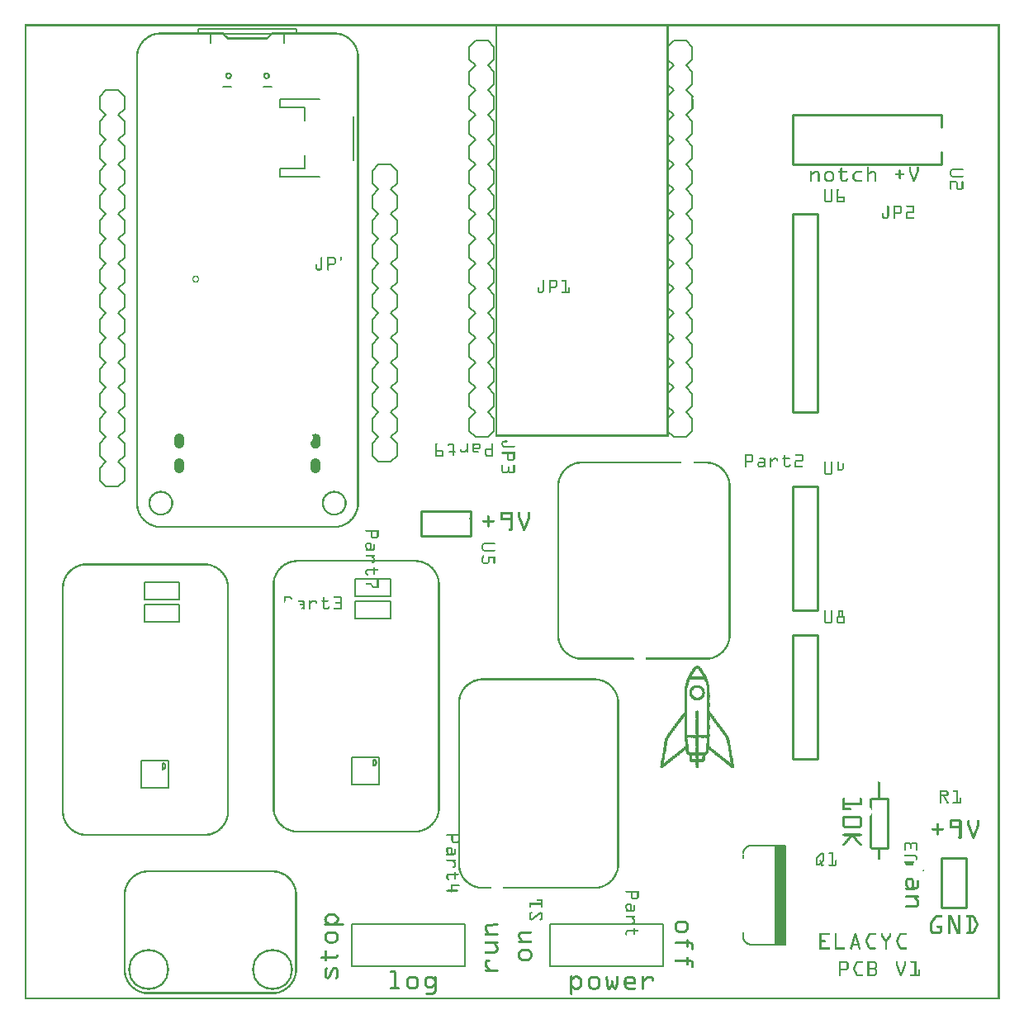
<source format=gto>
G04 MADE WITH FRITZING*
G04 WWW.FRITZING.ORG*
G04 DOUBLE SIDED*
G04 HOLES PLATED*
G04 CONTOUR ON CENTER OF CONTOUR VECTOR*
%ASAXBY*%
%FSLAX23Y23*%
%MOIN*%
%OFA0B0*%
%SFA1.0B1.0*%
%ADD10C,0.029900X0.0198996*%
%ADD11C,0.165480X0.14948*%
%ADD12R,0.040000X0.400000*%
%ADD13C,0.010000*%
%ADD14C,0.008000*%
%ADD15C,0.040000*%
%ADD16C,0.005000*%
%ADD17R,0.001000X0.001000*%
%LNSILK1*%
G90*
G70*
G54D10*
X693Y2909D03*
G54D11*
X1001Y122D03*
X501Y122D03*
G54D12*
X3051Y422D03*
G54D13*
X3101Y1472D02*
X3101Y972D01*
D02*
X3101Y972D02*
X3201Y972D01*
D02*
X3201Y972D02*
X3201Y1472D01*
D02*
X3201Y1472D02*
X3101Y1472D01*
D02*
X3101Y2072D02*
X3101Y1572D01*
D02*
X3101Y1572D02*
X3201Y1572D01*
D02*
X3201Y1572D02*
X3201Y2072D01*
D02*
X3201Y2072D02*
X3101Y2072D01*
D02*
X1801Y1972D02*
X1601Y1972D01*
D02*
X1601Y1972D02*
X1601Y1872D01*
D02*
X1601Y1872D02*
X1801Y1872D01*
D02*
X1801Y1872D02*
X1801Y1972D01*
G54D14*
D02*
X1480Y2872D02*
X1505Y2847D01*
D02*
X1505Y2847D02*
X1505Y2797D01*
D02*
X1505Y2797D02*
X1480Y2772D01*
D02*
X1430Y2772D02*
X1405Y2797D01*
D02*
X1405Y2797D02*
X1405Y2847D01*
D02*
X1405Y2847D02*
X1430Y2872D01*
D02*
X1505Y3047D02*
X1505Y2997D01*
D02*
X1505Y2997D02*
X1480Y2972D01*
D02*
X1430Y2972D02*
X1405Y2997D01*
D02*
X1480Y2972D02*
X1505Y2947D01*
D02*
X1505Y2947D02*
X1505Y2897D01*
D02*
X1505Y2897D02*
X1480Y2872D01*
D02*
X1430Y2872D02*
X1405Y2897D01*
D02*
X1405Y2897D02*
X1405Y2947D01*
D02*
X1405Y2947D02*
X1430Y2972D01*
D02*
X1480Y3172D02*
X1505Y3147D01*
D02*
X1505Y3147D02*
X1505Y3097D01*
D02*
X1505Y3097D02*
X1480Y3072D01*
D02*
X1430Y3072D02*
X1405Y3097D01*
D02*
X1405Y3097D02*
X1405Y3147D01*
D02*
X1405Y3147D02*
X1430Y3172D01*
D02*
X1505Y3047D02*
X1480Y3072D01*
D02*
X1430Y3072D02*
X1405Y3047D01*
D02*
X1405Y2997D02*
X1405Y3047D01*
D02*
X1505Y3347D02*
X1505Y3297D01*
D02*
X1505Y3297D02*
X1480Y3272D01*
D02*
X1430Y3272D02*
X1405Y3297D01*
D02*
X1480Y3272D02*
X1505Y3247D01*
D02*
X1505Y3247D02*
X1505Y3197D01*
D02*
X1505Y3197D02*
X1480Y3172D01*
D02*
X1430Y3172D02*
X1405Y3197D01*
D02*
X1405Y3197D02*
X1405Y3247D01*
D02*
X1405Y3247D02*
X1430Y3272D01*
D02*
X1480Y3372D02*
X1430Y3372D01*
D02*
X1505Y3347D02*
X1480Y3372D01*
D02*
X1430Y3372D02*
X1405Y3347D01*
D02*
X1405Y3297D02*
X1405Y3347D01*
D02*
X1480Y2272D02*
X1505Y2247D01*
D02*
X1505Y2247D02*
X1505Y2197D01*
D02*
X1505Y2197D02*
X1480Y2172D01*
D02*
X1430Y2172D02*
X1405Y2197D01*
D02*
X1405Y2197D02*
X1405Y2247D01*
D02*
X1405Y2247D02*
X1430Y2272D01*
D02*
X1505Y2447D02*
X1505Y2397D01*
D02*
X1505Y2397D02*
X1480Y2372D01*
D02*
X1430Y2372D02*
X1405Y2397D01*
D02*
X1480Y2372D02*
X1505Y2347D01*
D02*
X1505Y2347D02*
X1505Y2297D01*
D02*
X1505Y2297D02*
X1480Y2272D01*
D02*
X1430Y2272D02*
X1405Y2297D01*
D02*
X1405Y2297D02*
X1405Y2347D01*
D02*
X1405Y2347D02*
X1430Y2372D01*
D02*
X1480Y2572D02*
X1505Y2547D01*
D02*
X1505Y2547D02*
X1505Y2497D01*
D02*
X1505Y2497D02*
X1480Y2472D01*
D02*
X1430Y2472D02*
X1405Y2497D01*
D02*
X1405Y2497D02*
X1405Y2547D01*
D02*
X1405Y2547D02*
X1430Y2572D01*
D02*
X1505Y2447D02*
X1480Y2472D01*
D02*
X1430Y2472D02*
X1405Y2447D01*
D02*
X1405Y2397D02*
X1405Y2447D01*
D02*
X1505Y2747D02*
X1505Y2697D01*
D02*
X1505Y2697D02*
X1480Y2672D01*
D02*
X1430Y2672D02*
X1405Y2697D01*
D02*
X1480Y2672D02*
X1505Y2647D01*
D02*
X1505Y2647D02*
X1505Y2597D01*
D02*
X1505Y2597D02*
X1480Y2572D01*
D02*
X1430Y2572D02*
X1405Y2597D01*
D02*
X1405Y2597D02*
X1405Y2647D01*
D02*
X1405Y2647D02*
X1430Y2672D01*
D02*
X1505Y2747D02*
X1480Y2772D01*
D02*
X1430Y2772D02*
X1405Y2747D01*
D02*
X1405Y2697D02*
X1405Y2747D01*
D02*
X1480Y2172D02*
X1430Y2172D01*
D02*
X1872Y3372D02*
X1897Y3347D01*
D02*
X1897Y3347D02*
X1897Y3297D01*
D02*
X1897Y3297D02*
X1872Y3272D01*
D02*
X1822Y3272D02*
X1797Y3297D01*
D02*
X1797Y3297D02*
X1797Y3347D01*
D02*
X1797Y3347D02*
X1822Y3372D01*
D02*
X1897Y3547D02*
X1897Y3497D01*
D02*
X1897Y3497D02*
X1872Y3472D01*
D02*
X1822Y3472D02*
X1797Y3497D01*
D02*
X1872Y3472D02*
X1897Y3447D01*
D02*
X1897Y3447D02*
X1897Y3397D01*
D02*
X1897Y3397D02*
X1872Y3372D01*
D02*
X1822Y3372D02*
X1797Y3397D01*
D02*
X1797Y3397D02*
X1797Y3447D01*
D02*
X1797Y3447D02*
X1822Y3472D01*
D02*
X1872Y3672D02*
X1897Y3647D01*
D02*
X1897Y3647D02*
X1897Y3597D01*
D02*
X1897Y3597D02*
X1872Y3572D01*
D02*
X1822Y3572D02*
X1797Y3597D01*
D02*
X1797Y3597D02*
X1797Y3647D01*
D02*
X1797Y3647D02*
X1822Y3672D01*
D02*
X1897Y3547D02*
X1872Y3572D01*
D02*
X1822Y3572D02*
X1797Y3547D01*
D02*
X1797Y3497D02*
X1797Y3547D01*
D02*
X1897Y3847D02*
X1897Y3797D01*
D02*
X1897Y3797D02*
X1872Y3772D01*
D02*
X1822Y3772D02*
X1797Y3797D01*
D02*
X1872Y3772D02*
X1897Y3747D01*
D02*
X1897Y3747D02*
X1897Y3697D01*
D02*
X1897Y3697D02*
X1872Y3672D01*
D02*
X1822Y3672D02*
X1797Y3697D01*
D02*
X1797Y3697D02*
X1797Y3747D01*
D02*
X1797Y3747D02*
X1822Y3772D01*
D02*
X1872Y3872D02*
X1822Y3872D01*
D02*
X1897Y3847D02*
X1872Y3872D01*
D02*
X1822Y3872D02*
X1797Y3847D01*
D02*
X1797Y3797D02*
X1797Y3847D01*
D02*
X1872Y2772D02*
X1897Y2747D01*
D02*
X1897Y2747D02*
X1897Y2697D01*
D02*
X1897Y2697D02*
X1872Y2672D01*
D02*
X1822Y2672D02*
X1797Y2697D01*
D02*
X1797Y2697D02*
X1797Y2747D01*
D02*
X1797Y2747D02*
X1822Y2772D01*
D02*
X1897Y2947D02*
X1897Y2897D01*
D02*
X1897Y2897D02*
X1872Y2872D01*
D02*
X1822Y2872D02*
X1797Y2897D01*
D02*
X1872Y2872D02*
X1897Y2847D01*
D02*
X1897Y2847D02*
X1897Y2797D01*
D02*
X1897Y2797D02*
X1872Y2772D01*
D02*
X1822Y2772D02*
X1797Y2797D01*
D02*
X1797Y2797D02*
X1797Y2847D01*
D02*
X1797Y2847D02*
X1822Y2872D01*
D02*
X1872Y3072D02*
X1897Y3047D01*
D02*
X1897Y3047D02*
X1897Y2997D01*
D02*
X1897Y2997D02*
X1872Y2972D01*
D02*
X1822Y2972D02*
X1797Y2997D01*
D02*
X1797Y2997D02*
X1797Y3047D01*
D02*
X1797Y3047D02*
X1822Y3072D01*
D02*
X1897Y2947D02*
X1872Y2972D01*
D02*
X1822Y2972D02*
X1797Y2947D01*
D02*
X1797Y2897D02*
X1797Y2947D01*
D02*
X1897Y3247D02*
X1897Y3197D01*
D02*
X1897Y3197D02*
X1872Y3172D01*
D02*
X1822Y3172D02*
X1797Y3197D01*
D02*
X1872Y3172D02*
X1897Y3147D01*
D02*
X1897Y3147D02*
X1897Y3097D01*
D02*
X1897Y3097D02*
X1872Y3072D01*
D02*
X1822Y3072D02*
X1797Y3097D01*
D02*
X1797Y3097D02*
X1797Y3147D01*
D02*
X1797Y3147D02*
X1822Y3172D01*
D02*
X1897Y3247D02*
X1872Y3272D01*
D02*
X1822Y3272D02*
X1797Y3247D01*
D02*
X1797Y3197D02*
X1797Y3247D01*
D02*
X1872Y2372D02*
X1897Y2347D01*
D02*
X1897Y2347D02*
X1897Y2297D01*
D02*
X1897Y2297D02*
X1872Y2272D01*
D02*
X1822Y2272D02*
X1797Y2297D01*
D02*
X1797Y2297D02*
X1797Y2347D01*
D02*
X1797Y2347D02*
X1822Y2372D01*
D02*
X1897Y2547D02*
X1897Y2497D01*
D02*
X1897Y2497D02*
X1872Y2472D01*
D02*
X1822Y2472D02*
X1797Y2497D01*
D02*
X1872Y2472D02*
X1897Y2447D01*
D02*
X1897Y2447D02*
X1897Y2397D01*
D02*
X1897Y2397D02*
X1872Y2372D01*
D02*
X1822Y2372D02*
X1797Y2397D01*
D02*
X1797Y2397D02*
X1797Y2447D01*
D02*
X1797Y2447D02*
X1822Y2472D01*
D02*
X1872Y2672D02*
X1897Y2647D01*
D02*
X1897Y2647D02*
X1897Y2597D01*
D02*
X1897Y2597D02*
X1872Y2572D01*
D02*
X1822Y2572D02*
X1797Y2597D01*
D02*
X1797Y2597D02*
X1797Y2647D01*
D02*
X1797Y2647D02*
X1822Y2672D01*
D02*
X1897Y2547D02*
X1872Y2572D01*
D02*
X1822Y2572D02*
X1797Y2547D01*
D02*
X1797Y2497D02*
X1797Y2547D01*
D02*
X1897Y2697D02*
X1872Y2672D01*
D02*
X1822Y2672D02*
X1797Y2697D01*
D02*
X1872Y2272D02*
X1822Y2272D01*
D02*
X380Y3172D02*
X405Y3147D01*
D02*
X405Y3147D02*
X405Y3097D01*
D02*
X405Y3097D02*
X380Y3072D01*
D02*
X330Y3072D02*
X305Y3097D01*
D02*
X305Y3097D02*
X305Y3147D01*
D02*
X305Y3147D02*
X330Y3172D01*
D02*
X405Y3347D02*
X405Y3297D01*
D02*
X405Y3297D02*
X380Y3272D01*
D02*
X330Y3272D02*
X305Y3297D01*
D02*
X380Y3272D02*
X405Y3247D01*
D02*
X405Y3247D02*
X405Y3197D01*
D02*
X405Y3197D02*
X380Y3172D01*
D02*
X330Y3172D02*
X305Y3197D01*
D02*
X305Y3197D02*
X305Y3247D01*
D02*
X305Y3247D02*
X330Y3272D01*
D02*
X380Y3472D02*
X405Y3447D01*
D02*
X405Y3447D02*
X405Y3397D01*
D02*
X405Y3397D02*
X380Y3372D01*
D02*
X330Y3372D02*
X305Y3397D01*
D02*
X305Y3397D02*
X305Y3447D01*
D02*
X305Y3447D02*
X330Y3472D01*
D02*
X405Y3347D02*
X380Y3372D01*
D02*
X330Y3372D02*
X305Y3347D01*
D02*
X305Y3297D02*
X305Y3347D01*
D02*
X405Y3647D02*
X405Y3597D01*
D02*
X405Y3597D02*
X380Y3572D01*
D02*
X330Y3572D02*
X305Y3597D01*
D02*
X380Y3572D02*
X405Y3547D01*
D02*
X405Y3547D02*
X405Y3497D01*
D02*
X405Y3497D02*
X380Y3472D01*
D02*
X330Y3472D02*
X305Y3497D01*
D02*
X305Y3497D02*
X305Y3547D01*
D02*
X305Y3547D02*
X330Y3572D01*
D02*
X380Y3672D02*
X330Y3672D01*
D02*
X405Y3647D02*
X380Y3672D01*
D02*
X330Y3672D02*
X305Y3647D01*
D02*
X305Y3597D02*
X305Y3647D01*
D02*
X380Y2572D02*
X405Y2547D01*
D02*
X405Y2547D02*
X405Y2497D01*
D02*
X405Y2497D02*
X380Y2472D01*
D02*
X330Y2472D02*
X305Y2497D01*
D02*
X305Y2497D02*
X305Y2547D01*
D02*
X305Y2547D02*
X330Y2572D01*
D02*
X405Y2747D02*
X405Y2697D01*
D02*
X405Y2697D02*
X380Y2672D01*
D02*
X330Y2672D02*
X305Y2697D01*
D02*
X380Y2672D02*
X405Y2647D01*
D02*
X405Y2647D02*
X405Y2597D01*
D02*
X405Y2597D02*
X380Y2572D01*
D02*
X330Y2572D02*
X305Y2597D01*
D02*
X305Y2597D02*
X305Y2647D01*
D02*
X305Y2647D02*
X330Y2672D01*
D02*
X380Y2872D02*
X405Y2847D01*
D02*
X405Y2847D02*
X405Y2797D01*
D02*
X405Y2797D02*
X380Y2772D01*
D02*
X330Y2772D02*
X305Y2797D01*
D02*
X305Y2797D02*
X305Y2847D01*
D02*
X305Y2847D02*
X330Y2872D01*
D02*
X405Y2747D02*
X380Y2772D01*
D02*
X330Y2772D02*
X305Y2747D01*
D02*
X305Y2697D02*
X305Y2747D01*
D02*
X405Y3047D02*
X405Y2997D01*
D02*
X405Y2997D02*
X380Y2972D01*
D02*
X330Y2972D02*
X305Y2997D01*
D02*
X380Y2972D02*
X405Y2947D01*
D02*
X405Y2947D02*
X405Y2897D01*
D02*
X405Y2897D02*
X380Y2872D01*
D02*
X330Y2872D02*
X305Y2897D01*
D02*
X305Y2897D02*
X305Y2947D01*
D02*
X305Y2947D02*
X330Y2972D01*
D02*
X405Y3047D02*
X380Y3072D01*
D02*
X330Y3072D02*
X305Y3047D01*
D02*
X305Y2997D02*
X305Y3047D01*
D02*
X380Y2172D02*
X405Y2147D01*
D02*
X405Y2147D02*
X405Y2097D01*
D02*
X405Y2097D02*
X380Y2072D01*
D02*
X330Y2072D02*
X305Y2097D01*
D02*
X305Y2097D02*
X305Y2147D01*
D02*
X305Y2147D02*
X330Y2172D01*
D02*
X405Y2347D02*
X405Y2297D01*
D02*
X405Y2297D02*
X380Y2272D01*
D02*
X330Y2272D02*
X305Y2297D01*
D02*
X380Y2272D02*
X405Y2247D01*
D02*
X405Y2247D02*
X405Y2197D01*
D02*
X405Y2197D02*
X380Y2172D01*
D02*
X330Y2172D02*
X305Y2197D01*
D02*
X305Y2197D02*
X305Y2247D01*
D02*
X305Y2247D02*
X330Y2272D01*
D02*
X380Y2472D02*
X405Y2447D01*
D02*
X405Y2447D02*
X405Y2397D01*
D02*
X405Y2397D02*
X380Y2372D01*
D02*
X330Y2372D02*
X305Y2397D01*
D02*
X305Y2397D02*
X305Y2447D01*
D02*
X305Y2447D02*
X330Y2472D01*
D02*
X405Y2347D02*
X380Y2372D01*
D02*
X330Y2372D02*
X305Y2347D01*
D02*
X305Y2297D02*
X305Y2347D01*
D02*
X405Y2497D02*
X380Y2472D01*
D02*
X330Y2472D02*
X305Y2497D01*
D02*
X380Y2072D02*
X330Y2072D01*
D02*
X2672Y3372D02*
X2697Y3347D01*
D02*
X2697Y3347D02*
X2697Y3297D01*
D02*
X2697Y3297D02*
X2672Y3272D01*
D02*
X2622Y3272D02*
X2597Y3297D01*
D02*
X2597Y3297D02*
X2597Y3347D01*
D02*
X2597Y3347D02*
X2622Y3372D01*
D02*
X2697Y3547D02*
X2697Y3497D01*
D02*
X2697Y3497D02*
X2672Y3472D01*
D02*
X2622Y3472D02*
X2597Y3497D01*
D02*
X2672Y3472D02*
X2697Y3447D01*
D02*
X2697Y3447D02*
X2697Y3397D01*
D02*
X2697Y3397D02*
X2672Y3372D01*
D02*
X2622Y3372D02*
X2597Y3397D01*
D02*
X2597Y3397D02*
X2597Y3447D01*
D02*
X2597Y3447D02*
X2622Y3472D01*
D02*
X2697Y3597D02*
X2672Y3572D01*
D02*
X2622Y3572D02*
X2597Y3597D01*
D02*
X2597Y3597D02*
X2597Y3647D01*
D02*
X2597Y3647D02*
X2622Y3672D01*
D02*
X2697Y3547D02*
X2672Y3572D01*
D02*
X2622Y3572D02*
X2597Y3547D01*
D02*
X2597Y3497D02*
X2597Y3547D01*
D02*
X2697Y3847D02*
X2697Y3797D01*
D02*
X2697Y3797D02*
X2672Y3772D01*
D02*
X2622Y3772D02*
X2597Y3797D01*
D02*
X2672Y3772D02*
X2697Y3747D01*
D02*
X2697Y3747D02*
X2697Y3697D01*
D02*
X2697Y3697D02*
X2672Y3672D01*
D02*
X2622Y3672D02*
X2597Y3697D01*
D02*
X2597Y3697D02*
X2597Y3747D01*
D02*
X2597Y3747D02*
X2622Y3772D01*
D02*
X2672Y3872D02*
X2622Y3872D01*
D02*
X2697Y3847D02*
X2672Y3872D01*
D02*
X2622Y3872D02*
X2597Y3847D01*
D02*
X2597Y3797D02*
X2597Y3847D01*
D02*
X2672Y2772D02*
X2697Y2747D01*
D02*
X2697Y2747D02*
X2697Y2697D01*
D02*
X2697Y2697D02*
X2672Y2672D01*
D02*
X2622Y2672D02*
X2597Y2697D01*
D02*
X2597Y2697D02*
X2597Y2747D01*
D02*
X2597Y2747D02*
X2622Y2772D01*
D02*
X2697Y2947D02*
X2697Y2897D01*
D02*
X2697Y2897D02*
X2672Y2872D01*
D02*
X2622Y2872D02*
X2597Y2897D01*
D02*
X2672Y2872D02*
X2697Y2847D01*
D02*
X2697Y2847D02*
X2697Y2797D01*
D02*
X2697Y2797D02*
X2672Y2772D01*
D02*
X2622Y2772D02*
X2597Y2797D01*
D02*
X2597Y2797D02*
X2597Y2847D01*
D02*
X2597Y2847D02*
X2622Y2872D01*
D02*
X2672Y3072D02*
X2697Y3047D01*
D02*
X2697Y3047D02*
X2697Y2997D01*
D02*
X2697Y2997D02*
X2672Y2972D01*
D02*
X2622Y2972D02*
X2597Y2997D01*
D02*
X2597Y2997D02*
X2597Y3047D01*
D02*
X2597Y3047D02*
X2622Y3072D01*
D02*
X2697Y2947D02*
X2672Y2972D01*
D02*
X2622Y2972D02*
X2597Y2947D01*
D02*
X2597Y2897D02*
X2597Y2947D01*
D02*
X2697Y3247D02*
X2697Y3197D01*
D02*
X2697Y3197D02*
X2672Y3172D01*
D02*
X2622Y3172D02*
X2597Y3197D01*
D02*
X2672Y3172D02*
X2697Y3147D01*
D02*
X2697Y3147D02*
X2697Y3097D01*
D02*
X2697Y3097D02*
X2672Y3072D01*
D02*
X2622Y3072D02*
X2597Y3097D01*
D02*
X2597Y3097D02*
X2597Y3147D01*
D02*
X2597Y3147D02*
X2622Y3172D01*
D02*
X2697Y3247D02*
X2672Y3272D01*
D02*
X2622Y3272D02*
X2597Y3247D01*
D02*
X2597Y3197D02*
X2597Y3247D01*
D02*
X2672Y2372D02*
X2697Y2347D01*
D02*
X2697Y2347D02*
X2697Y2297D01*
D02*
X2697Y2297D02*
X2672Y2272D01*
D02*
X2622Y2272D02*
X2597Y2297D01*
D02*
X2597Y2297D02*
X2597Y2347D01*
D02*
X2597Y2347D02*
X2622Y2372D01*
D02*
X2697Y2547D02*
X2697Y2497D01*
D02*
X2697Y2497D02*
X2672Y2472D01*
D02*
X2622Y2472D02*
X2597Y2497D01*
D02*
X2672Y2472D02*
X2697Y2447D01*
D02*
X2697Y2447D02*
X2697Y2397D01*
D02*
X2697Y2397D02*
X2672Y2372D01*
D02*
X2622Y2372D02*
X2597Y2397D01*
D02*
X2597Y2397D02*
X2597Y2447D01*
D02*
X2597Y2447D02*
X2622Y2472D01*
D02*
X2672Y2672D02*
X2697Y2647D01*
D02*
X2697Y2647D02*
X2697Y2597D01*
D02*
X2697Y2597D02*
X2672Y2572D01*
D02*
X2622Y2572D02*
X2597Y2597D01*
D02*
X2597Y2597D02*
X2597Y2647D01*
D02*
X2597Y2647D02*
X2622Y2672D01*
D02*
X2697Y2547D02*
X2672Y2572D01*
D02*
X2622Y2572D02*
X2597Y2547D01*
D02*
X2597Y2497D02*
X2597Y2547D01*
D02*
X2697Y2697D02*
X2672Y2672D01*
D02*
X2622Y2672D02*
X2597Y2697D01*
D02*
X2672Y2272D02*
X2622Y2272D01*
G54D13*
D02*
X3101Y3172D02*
X3101Y2372D01*
D02*
X3101Y2372D02*
X3201Y2372D01*
D02*
X3201Y2372D02*
X3201Y3172D01*
D02*
X3201Y3172D02*
X3101Y3172D01*
D02*
X3701Y572D02*
X3701Y372D01*
D02*
X3701Y372D02*
X3801Y372D01*
D02*
X3801Y372D02*
X3801Y572D01*
D02*
X3801Y572D02*
X3701Y572D01*
D02*
X3701Y3572D02*
X3101Y3572D01*
D02*
X3101Y3572D02*
X3101Y3372D01*
D02*
X3101Y3372D02*
X3701Y3372D01*
D02*
X3701Y3572D02*
X3701Y3522D01*
D02*
X3701Y3422D02*
X3701Y3372D01*
G54D15*
D02*
X1176Y2164D02*
X1176Y2144D01*
D02*
X626Y2264D02*
X626Y2244D01*
D02*
X626Y2164D02*
X626Y2144D01*
G54D14*
D02*
X1329Y3567D02*
X1329Y3390D01*
D02*
X1191Y3321D02*
X1033Y3321D01*
D02*
X1033Y3321D02*
X1033Y3355D01*
D02*
X1033Y3355D02*
X1132Y3355D01*
D02*
X1132Y3355D02*
X1132Y3410D01*
D02*
X1132Y3548D02*
X1132Y3603D01*
D02*
X1132Y3603D02*
X1033Y3603D01*
D02*
X1033Y3603D02*
X1033Y3636D01*
D02*
X1033Y3636D02*
X1191Y3636D01*
G54D16*
D02*
X999Y3686D02*
X967Y3686D01*
D02*
X834Y3686D02*
X802Y3686D01*
D02*
X1050Y3863D02*
X1050Y3898D01*
D02*
X1050Y3898D02*
X751Y3898D01*
D02*
X751Y3898D02*
X751Y3863D01*
G54D14*
D02*
X702Y3918D02*
X702Y3904D01*
D02*
X1099Y3918D02*
X1099Y3904D01*
D02*
X702Y3918D02*
X1099Y3918D01*
G54D16*
D02*
X627Y1686D02*
X627Y1615D01*
D02*
X627Y1615D02*
X485Y1615D01*
D02*
X485Y1615D02*
X485Y1686D01*
D02*
X485Y1686D02*
X627Y1686D01*
D02*
X627Y1596D02*
X627Y1525D01*
D02*
X627Y1525D02*
X485Y1525D01*
D02*
X485Y1525D02*
X485Y1596D01*
D02*
X485Y1596D02*
X627Y1596D01*
G54D14*
D02*
X581Y856D02*
X471Y856D01*
D02*
X471Y856D02*
X471Y966D01*
D02*
X471Y966D02*
X581Y966D01*
D02*
X581Y966D02*
X581Y856D01*
D02*
X558Y930D02*
X558Y954D01*
G54D16*
D02*
X1478Y1700D02*
X1478Y1629D01*
D02*
X1478Y1629D02*
X1336Y1629D01*
D02*
X1336Y1629D02*
X1336Y1700D01*
D02*
X1336Y1700D02*
X1478Y1700D01*
D02*
X1478Y1610D02*
X1478Y1539D01*
D02*
X1478Y1539D02*
X1336Y1539D01*
D02*
X1336Y1539D02*
X1336Y1610D01*
D02*
X1336Y1610D02*
X1478Y1610D01*
G54D14*
D02*
X1432Y869D02*
X1322Y869D01*
D02*
X1322Y869D02*
X1322Y980D01*
D02*
X1322Y980D02*
X1432Y980D01*
D02*
X1432Y980D02*
X1432Y869D01*
D02*
X1409Y944D02*
X1409Y968D01*
D02*
X2122Y307D02*
X2122Y136D01*
D02*
X2122Y136D02*
X2580Y136D01*
D02*
X2580Y136D02*
X2580Y307D01*
D02*
X2580Y307D02*
X2122Y307D01*
D02*
X1322Y307D02*
X1322Y136D01*
D02*
X1322Y136D02*
X1780Y136D01*
D02*
X1780Y136D02*
X1780Y307D01*
D02*
X1780Y307D02*
X1322Y307D01*
G54D13*
D02*
X3484Y812D02*
X3484Y612D01*
D02*
X3484Y612D02*
X3418Y612D01*
D02*
X3418Y812D02*
X3484Y812D01*
G54D14*
D02*
X3031Y622D02*
X2936Y622D01*
D02*
X3031Y222D02*
X2936Y222D01*
D02*
X3031Y222D02*
X3031Y622D01*
D02*
X3031Y622D02*
X3071Y622D01*
D02*
X3071Y622D02*
X3071Y222D01*
D02*
X3071Y222D02*
X3031Y222D01*
D02*
X2901Y587D02*
X2901Y572D01*
D02*
X2901Y257D02*
X2901Y272D01*
G36*
X2712Y1348D02*
X2712Y1346D01*
X2706Y1346D01*
X2706Y1344D01*
X2705Y1344D01*
X2705Y1342D01*
X2703Y1342D01*
X2703Y1340D01*
X2701Y1340D01*
X2701Y1338D01*
X2699Y1338D01*
X2699Y1337D01*
X2717Y1337D01*
X2717Y1335D01*
X2721Y1335D01*
X2721Y1333D01*
X2723Y1333D01*
X2723Y1329D01*
X2725Y1329D01*
X2725Y1327D01*
X2727Y1327D01*
X2727Y1326D01*
X2729Y1326D01*
X2729Y1322D01*
X2730Y1322D01*
X2730Y1318D01*
X2732Y1318D01*
X2732Y1316D01*
X2734Y1316D01*
X2734Y1313D01*
X2736Y1313D01*
X2736Y1309D01*
X2738Y1309D01*
X2738Y1307D01*
X2740Y1307D01*
X2740Y1304D01*
X2752Y1304D01*
X2752Y1307D01*
X2751Y1307D01*
X2751Y1311D01*
X2749Y1311D01*
X2749Y1315D01*
X2747Y1315D01*
X2747Y1318D01*
X2745Y1318D01*
X2745Y1320D01*
X2743Y1320D01*
X2743Y1324D01*
X2741Y1324D01*
X2741Y1327D01*
X2740Y1327D01*
X2740Y1329D01*
X2738Y1329D01*
X2738Y1333D01*
X2736Y1333D01*
X2736Y1335D01*
X2734Y1335D01*
X2734Y1338D01*
X2732Y1338D01*
X2732Y1340D01*
X2730Y1340D01*
X2730Y1342D01*
X2729Y1342D01*
X2729Y1344D01*
X2727Y1344D01*
X2727Y1346D01*
X2721Y1346D01*
X2721Y1348D01*
X2712Y1348D01*
G37*
D02*
G36*
X2699Y1337D02*
X2699Y1335D01*
X2697Y1335D01*
X2697Y1333D01*
X2695Y1333D01*
X2695Y1329D01*
X2694Y1329D01*
X2694Y1327D01*
X2692Y1327D01*
X2692Y1324D01*
X2690Y1324D01*
X2690Y1320D01*
X2688Y1320D01*
X2688Y1318D01*
X2686Y1318D01*
X2686Y1315D01*
X2684Y1315D01*
X2684Y1311D01*
X2683Y1311D01*
X2683Y1307D01*
X2681Y1307D01*
X2681Y1304D01*
X2694Y1304D01*
X2694Y1307D01*
X2695Y1307D01*
X2695Y1309D01*
X2697Y1309D01*
X2697Y1313D01*
X2699Y1313D01*
X2699Y1316D01*
X2701Y1316D01*
X2701Y1318D01*
X2703Y1318D01*
X2703Y1322D01*
X2705Y1322D01*
X2705Y1326D01*
X2706Y1326D01*
X2706Y1327D01*
X2708Y1327D01*
X2708Y1329D01*
X2710Y1329D01*
X2710Y1333D01*
X2712Y1333D01*
X2712Y1335D01*
X2716Y1335D01*
X2716Y1337D01*
X2699Y1337D01*
G37*
D02*
G36*
X2679Y1304D02*
X2679Y1302D01*
X2754Y1302D01*
X2754Y1304D01*
X2679Y1304D01*
G37*
D02*
G36*
X2679Y1304D02*
X2679Y1302D01*
X2754Y1302D01*
X2754Y1304D01*
X2679Y1304D01*
G37*
D02*
G36*
X2679Y1302D02*
X2679Y1300D01*
X2677Y1300D01*
X2677Y1294D01*
X2675Y1294D01*
X2675Y1293D01*
X2745Y1293D01*
X2745Y1291D01*
X2747Y1291D01*
X2747Y1285D01*
X2749Y1285D01*
X2749Y1282D01*
X2751Y1282D01*
X2751Y1276D01*
X2752Y1276D01*
X2752Y1269D01*
X2754Y1269D01*
X2754Y1259D01*
X2756Y1259D01*
X2756Y1258D01*
X2754Y1258D01*
X2754Y1256D01*
X2756Y1256D01*
X2756Y1142D01*
X2771Y1142D01*
X2771Y1138D01*
X2773Y1138D01*
X2773Y1136D01*
X2774Y1136D01*
X2774Y1133D01*
X2776Y1133D01*
X2776Y1131D01*
X2778Y1131D01*
X2778Y1129D01*
X2780Y1129D01*
X2780Y1125D01*
X2782Y1125D01*
X2782Y1123D01*
X2784Y1123D01*
X2784Y1122D01*
X2785Y1122D01*
X2785Y1120D01*
X2787Y1120D01*
X2787Y1116D01*
X2789Y1116D01*
X2789Y1114D01*
X2791Y1114D01*
X2791Y1111D01*
X2793Y1111D01*
X2793Y1109D01*
X2795Y1109D01*
X2795Y1107D01*
X2797Y1107D01*
X2797Y1103D01*
X2798Y1103D01*
X2798Y1101D01*
X2800Y1101D01*
X2800Y1100D01*
X2802Y1100D01*
X2802Y1098D01*
X2804Y1098D01*
X2804Y1094D01*
X2806Y1094D01*
X2806Y1092D01*
X2808Y1092D01*
X2808Y1089D01*
X2809Y1089D01*
X2809Y1087D01*
X2811Y1087D01*
X2811Y1085D01*
X2813Y1085D01*
X2813Y1083D01*
X2815Y1083D01*
X2815Y1079D01*
X2817Y1079D01*
X2817Y1078D01*
X2819Y1078D01*
X2819Y1074D01*
X2820Y1074D01*
X2820Y1072D01*
X2822Y1072D01*
X2822Y1070D01*
X2824Y1070D01*
X2824Y1067D01*
X2826Y1067D01*
X2826Y1065D01*
X2828Y1065D01*
X2828Y1061D01*
X2830Y1061D01*
X2830Y1059D01*
X2831Y1059D01*
X2831Y1054D01*
X2833Y1054D01*
X2833Y1050D01*
X2835Y1050D01*
X2835Y1044D01*
X2837Y1044D01*
X2837Y1035D01*
X2839Y1035D01*
X2839Y1033D01*
X2837Y1033D01*
X2837Y1032D01*
X2839Y1032D01*
X2839Y1024D01*
X2841Y1024D01*
X2841Y1013D01*
X2842Y1013D01*
X2842Y1011D01*
X2841Y1011D01*
X2841Y1010D01*
X2842Y1010D01*
X2842Y1002D01*
X2844Y1002D01*
X2844Y991D01*
X2846Y991D01*
X2846Y989D01*
X2844Y989D01*
X2844Y987D01*
X2846Y987D01*
X2846Y980D01*
X2848Y980D01*
X2848Y969D01*
X2850Y969D01*
X2850Y967D01*
X2848Y967D01*
X2848Y965D01*
X2850Y965D01*
X2850Y958D01*
X2852Y958D01*
X2852Y956D01*
X2863Y956D01*
X2863Y964D01*
X2861Y964D01*
X2861Y975D01*
X2859Y975D01*
X2859Y986D01*
X2857Y986D01*
X2857Y997D01*
X2855Y997D01*
X2855Y1008D01*
X2853Y1008D01*
X2853Y1019D01*
X2852Y1019D01*
X2852Y1030D01*
X2850Y1030D01*
X2850Y1041D01*
X2848Y1041D01*
X2848Y1048D01*
X2846Y1048D01*
X2846Y1054D01*
X2844Y1054D01*
X2844Y1059D01*
X2842Y1059D01*
X2842Y1063D01*
X2841Y1063D01*
X2841Y1067D01*
X2839Y1067D01*
X2839Y1070D01*
X2837Y1070D01*
X2837Y1072D01*
X2835Y1072D01*
X2835Y1076D01*
X2833Y1076D01*
X2833Y1078D01*
X2831Y1078D01*
X2831Y1079D01*
X2830Y1079D01*
X2830Y1083D01*
X2828Y1083D01*
X2828Y1085D01*
X2826Y1085D01*
X2826Y1087D01*
X2824Y1087D01*
X2824Y1090D01*
X2822Y1090D01*
X2822Y1092D01*
X2820Y1092D01*
X2820Y1094D01*
X2819Y1094D01*
X2819Y1098D01*
X2817Y1098D01*
X2817Y1100D01*
X2815Y1100D01*
X2815Y1101D01*
X2813Y1101D01*
X2813Y1105D01*
X2811Y1105D01*
X2811Y1107D01*
X2809Y1107D01*
X2809Y1109D01*
X2808Y1109D01*
X2808Y1112D01*
X2806Y1112D01*
X2806Y1114D01*
X2804Y1114D01*
X2804Y1116D01*
X2802Y1116D01*
X2802Y1120D01*
X2800Y1120D01*
X2800Y1122D01*
X2798Y1122D01*
X2798Y1123D01*
X2797Y1123D01*
X2797Y1127D01*
X2795Y1127D01*
X2795Y1129D01*
X2793Y1129D01*
X2793Y1131D01*
X2791Y1131D01*
X2791Y1135D01*
X2789Y1135D01*
X2789Y1136D01*
X2787Y1136D01*
X2787Y1138D01*
X2785Y1138D01*
X2785Y1142D01*
X2784Y1142D01*
X2784Y1144D01*
X2782Y1144D01*
X2782Y1146D01*
X2780Y1146D01*
X2780Y1149D01*
X2778Y1149D01*
X2778Y1151D01*
X2776Y1151D01*
X2776Y1153D01*
X2774Y1153D01*
X2774Y1157D01*
X2773Y1157D01*
X2773Y1158D01*
X2771Y1158D01*
X2771Y1160D01*
X2769Y1160D01*
X2769Y1166D01*
X2767Y1166D01*
X2767Y1168D01*
X2769Y1168D01*
X2769Y1169D01*
X2767Y1169D01*
X2767Y1171D01*
X2769Y1171D01*
X2769Y1173D01*
X2767Y1173D01*
X2767Y1175D01*
X2769Y1175D01*
X2769Y1177D01*
X2767Y1177D01*
X2767Y1179D01*
X2769Y1179D01*
X2769Y1180D01*
X2767Y1180D01*
X2767Y1182D01*
X2769Y1182D01*
X2769Y1184D01*
X2767Y1184D01*
X2767Y1186D01*
X2769Y1186D01*
X2769Y1188D01*
X2767Y1188D01*
X2767Y1190D01*
X2769Y1190D01*
X2769Y1191D01*
X2767Y1191D01*
X2767Y1193D01*
X2769Y1193D01*
X2769Y1195D01*
X2767Y1195D01*
X2767Y1197D01*
X2769Y1197D01*
X2769Y1199D01*
X2767Y1199D01*
X2767Y1201D01*
X2769Y1201D01*
X2769Y1203D01*
X2767Y1203D01*
X2767Y1204D01*
X2769Y1204D01*
X2769Y1206D01*
X2767Y1206D01*
X2767Y1208D01*
X2769Y1208D01*
X2769Y1210D01*
X2767Y1210D01*
X2767Y1212D01*
X2769Y1212D01*
X2769Y1214D01*
X2767Y1214D01*
X2767Y1215D01*
X2769Y1215D01*
X2769Y1217D01*
X2767Y1217D01*
X2767Y1219D01*
X2769Y1219D01*
X2769Y1221D01*
X2767Y1221D01*
X2767Y1223D01*
X2769Y1223D01*
X2769Y1225D01*
X2767Y1225D01*
X2767Y1226D01*
X2769Y1226D01*
X2769Y1228D01*
X2767Y1228D01*
X2767Y1230D01*
X2769Y1230D01*
X2769Y1232D01*
X2767Y1232D01*
X2767Y1234D01*
X2769Y1234D01*
X2769Y1236D01*
X2767Y1236D01*
X2767Y1237D01*
X2769Y1237D01*
X2769Y1239D01*
X2767Y1239D01*
X2767Y1241D01*
X2769Y1241D01*
X2769Y1243D01*
X2767Y1243D01*
X2767Y1245D01*
X2769Y1245D01*
X2769Y1247D01*
X2767Y1247D01*
X2767Y1248D01*
X2769Y1248D01*
X2769Y1250D01*
X2767Y1250D01*
X2767Y1265D01*
X2765Y1265D01*
X2765Y1272D01*
X2763Y1272D01*
X2763Y1280D01*
X2762Y1280D01*
X2762Y1285D01*
X2760Y1285D01*
X2760Y1291D01*
X2758Y1291D01*
X2758Y1294D01*
X2756Y1294D01*
X2756Y1300D01*
X2754Y1300D01*
X2754Y1302D01*
X2679Y1302D01*
G37*
D02*
G36*
X2675Y1293D02*
X2675Y1291D01*
X2673Y1291D01*
X2673Y1285D01*
X2672Y1285D01*
X2672Y1280D01*
X2670Y1280D01*
X2670Y1274D01*
X2668Y1274D01*
X2668Y1265D01*
X2666Y1265D01*
X2666Y1254D01*
X2664Y1254D01*
X2664Y1252D01*
X2666Y1252D01*
X2666Y1250D01*
X2664Y1250D01*
X2664Y1248D01*
X2666Y1248D01*
X2666Y1247D01*
X2664Y1247D01*
X2664Y1245D01*
X2666Y1245D01*
X2666Y1243D01*
X2664Y1243D01*
X2664Y1241D01*
X2666Y1241D01*
X2666Y1239D01*
X2664Y1239D01*
X2664Y1237D01*
X2666Y1237D01*
X2666Y1236D01*
X2664Y1236D01*
X2664Y1234D01*
X2666Y1234D01*
X2666Y1232D01*
X2664Y1232D01*
X2664Y1230D01*
X2666Y1230D01*
X2666Y1228D01*
X2664Y1228D01*
X2664Y1226D01*
X2666Y1226D01*
X2666Y1225D01*
X2664Y1225D01*
X2664Y1223D01*
X2666Y1223D01*
X2666Y1221D01*
X2664Y1221D01*
X2664Y1219D01*
X2666Y1219D01*
X2666Y1217D01*
X2664Y1217D01*
X2664Y1215D01*
X2666Y1215D01*
X2666Y1214D01*
X2664Y1214D01*
X2664Y1212D01*
X2666Y1212D01*
X2666Y1210D01*
X2664Y1210D01*
X2664Y1208D01*
X2666Y1208D01*
X2666Y1206D01*
X2664Y1206D01*
X2664Y1204D01*
X2666Y1204D01*
X2666Y1203D01*
X2664Y1203D01*
X2664Y1201D01*
X2666Y1201D01*
X2666Y1199D01*
X2664Y1199D01*
X2664Y1197D01*
X2666Y1197D01*
X2666Y1195D01*
X2664Y1195D01*
X2664Y1193D01*
X2666Y1193D01*
X2666Y1191D01*
X2664Y1191D01*
X2664Y1190D01*
X2666Y1190D01*
X2666Y1188D01*
X2664Y1188D01*
X2664Y1186D01*
X2666Y1186D01*
X2666Y1184D01*
X2664Y1184D01*
X2664Y1182D01*
X2666Y1182D01*
X2666Y1180D01*
X2664Y1180D01*
X2664Y1179D01*
X2666Y1179D01*
X2666Y1177D01*
X2664Y1177D01*
X2664Y1175D01*
X2666Y1175D01*
X2666Y1173D01*
X2664Y1173D01*
X2664Y1171D01*
X2666Y1171D01*
X2666Y1169D01*
X2664Y1169D01*
X2664Y1168D01*
X2666Y1168D01*
X2666Y1164D01*
X2664Y1164D01*
X2664Y1160D01*
X2662Y1160D01*
X2662Y1158D01*
X2661Y1158D01*
X2661Y1157D01*
X2659Y1157D01*
X2659Y1153D01*
X2657Y1153D01*
X2657Y1151D01*
X2655Y1151D01*
X2655Y1149D01*
X2653Y1149D01*
X2653Y1146D01*
X2651Y1146D01*
X2651Y1144D01*
X2649Y1144D01*
X2649Y1142D01*
X2664Y1142D01*
X2664Y1140D01*
X2666Y1140D01*
X2666Y1138D01*
X2664Y1138D01*
X2664Y1136D01*
X2666Y1136D01*
X2666Y1135D01*
X2664Y1135D01*
X2664Y1133D01*
X2666Y1133D01*
X2666Y1129D01*
X2664Y1129D01*
X2664Y1127D01*
X2666Y1127D01*
X2666Y1125D01*
X2664Y1125D01*
X2664Y1123D01*
X2666Y1123D01*
X2666Y1120D01*
X2664Y1120D01*
X2664Y1118D01*
X2666Y1118D01*
X2666Y1116D01*
X2664Y1116D01*
X2664Y1114D01*
X2666Y1114D01*
X2666Y1111D01*
X2664Y1111D01*
X2664Y1109D01*
X2666Y1109D01*
X2666Y1107D01*
X2664Y1107D01*
X2664Y1105D01*
X2666Y1105D01*
X2666Y1103D01*
X2664Y1103D01*
X2664Y1101D01*
X2666Y1101D01*
X2666Y1100D01*
X2664Y1100D01*
X2664Y1098D01*
X2666Y1098D01*
X2666Y1096D01*
X2664Y1096D01*
X2664Y1094D01*
X2666Y1094D01*
X2666Y1092D01*
X2664Y1092D01*
X2664Y1090D01*
X2666Y1090D01*
X2666Y1089D01*
X2664Y1089D01*
X2664Y1087D01*
X2666Y1087D01*
X2666Y1085D01*
X2664Y1085D01*
X2664Y1083D01*
X2666Y1083D01*
X2666Y1079D01*
X2664Y1079D01*
X2664Y1078D01*
X2666Y1078D01*
X2666Y1076D01*
X2664Y1076D01*
X2664Y1074D01*
X2666Y1074D01*
X2666Y1072D01*
X2664Y1072D01*
X2664Y1070D01*
X2677Y1070D01*
X2677Y1259D01*
X2679Y1259D01*
X2679Y1269D01*
X2681Y1269D01*
X2681Y1276D01*
X2683Y1276D01*
X2683Y1282D01*
X2684Y1282D01*
X2684Y1285D01*
X2686Y1285D01*
X2686Y1291D01*
X2688Y1291D01*
X2688Y1293D01*
X2675Y1293D01*
G37*
D02*
G36*
X2692Y1293D02*
X2692Y1291D01*
X2694Y1291D01*
X2694Y1293D01*
X2692Y1293D01*
G37*
D02*
G36*
X2697Y1293D02*
X2697Y1291D01*
X2699Y1291D01*
X2699Y1293D01*
X2697Y1293D01*
G37*
D02*
G36*
X2701Y1293D02*
X2701Y1291D01*
X2703Y1291D01*
X2703Y1293D01*
X2701Y1293D01*
G37*
D02*
G36*
X2705Y1293D02*
X2705Y1291D01*
X2706Y1291D01*
X2706Y1293D01*
X2705Y1293D01*
G37*
D02*
G36*
X2708Y1293D02*
X2708Y1291D01*
X2710Y1291D01*
X2710Y1293D01*
X2708Y1293D01*
G37*
D02*
G36*
X2712Y1293D02*
X2712Y1291D01*
X2714Y1291D01*
X2714Y1293D01*
X2712Y1293D01*
G37*
D02*
G36*
X2716Y1293D02*
X2716Y1291D01*
X2717Y1291D01*
X2717Y1293D01*
X2716Y1293D01*
G37*
D02*
G36*
X2719Y1293D02*
X2719Y1291D01*
X2721Y1291D01*
X2721Y1293D01*
X2719Y1293D01*
G37*
D02*
G36*
X2723Y1293D02*
X2723Y1291D01*
X2725Y1291D01*
X2725Y1293D01*
X2723Y1293D01*
G37*
D02*
G36*
X2727Y1293D02*
X2727Y1291D01*
X2729Y1291D01*
X2729Y1293D01*
X2727Y1293D01*
G37*
D02*
G36*
X2730Y1293D02*
X2730Y1291D01*
X2732Y1291D01*
X2732Y1293D01*
X2730Y1293D01*
G37*
D02*
G36*
X2734Y1293D02*
X2734Y1291D01*
X2736Y1291D01*
X2736Y1293D01*
X2734Y1293D01*
G37*
D02*
G36*
X2738Y1293D02*
X2738Y1291D01*
X2740Y1291D01*
X2740Y1293D01*
X2738Y1293D01*
G37*
D02*
G36*
X2741Y1293D02*
X2741Y1291D01*
X2743Y1291D01*
X2743Y1293D01*
X2741Y1293D01*
G37*
D02*
G36*
X2714Y1168D02*
X2714Y1166D01*
X2712Y1166D01*
X2712Y1164D01*
X2710Y1164D01*
X2710Y1157D01*
X2712Y1157D01*
X2712Y1155D01*
X2710Y1155D01*
X2710Y1146D01*
X2712Y1146D01*
X2712Y1144D01*
X2710Y1144D01*
X2710Y1135D01*
X2712Y1135D01*
X2712Y1133D01*
X2710Y1133D01*
X2710Y1123D01*
X2712Y1123D01*
X2712Y1122D01*
X2710Y1122D01*
X2710Y1112D01*
X2712Y1112D01*
X2712Y1111D01*
X2710Y1111D01*
X2710Y1100D01*
X2712Y1100D01*
X2712Y1098D01*
X2710Y1098D01*
X2710Y1087D01*
X2712Y1087D01*
X2712Y1085D01*
X2710Y1085D01*
X2710Y1072D01*
X2712Y1072D01*
X2712Y1070D01*
X2723Y1070D01*
X2723Y1072D01*
X2721Y1072D01*
X2721Y1074D01*
X2723Y1074D01*
X2723Y1078D01*
X2721Y1078D01*
X2721Y1079D01*
X2723Y1079D01*
X2723Y1085D01*
X2721Y1085D01*
X2721Y1087D01*
X2723Y1087D01*
X2723Y1092D01*
X2721Y1092D01*
X2721Y1094D01*
X2723Y1094D01*
X2723Y1100D01*
X2721Y1100D01*
X2721Y1101D01*
X2723Y1101D01*
X2723Y1107D01*
X2721Y1107D01*
X2721Y1109D01*
X2723Y1109D01*
X2723Y1114D01*
X2721Y1114D01*
X2721Y1116D01*
X2723Y1116D01*
X2723Y1122D01*
X2721Y1122D01*
X2721Y1123D01*
X2723Y1123D01*
X2723Y1129D01*
X2721Y1129D01*
X2721Y1131D01*
X2723Y1131D01*
X2723Y1136D01*
X2721Y1136D01*
X2721Y1138D01*
X2723Y1138D01*
X2723Y1144D01*
X2721Y1144D01*
X2721Y1146D01*
X2723Y1146D01*
X2723Y1151D01*
X2721Y1151D01*
X2721Y1153D01*
X2723Y1153D01*
X2723Y1158D01*
X2721Y1158D01*
X2721Y1160D01*
X2723Y1160D01*
X2723Y1164D01*
X2721Y1164D01*
X2721Y1166D01*
X2719Y1166D01*
X2719Y1168D01*
X2714Y1168D01*
G37*
D02*
G36*
X2648Y1142D02*
X2648Y1138D01*
X2646Y1138D01*
X2646Y1136D01*
X2644Y1136D01*
X2644Y1135D01*
X2642Y1135D01*
X2642Y1131D01*
X2640Y1131D01*
X2640Y1129D01*
X2638Y1129D01*
X2638Y1127D01*
X2637Y1127D01*
X2637Y1123D01*
X2635Y1123D01*
X2635Y1122D01*
X2633Y1122D01*
X2633Y1120D01*
X2631Y1120D01*
X2631Y1116D01*
X2629Y1116D01*
X2629Y1114D01*
X2627Y1114D01*
X2627Y1112D01*
X2626Y1112D01*
X2626Y1109D01*
X2624Y1109D01*
X2624Y1107D01*
X2622Y1107D01*
X2622Y1105D01*
X2620Y1105D01*
X2620Y1101D01*
X2618Y1101D01*
X2618Y1100D01*
X2616Y1100D01*
X2616Y1098D01*
X2615Y1098D01*
X2615Y1094D01*
X2613Y1094D01*
X2613Y1092D01*
X2611Y1092D01*
X2611Y1090D01*
X2609Y1090D01*
X2609Y1087D01*
X2607Y1087D01*
X2607Y1085D01*
X2605Y1085D01*
X2605Y1083D01*
X2604Y1083D01*
X2604Y1079D01*
X2602Y1079D01*
X2602Y1078D01*
X2600Y1078D01*
X2600Y1076D01*
X2598Y1076D01*
X2598Y1072D01*
X2596Y1072D01*
X2596Y1070D01*
X2594Y1070D01*
X2594Y1067D01*
X2593Y1067D01*
X2593Y1063D01*
X2591Y1063D01*
X2591Y1059D01*
X2589Y1059D01*
X2589Y1054D01*
X2587Y1054D01*
X2587Y1048D01*
X2585Y1048D01*
X2585Y1041D01*
X2583Y1041D01*
X2583Y1030D01*
X2581Y1030D01*
X2581Y1019D01*
X2580Y1019D01*
X2580Y1008D01*
X2578Y1008D01*
X2578Y997D01*
X2576Y997D01*
X2576Y986D01*
X2574Y986D01*
X2574Y975D01*
X2572Y975D01*
X2572Y964D01*
X2570Y964D01*
X2570Y956D01*
X2581Y956D01*
X2581Y958D01*
X2583Y958D01*
X2583Y969D01*
X2585Y969D01*
X2585Y980D01*
X2587Y980D01*
X2587Y991D01*
X2589Y991D01*
X2589Y1002D01*
X2591Y1002D01*
X2591Y1013D01*
X2593Y1013D01*
X2593Y1024D01*
X2594Y1024D01*
X2594Y1035D01*
X2596Y1035D01*
X2596Y1044D01*
X2598Y1044D01*
X2598Y1050D01*
X2600Y1050D01*
X2600Y1054D01*
X2602Y1054D01*
X2602Y1059D01*
X2604Y1059D01*
X2604Y1061D01*
X2605Y1061D01*
X2605Y1065D01*
X2607Y1065D01*
X2607Y1067D01*
X2609Y1067D01*
X2609Y1070D01*
X2611Y1070D01*
X2611Y1072D01*
X2613Y1072D01*
X2613Y1074D01*
X2615Y1074D01*
X2615Y1078D01*
X2616Y1078D01*
X2616Y1079D01*
X2618Y1079D01*
X2618Y1081D01*
X2620Y1081D01*
X2620Y1085D01*
X2622Y1085D01*
X2622Y1087D01*
X2624Y1087D01*
X2624Y1089D01*
X2626Y1089D01*
X2626Y1092D01*
X2627Y1092D01*
X2627Y1094D01*
X2629Y1094D01*
X2629Y1096D01*
X2631Y1096D01*
X2631Y1100D01*
X2633Y1100D01*
X2633Y1101D01*
X2635Y1101D01*
X2635Y1103D01*
X2637Y1103D01*
X2637Y1107D01*
X2638Y1107D01*
X2638Y1109D01*
X2640Y1109D01*
X2640Y1111D01*
X2642Y1111D01*
X2642Y1114D01*
X2644Y1114D01*
X2644Y1116D01*
X2646Y1116D01*
X2646Y1120D01*
X2648Y1120D01*
X2648Y1122D01*
X2649Y1122D01*
X2649Y1123D01*
X2651Y1123D01*
X2651Y1125D01*
X2653Y1125D01*
X2653Y1129D01*
X2655Y1129D01*
X2655Y1131D01*
X2657Y1131D01*
X2657Y1133D01*
X2659Y1133D01*
X2659Y1136D01*
X2661Y1136D01*
X2661Y1138D01*
X2662Y1138D01*
X2662Y1142D01*
X2648Y1142D01*
G37*
D02*
G36*
X2756Y1142D02*
X2756Y1070D01*
X2769Y1070D01*
X2769Y1072D01*
X2767Y1072D01*
X2767Y1074D01*
X2769Y1074D01*
X2769Y1076D01*
X2767Y1076D01*
X2767Y1078D01*
X2769Y1078D01*
X2769Y1079D01*
X2767Y1079D01*
X2767Y1081D01*
X2769Y1081D01*
X2769Y1083D01*
X2767Y1083D01*
X2767Y1085D01*
X2769Y1085D01*
X2769Y1087D01*
X2767Y1087D01*
X2767Y1089D01*
X2769Y1089D01*
X2769Y1090D01*
X2767Y1090D01*
X2767Y1092D01*
X2769Y1092D01*
X2769Y1094D01*
X2767Y1094D01*
X2767Y1096D01*
X2769Y1096D01*
X2769Y1098D01*
X2767Y1098D01*
X2767Y1100D01*
X2769Y1100D01*
X2769Y1101D01*
X2767Y1101D01*
X2767Y1103D01*
X2769Y1103D01*
X2769Y1105D01*
X2767Y1105D01*
X2767Y1107D01*
X2769Y1107D01*
X2769Y1109D01*
X2767Y1109D01*
X2767Y1111D01*
X2769Y1111D01*
X2769Y1112D01*
X2767Y1112D01*
X2767Y1114D01*
X2769Y1114D01*
X2769Y1116D01*
X2767Y1116D01*
X2767Y1118D01*
X2769Y1118D01*
X2769Y1120D01*
X2767Y1120D01*
X2767Y1122D01*
X2769Y1122D01*
X2769Y1123D01*
X2767Y1123D01*
X2767Y1125D01*
X2769Y1125D01*
X2769Y1127D01*
X2767Y1127D01*
X2767Y1129D01*
X2769Y1129D01*
X2769Y1131D01*
X2767Y1131D01*
X2767Y1133D01*
X2769Y1133D01*
X2769Y1135D01*
X2767Y1135D01*
X2767Y1136D01*
X2769Y1136D01*
X2769Y1138D01*
X2767Y1138D01*
X2767Y1140D01*
X2769Y1140D01*
X2769Y1142D01*
X2756Y1142D01*
G37*
D02*
G36*
X2666Y1070D02*
X2666Y1068D01*
X2767Y1068D01*
X2767Y1070D01*
X2666Y1070D01*
G37*
D02*
G36*
X2666Y1070D02*
X2666Y1068D01*
X2767Y1068D01*
X2767Y1070D01*
X2666Y1070D01*
G37*
D02*
G36*
X2666Y1070D02*
X2666Y1068D01*
X2767Y1068D01*
X2767Y1070D01*
X2666Y1070D01*
G37*
D02*
G36*
X2666Y1068D02*
X2666Y1067D01*
X2664Y1067D01*
X2664Y1065D01*
X2666Y1065D01*
X2666Y1059D01*
X2756Y1059D01*
X2756Y1055D01*
X2754Y1055D01*
X2754Y1054D01*
X2756Y1054D01*
X2756Y1052D01*
X2754Y1052D01*
X2754Y1035D01*
X2752Y1035D01*
X2752Y1033D01*
X2754Y1033D01*
X2754Y1032D01*
X2752Y1032D01*
X2752Y1015D01*
X2751Y1015D01*
X2751Y1013D01*
X2752Y1013D01*
X2752Y1011D01*
X2751Y1011D01*
X2751Y1010D01*
X2765Y1010D01*
X2765Y1008D01*
X2767Y1008D01*
X2767Y1006D01*
X2769Y1006D01*
X2769Y1004D01*
X2771Y1004D01*
X2771Y1002D01*
X2774Y1002D01*
X2774Y1000D01*
X2776Y1000D01*
X2776Y999D01*
X2778Y999D01*
X2778Y997D01*
X2780Y997D01*
X2780Y995D01*
X2784Y995D01*
X2784Y993D01*
X2785Y993D01*
X2785Y991D01*
X2787Y991D01*
X2787Y989D01*
X2789Y989D01*
X2789Y987D01*
X2793Y987D01*
X2793Y986D01*
X2795Y986D01*
X2795Y984D01*
X2797Y984D01*
X2797Y982D01*
X2798Y982D01*
X2798Y980D01*
X2802Y980D01*
X2802Y978D01*
X2804Y978D01*
X2804Y976D01*
X2806Y976D01*
X2806Y975D01*
X2809Y975D01*
X2809Y971D01*
X2813Y971D01*
X2813Y969D01*
X2815Y969D01*
X2815Y967D01*
X2819Y967D01*
X2819Y964D01*
X2822Y964D01*
X2822Y962D01*
X2824Y962D01*
X2824Y960D01*
X2828Y960D01*
X2828Y956D01*
X2848Y956D01*
X2848Y958D01*
X2846Y958D01*
X2846Y960D01*
X2844Y960D01*
X2844Y962D01*
X2841Y962D01*
X2841Y964D01*
X2839Y964D01*
X2839Y965D01*
X2837Y965D01*
X2837Y967D01*
X2835Y967D01*
X2835Y969D01*
X2831Y969D01*
X2831Y971D01*
X2830Y971D01*
X2830Y973D01*
X2828Y973D01*
X2828Y975D01*
X2826Y975D01*
X2826Y976D01*
X2822Y976D01*
X2822Y978D01*
X2820Y978D01*
X2820Y980D01*
X2819Y980D01*
X2819Y982D01*
X2817Y982D01*
X2817Y984D01*
X2813Y984D01*
X2813Y986D01*
X2811Y986D01*
X2811Y987D01*
X2809Y987D01*
X2809Y989D01*
X2808Y989D01*
X2808Y991D01*
X2804Y991D01*
X2804Y993D01*
X2802Y993D01*
X2802Y995D01*
X2800Y995D01*
X2800Y997D01*
X2798Y997D01*
X2798Y999D01*
X2795Y999D01*
X2795Y1000D01*
X2793Y1000D01*
X2793Y1002D01*
X2791Y1002D01*
X2791Y1004D01*
X2789Y1004D01*
X2789Y1006D01*
X2785Y1006D01*
X2785Y1008D01*
X2784Y1008D01*
X2784Y1010D01*
X2782Y1010D01*
X2782Y1011D01*
X2780Y1011D01*
X2780Y1013D01*
X2776Y1013D01*
X2776Y1015D01*
X2774Y1015D01*
X2774Y1017D01*
X2773Y1017D01*
X2773Y1019D01*
X2771Y1019D01*
X2771Y1021D01*
X2767Y1021D01*
X2767Y1022D01*
X2765Y1022D01*
X2765Y1024D01*
X2763Y1024D01*
X2763Y1026D01*
X2765Y1026D01*
X2765Y1039D01*
X2767Y1039D01*
X2767Y1041D01*
X2765Y1041D01*
X2765Y1044D01*
X2767Y1044D01*
X2767Y1046D01*
X2765Y1046D01*
X2765Y1048D01*
X2767Y1048D01*
X2767Y1063D01*
X2769Y1063D01*
X2769Y1065D01*
X2767Y1065D01*
X2767Y1067D01*
X2769Y1067D01*
X2769Y1068D01*
X2666Y1068D01*
G37*
D02*
G36*
X2666Y1059D02*
X2666Y1046D01*
X2668Y1046D01*
X2668Y1044D01*
X2666Y1044D01*
X2666Y1043D01*
X2668Y1043D01*
X2668Y1026D01*
X2670Y1026D01*
X2670Y1024D01*
X2668Y1024D01*
X2668Y1022D01*
X2666Y1022D01*
X2666Y1021D01*
X2662Y1021D01*
X2662Y1019D01*
X2661Y1019D01*
X2661Y1017D01*
X2659Y1017D01*
X2659Y1015D01*
X2657Y1015D01*
X2657Y1013D01*
X2655Y1013D01*
X2655Y1011D01*
X2651Y1011D01*
X2651Y1010D01*
X2670Y1010D01*
X2670Y1006D01*
X2672Y1006D01*
X2672Y1004D01*
X2670Y1004D01*
X2670Y1002D01*
X2672Y1002D01*
X2672Y999D01*
X2684Y999D01*
X2684Y1002D01*
X2683Y1002D01*
X2683Y1011D01*
X2681Y1011D01*
X2681Y1013D01*
X2683Y1013D01*
X2683Y1015D01*
X2681Y1015D01*
X2681Y1033D01*
X2679Y1033D01*
X2679Y1035D01*
X2681Y1035D01*
X2681Y1037D01*
X2679Y1037D01*
X2679Y1052D01*
X2677Y1052D01*
X2677Y1054D01*
X2679Y1054D01*
X2679Y1055D01*
X2677Y1055D01*
X2677Y1057D01*
X2679Y1057D01*
X2679Y1059D01*
X2666Y1059D01*
G37*
D02*
G36*
X2681Y1059D02*
X2681Y1057D01*
X2683Y1057D01*
X2683Y1059D01*
X2681Y1059D01*
G37*
D02*
G36*
X2684Y1059D02*
X2684Y1057D01*
X2686Y1057D01*
X2686Y1059D01*
X2684Y1059D01*
G37*
D02*
G36*
X2688Y1059D02*
X2688Y1057D01*
X2690Y1057D01*
X2690Y1059D01*
X2688Y1059D01*
G37*
D02*
G36*
X2692Y1059D02*
X2692Y1057D01*
X2694Y1057D01*
X2694Y1059D01*
X2692Y1059D01*
G37*
D02*
G36*
X2695Y1059D02*
X2695Y1057D01*
X2697Y1057D01*
X2697Y1059D01*
X2695Y1059D01*
G37*
D02*
G36*
X2699Y1059D02*
X2699Y1057D01*
X2701Y1057D01*
X2701Y1059D01*
X2699Y1059D01*
G37*
D02*
G36*
X2703Y1059D02*
X2703Y1057D01*
X2705Y1057D01*
X2705Y1059D01*
X2703Y1059D01*
G37*
D02*
G36*
X2706Y1059D02*
X2706Y1057D01*
X2708Y1057D01*
X2708Y1059D01*
X2706Y1059D01*
G37*
D02*
G36*
X2710Y1059D02*
X2710Y1046D01*
X2712Y1046D01*
X2712Y1044D01*
X2710Y1044D01*
X2710Y1033D01*
X2712Y1033D01*
X2712Y1032D01*
X2710Y1032D01*
X2710Y1021D01*
X2712Y1021D01*
X2712Y1019D01*
X2710Y1019D01*
X2710Y1010D01*
X2712Y1010D01*
X2712Y1008D01*
X2710Y1008D01*
X2710Y999D01*
X2723Y999D01*
X2723Y1002D01*
X2721Y1002D01*
X2721Y1004D01*
X2723Y1004D01*
X2723Y1010D01*
X2721Y1010D01*
X2721Y1011D01*
X2723Y1011D01*
X2723Y1017D01*
X2721Y1017D01*
X2721Y1019D01*
X2723Y1019D01*
X2723Y1024D01*
X2721Y1024D01*
X2721Y1026D01*
X2723Y1026D01*
X2723Y1032D01*
X2721Y1032D01*
X2721Y1033D01*
X2723Y1033D01*
X2723Y1037D01*
X2721Y1037D01*
X2721Y1039D01*
X2723Y1039D01*
X2723Y1044D01*
X2721Y1044D01*
X2721Y1046D01*
X2723Y1046D01*
X2723Y1052D01*
X2721Y1052D01*
X2721Y1054D01*
X2723Y1054D01*
X2723Y1059D01*
X2710Y1059D01*
G37*
D02*
G36*
X2725Y1059D02*
X2725Y1057D01*
X2727Y1057D01*
X2727Y1059D01*
X2725Y1059D01*
G37*
D02*
G36*
X2729Y1059D02*
X2729Y1057D01*
X2730Y1057D01*
X2730Y1059D01*
X2729Y1059D01*
G37*
D02*
G36*
X2732Y1059D02*
X2732Y1057D01*
X2734Y1057D01*
X2734Y1059D01*
X2732Y1059D01*
G37*
D02*
G36*
X2736Y1059D02*
X2736Y1057D01*
X2738Y1057D01*
X2738Y1059D01*
X2736Y1059D01*
G37*
D02*
G36*
X2740Y1059D02*
X2740Y1057D01*
X2741Y1057D01*
X2741Y1059D01*
X2740Y1059D01*
G37*
D02*
G36*
X2743Y1059D02*
X2743Y1057D01*
X2745Y1057D01*
X2745Y1059D01*
X2743Y1059D01*
G37*
D02*
G36*
X2749Y1059D02*
X2749Y1057D01*
X2751Y1057D01*
X2751Y1059D01*
X2749Y1059D01*
G37*
D02*
G36*
X2752Y1059D02*
X2752Y1057D01*
X2754Y1057D01*
X2754Y1059D01*
X2752Y1059D01*
G37*
D02*
G36*
X2649Y1010D02*
X2649Y1008D01*
X2648Y1008D01*
X2648Y1006D01*
X2646Y1006D01*
X2646Y1004D01*
X2642Y1004D01*
X2642Y1002D01*
X2640Y1002D01*
X2640Y1000D01*
X2638Y1000D01*
X2638Y999D01*
X2635Y999D01*
X2635Y997D01*
X2633Y997D01*
X2633Y995D01*
X2631Y995D01*
X2631Y993D01*
X2629Y993D01*
X2629Y991D01*
X2626Y991D01*
X2626Y989D01*
X2624Y989D01*
X2624Y987D01*
X2622Y987D01*
X2622Y986D01*
X2618Y986D01*
X2618Y984D01*
X2616Y984D01*
X2616Y982D01*
X2615Y982D01*
X2615Y980D01*
X2613Y980D01*
X2613Y978D01*
X2609Y978D01*
X2609Y976D01*
X2607Y976D01*
X2607Y975D01*
X2605Y975D01*
X2605Y973D01*
X2604Y973D01*
X2604Y971D01*
X2600Y971D01*
X2600Y969D01*
X2598Y969D01*
X2598Y967D01*
X2596Y967D01*
X2596Y965D01*
X2594Y965D01*
X2594Y964D01*
X2591Y964D01*
X2591Y962D01*
X2589Y962D01*
X2589Y960D01*
X2587Y960D01*
X2587Y958D01*
X2585Y958D01*
X2585Y956D01*
X2604Y956D01*
X2604Y958D01*
X2605Y958D01*
X2605Y960D01*
X2609Y960D01*
X2609Y962D01*
X2611Y962D01*
X2611Y964D01*
X2613Y964D01*
X2613Y965D01*
X2615Y965D01*
X2615Y967D01*
X2618Y967D01*
X2618Y969D01*
X2620Y969D01*
X2620Y971D01*
X2622Y971D01*
X2622Y973D01*
X2624Y973D01*
X2624Y975D01*
X2627Y975D01*
X2627Y976D01*
X2629Y976D01*
X2629Y978D01*
X2631Y978D01*
X2631Y980D01*
X2635Y980D01*
X2635Y982D01*
X2637Y982D01*
X2637Y984D01*
X2638Y984D01*
X2638Y986D01*
X2640Y986D01*
X2640Y987D01*
X2644Y987D01*
X2644Y989D01*
X2646Y989D01*
X2646Y991D01*
X2648Y991D01*
X2648Y993D01*
X2649Y993D01*
X2649Y995D01*
X2653Y995D01*
X2653Y997D01*
X2655Y997D01*
X2655Y999D01*
X2657Y999D01*
X2657Y1000D01*
X2659Y1000D01*
X2659Y1002D01*
X2662Y1002D01*
X2662Y1004D01*
X2664Y1004D01*
X2664Y1006D01*
X2666Y1006D01*
X2666Y1008D01*
X2668Y1008D01*
X2668Y1010D01*
X2649Y1010D01*
G37*
D02*
G36*
X2751Y1010D02*
X2751Y1002D01*
X2749Y1002D01*
X2749Y999D01*
X2762Y999D01*
X2762Y1002D01*
X2763Y1002D01*
X2763Y1004D01*
X2762Y1004D01*
X2762Y1006D01*
X2763Y1006D01*
X2763Y1010D01*
X2751Y1010D01*
G37*
D02*
G36*
X2672Y999D02*
X2672Y997D01*
X2762Y997D01*
X2762Y999D01*
X2672Y999D01*
G37*
D02*
G36*
X2672Y999D02*
X2672Y997D01*
X2762Y997D01*
X2762Y999D01*
X2672Y999D01*
G37*
D02*
G36*
X2672Y999D02*
X2672Y997D01*
X2762Y997D01*
X2762Y999D01*
X2672Y999D01*
G37*
D02*
G36*
X2673Y997D02*
X2673Y993D01*
X2677Y993D01*
X2677Y989D01*
X2681Y989D01*
X2681Y987D01*
X2736Y987D01*
X2736Y984D01*
X2738Y984D01*
X2738Y982D01*
X2736Y982D01*
X2736Y980D01*
X2738Y980D01*
X2738Y978D01*
X2736Y978D01*
X2736Y976D01*
X2738Y976D01*
X2738Y975D01*
X2736Y975D01*
X2736Y973D01*
X2734Y973D01*
X2734Y971D01*
X2749Y971D01*
X2749Y987D01*
X2752Y987D01*
X2752Y989D01*
X2754Y989D01*
X2754Y991D01*
X2758Y991D01*
X2758Y995D01*
X2760Y995D01*
X2760Y997D01*
X2673Y997D01*
G37*
D02*
G36*
X2684Y987D02*
X2684Y973D01*
X2697Y973D01*
X2697Y975D01*
X2695Y975D01*
X2695Y976D01*
X2697Y976D01*
X2697Y978D01*
X2695Y978D01*
X2695Y980D01*
X2697Y980D01*
X2697Y982D01*
X2695Y982D01*
X2695Y984D01*
X2697Y984D01*
X2697Y987D01*
X2684Y987D01*
G37*
D02*
G36*
X2699Y987D02*
X2699Y986D01*
X2701Y986D01*
X2701Y987D01*
X2699Y987D01*
G37*
D02*
G36*
X2703Y987D02*
X2703Y986D01*
X2705Y986D01*
X2705Y987D01*
X2703Y987D01*
G37*
D02*
G36*
X2706Y987D02*
X2706Y986D01*
X2708Y986D01*
X2708Y987D01*
X2706Y987D01*
G37*
D02*
G36*
X2710Y987D02*
X2710Y975D01*
X2712Y975D01*
X2712Y973D01*
X2723Y973D01*
X2723Y975D01*
X2721Y975D01*
X2721Y976D01*
X2723Y976D01*
X2723Y982D01*
X2721Y982D01*
X2721Y984D01*
X2723Y984D01*
X2723Y987D01*
X2710Y987D01*
G37*
D02*
G36*
X2725Y987D02*
X2725Y986D01*
X2727Y986D01*
X2727Y987D01*
X2725Y987D01*
G37*
D02*
G36*
X2729Y987D02*
X2729Y986D01*
X2730Y986D01*
X2730Y987D01*
X2729Y987D01*
G37*
D02*
G36*
X2732Y987D02*
X2732Y986D01*
X2734Y986D01*
X2734Y987D01*
X2732Y987D01*
G37*
D02*
G36*
X2684Y973D02*
X2684Y971D01*
X2725Y971D01*
X2725Y973D01*
X2684Y973D01*
G37*
D02*
G36*
X2684Y973D02*
X2684Y971D01*
X2725Y971D01*
X2725Y973D01*
X2684Y973D01*
G37*
D02*
G36*
X2727Y973D02*
X2727Y971D01*
X2732Y971D01*
X2732Y973D01*
X2727Y973D01*
G37*
D02*
G36*
X2684Y971D02*
X2684Y969D01*
X2749Y969D01*
X2749Y971D01*
X2684Y971D01*
G37*
D02*
G36*
X2684Y971D02*
X2684Y969D01*
X2749Y969D01*
X2749Y971D01*
X2684Y971D01*
G37*
D02*
G36*
X2684Y971D02*
X2684Y969D01*
X2749Y969D01*
X2749Y971D01*
X2684Y971D01*
G37*
D02*
G36*
X2684Y969D02*
X2684Y964D01*
X2686Y964D01*
X2686Y962D01*
X2706Y962D01*
X2706Y960D01*
X2712Y960D01*
X2712Y958D01*
X2710Y958D01*
X2710Y953D01*
X2712Y953D01*
X2712Y951D01*
X2710Y951D01*
X2710Y945D01*
X2712Y945D01*
X2712Y943D01*
X2710Y943D01*
X2710Y940D01*
X2712Y940D01*
X2712Y936D01*
X2714Y936D01*
X2714Y934D01*
X2719Y934D01*
X2719Y936D01*
X2721Y936D01*
X2721Y938D01*
X2723Y938D01*
X2723Y942D01*
X2721Y942D01*
X2721Y943D01*
X2723Y943D01*
X2723Y949D01*
X2721Y949D01*
X2721Y951D01*
X2723Y951D01*
X2723Y956D01*
X2721Y956D01*
X2721Y958D01*
X2723Y958D01*
X2723Y960D01*
X2743Y960D01*
X2743Y962D01*
X2747Y962D01*
X2747Y964D01*
X2749Y964D01*
X2749Y969D01*
X2684Y969D01*
G37*
D02*
G36*
X2688Y962D02*
X2688Y960D01*
X2705Y960D01*
X2705Y962D01*
X2688Y962D01*
G37*
D02*
G36*
X2570Y956D02*
X2570Y954D01*
X2602Y954D01*
X2602Y956D01*
X2570Y956D01*
G37*
D02*
G36*
X2570Y956D02*
X2570Y954D01*
X2602Y954D01*
X2602Y956D01*
X2570Y956D01*
G37*
D02*
G36*
X2831Y956D02*
X2831Y954D01*
X2863Y954D01*
X2863Y956D01*
X2831Y956D01*
G37*
D02*
G36*
X2831Y956D02*
X2831Y954D01*
X2863Y954D01*
X2863Y956D01*
X2831Y956D01*
G37*
D02*
G36*
X2570Y954D02*
X2570Y953D01*
X2569Y953D01*
X2569Y942D01*
X2567Y942D01*
X2567Y940D01*
X2569Y940D01*
X2569Y936D01*
X2570Y936D01*
X2570Y934D01*
X2576Y934D01*
X2576Y936D01*
X2580Y936D01*
X2580Y938D01*
X2581Y938D01*
X2581Y940D01*
X2583Y940D01*
X2583Y942D01*
X2585Y942D01*
X2585Y943D01*
X2589Y943D01*
X2589Y945D01*
X2591Y945D01*
X2591Y947D01*
X2593Y947D01*
X2593Y949D01*
X2594Y949D01*
X2594Y951D01*
X2596Y951D01*
X2596Y953D01*
X2600Y953D01*
X2600Y954D01*
X2570Y954D01*
G37*
D02*
G36*
X2833Y954D02*
X2833Y953D01*
X2837Y953D01*
X2837Y949D01*
X2841Y949D01*
X2841Y947D01*
X2842Y947D01*
X2842Y945D01*
X2846Y945D01*
X2846Y943D01*
X2848Y943D01*
X2848Y942D01*
X2850Y942D01*
X2850Y940D01*
X2852Y940D01*
X2852Y938D01*
X2853Y938D01*
X2853Y936D01*
X2857Y936D01*
X2857Y934D01*
X2863Y934D01*
X2863Y936D01*
X2865Y936D01*
X2865Y940D01*
X2866Y940D01*
X2866Y942D01*
X2865Y942D01*
X2865Y953D01*
X2863Y953D01*
X2863Y954D01*
X2833Y954D01*
G37*
D02*
G36*
X2706Y1270D02*
X2706Y1269D01*
X2703Y1269D01*
X2703Y1267D01*
X2699Y1267D01*
X2699Y1265D01*
X2695Y1265D01*
X2695Y1263D01*
X2694Y1263D01*
X2694Y1261D01*
X2692Y1261D01*
X2692Y1259D01*
X2723Y1259D01*
X2723Y1258D01*
X2725Y1258D01*
X2725Y1256D01*
X2729Y1256D01*
X2729Y1254D01*
X2732Y1254D01*
X2732Y1250D01*
X2734Y1250D01*
X2734Y1247D01*
X2736Y1247D01*
X2736Y1241D01*
X2738Y1241D01*
X2738Y1239D01*
X2736Y1239D01*
X2736Y1232D01*
X2734Y1232D01*
X2734Y1228D01*
X2732Y1228D01*
X2732Y1226D01*
X2730Y1226D01*
X2730Y1225D01*
X2729Y1225D01*
X2729Y1223D01*
X2727Y1223D01*
X2727Y1221D01*
X2721Y1221D01*
X2721Y1219D01*
X2741Y1219D01*
X2741Y1221D01*
X2743Y1221D01*
X2743Y1223D01*
X2745Y1223D01*
X2745Y1226D01*
X2747Y1226D01*
X2747Y1234D01*
X2749Y1234D01*
X2749Y1243D01*
X2747Y1243D01*
X2747Y1245D01*
X2749Y1245D01*
X2749Y1247D01*
X2747Y1247D01*
X2747Y1252D01*
X2745Y1252D01*
X2745Y1256D01*
X2743Y1256D01*
X2743Y1258D01*
X2741Y1258D01*
X2741Y1259D01*
X2740Y1259D01*
X2740Y1263D01*
X2736Y1263D01*
X2736Y1265D01*
X2734Y1265D01*
X2734Y1267D01*
X2730Y1267D01*
X2730Y1269D01*
X2727Y1269D01*
X2727Y1270D01*
X2706Y1270D01*
G37*
D02*
G36*
X2692Y1259D02*
X2692Y1258D01*
X2690Y1258D01*
X2690Y1256D01*
X2688Y1256D01*
X2688Y1252D01*
X2686Y1252D01*
X2686Y1247D01*
X2684Y1247D01*
X2684Y1234D01*
X2686Y1234D01*
X2686Y1226D01*
X2688Y1226D01*
X2688Y1223D01*
X2690Y1223D01*
X2690Y1221D01*
X2692Y1221D01*
X2692Y1219D01*
X2712Y1219D01*
X2712Y1221D01*
X2706Y1221D01*
X2706Y1223D01*
X2705Y1223D01*
X2705Y1225D01*
X2701Y1225D01*
X2701Y1228D01*
X2699Y1228D01*
X2699Y1232D01*
X2697Y1232D01*
X2697Y1239D01*
X2695Y1239D01*
X2695Y1241D01*
X2697Y1241D01*
X2697Y1248D01*
X2699Y1248D01*
X2699Y1250D01*
X2701Y1250D01*
X2701Y1254D01*
X2705Y1254D01*
X2705Y1256D01*
X2706Y1256D01*
X2706Y1258D01*
X2712Y1258D01*
X2712Y1259D01*
X2692Y1259D01*
G37*
D02*
G36*
X2719Y1259D02*
X2719Y1258D01*
X2721Y1258D01*
X2721Y1259D01*
X2719Y1259D01*
G37*
D02*
G36*
X2692Y1219D02*
X2692Y1217D01*
X2740Y1217D01*
X2740Y1219D01*
X2692Y1219D01*
G37*
D02*
G36*
X2692Y1219D02*
X2692Y1217D01*
X2740Y1217D01*
X2740Y1219D01*
X2692Y1219D01*
G37*
D02*
G36*
X2694Y1217D02*
X2694Y1215D01*
X2697Y1215D01*
X2697Y1214D01*
X2699Y1214D01*
X2699Y1212D01*
X2703Y1212D01*
X2703Y1210D01*
X2706Y1210D01*
X2706Y1208D01*
X2716Y1208D01*
X2716Y1206D01*
X2717Y1206D01*
X2717Y1208D01*
X2727Y1208D01*
X2727Y1210D01*
X2730Y1210D01*
X2730Y1212D01*
X2734Y1212D01*
X2734Y1214D01*
X2736Y1214D01*
X2736Y1215D01*
X2738Y1215D01*
X2738Y1217D01*
X2694Y1217D01*
G37*
D02*
G54D17*
X1Y3937D02*
X3937Y3937D01*
X1Y3936D02*
X3937Y3936D01*
X1Y3935D02*
X3937Y3935D01*
X1Y3934D02*
X3937Y3934D01*
X1Y3933D02*
X3937Y3933D01*
X1Y3932D02*
X3937Y3932D01*
X1Y3931D02*
X3937Y3931D01*
X1Y3930D02*
X3937Y3930D01*
X1Y3929D02*
X8Y3929D01*
X1902Y3929D02*
X1909Y3929D01*
X2594Y3929D02*
X2601Y3929D01*
X3930Y3929D02*
X3937Y3929D01*
X1Y3928D02*
X8Y3928D01*
X1902Y3928D02*
X1909Y3928D01*
X2594Y3928D02*
X2601Y3928D01*
X3930Y3928D02*
X3937Y3928D01*
X1Y3927D02*
X8Y3927D01*
X1902Y3927D02*
X1909Y3927D01*
X2594Y3927D02*
X2601Y3927D01*
X3930Y3927D02*
X3937Y3927D01*
X1Y3926D02*
X8Y3926D01*
X1902Y3926D02*
X1909Y3926D01*
X2594Y3926D02*
X2601Y3926D01*
X3930Y3926D02*
X3937Y3926D01*
X1Y3925D02*
X8Y3925D01*
X1902Y3925D02*
X1909Y3925D01*
X2594Y3925D02*
X2601Y3925D01*
X3930Y3925D02*
X3937Y3925D01*
X1Y3924D02*
X8Y3924D01*
X1902Y3924D02*
X1909Y3924D01*
X2594Y3924D02*
X2601Y3924D01*
X3930Y3924D02*
X3937Y3924D01*
X1Y3923D02*
X8Y3923D01*
X1902Y3923D02*
X1909Y3923D01*
X2594Y3923D02*
X2601Y3923D01*
X3930Y3923D02*
X3937Y3923D01*
X1Y3922D02*
X8Y3922D01*
X1902Y3922D02*
X1909Y3922D01*
X2594Y3922D02*
X2601Y3922D01*
X3930Y3922D02*
X3937Y3922D01*
X1Y3921D02*
X8Y3921D01*
X1902Y3921D02*
X1909Y3921D01*
X2594Y3921D02*
X2601Y3921D01*
X3930Y3921D02*
X3937Y3921D01*
X1Y3920D02*
X8Y3920D01*
X1902Y3920D02*
X1909Y3920D01*
X2594Y3920D02*
X2601Y3920D01*
X3930Y3920D02*
X3937Y3920D01*
X1Y3919D02*
X8Y3919D01*
X1902Y3919D02*
X1909Y3919D01*
X2594Y3919D02*
X2601Y3919D01*
X3930Y3919D02*
X3937Y3919D01*
X1Y3918D02*
X8Y3918D01*
X1902Y3918D02*
X1909Y3918D01*
X2594Y3918D02*
X2601Y3918D01*
X3930Y3918D02*
X3937Y3918D01*
X1Y3917D02*
X8Y3917D01*
X1902Y3917D02*
X1909Y3917D01*
X2594Y3917D02*
X2601Y3917D01*
X3930Y3917D02*
X3937Y3917D01*
X1Y3916D02*
X8Y3916D01*
X1902Y3916D02*
X1909Y3916D01*
X2594Y3916D02*
X2601Y3916D01*
X3930Y3916D02*
X3937Y3916D01*
X1Y3915D02*
X8Y3915D01*
X1902Y3915D02*
X1909Y3915D01*
X2594Y3915D02*
X2601Y3915D01*
X3930Y3915D02*
X3937Y3915D01*
X1Y3914D02*
X8Y3914D01*
X1902Y3914D02*
X1909Y3914D01*
X2594Y3914D02*
X2601Y3914D01*
X3930Y3914D02*
X3937Y3914D01*
X1Y3913D02*
X8Y3913D01*
X1902Y3913D02*
X1909Y3913D01*
X2594Y3913D02*
X2601Y3913D01*
X3930Y3913D02*
X3937Y3913D01*
X1Y3912D02*
X8Y3912D01*
X1902Y3912D02*
X1909Y3912D01*
X2594Y3912D02*
X2601Y3912D01*
X3930Y3912D02*
X3937Y3912D01*
X1Y3911D02*
X8Y3911D01*
X1902Y3911D02*
X1909Y3911D01*
X2594Y3911D02*
X2601Y3911D01*
X3930Y3911D02*
X3937Y3911D01*
X1Y3910D02*
X8Y3910D01*
X1902Y3910D02*
X1909Y3910D01*
X2594Y3910D02*
X2601Y3910D01*
X3930Y3910D02*
X3937Y3910D01*
X1Y3909D02*
X8Y3909D01*
X1902Y3909D02*
X1909Y3909D01*
X2594Y3909D02*
X2601Y3909D01*
X3930Y3909D02*
X3937Y3909D01*
X1Y3908D02*
X8Y3908D01*
X1902Y3908D02*
X1909Y3908D01*
X2594Y3908D02*
X2601Y3908D01*
X3930Y3908D02*
X3937Y3908D01*
X1Y3907D02*
X8Y3907D01*
X1902Y3907D02*
X1909Y3907D01*
X2594Y3907D02*
X2601Y3907D01*
X3930Y3907D02*
X3937Y3907D01*
X1Y3906D02*
X8Y3906D01*
X1902Y3906D02*
X1909Y3906D01*
X2594Y3906D02*
X2601Y3906D01*
X3930Y3906D02*
X3937Y3906D01*
X1Y3905D02*
X8Y3905D01*
X1902Y3905D02*
X1909Y3905D01*
X2594Y3905D02*
X2601Y3905D01*
X3930Y3905D02*
X3937Y3905D01*
X1Y3904D02*
X8Y3904D01*
X542Y3904D02*
X804Y3904D01*
X999Y3904D02*
X1260Y3904D01*
X1902Y3904D02*
X1909Y3904D01*
X2594Y3904D02*
X2601Y3904D01*
X3930Y3904D02*
X3937Y3904D01*
X1Y3903D02*
X8Y3903D01*
X535Y3903D02*
X805Y3903D01*
X998Y3903D02*
X1267Y3903D01*
X1902Y3903D02*
X1909Y3903D01*
X2594Y3903D02*
X2601Y3903D01*
X3930Y3903D02*
X3937Y3903D01*
X1Y3902D02*
X8Y3902D01*
X530Y3902D02*
X806Y3902D01*
X997Y3902D02*
X1272Y3902D01*
X1902Y3902D02*
X1909Y3902D01*
X2594Y3902D02*
X2601Y3902D01*
X3930Y3902D02*
X3937Y3902D01*
X1Y3901D02*
X8Y3901D01*
X526Y3901D02*
X807Y3901D01*
X996Y3901D02*
X1276Y3901D01*
X1902Y3901D02*
X1909Y3901D01*
X2594Y3901D02*
X2601Y3901D01*
X3930Y3901D02*
X3937Y3901D01*
X1Y3900D02*
X8Y3900D01*
X522Y3900D02*
X808Y3900D01*
X995Y3900D02*
X1280Y3900D01*
X1902Y3900D02*
X1909Y3900D01*
X2594Y3900D02*
X2601Y3900D01*
X3930Y3900D02*
X3937Y3900D01*
X1Y3899D02*
X8Y3899D01*
X519Y3899D02*
X808Y3899D01*
X994Y3899D02*
X1283Y3899D01*
X1902Y3899D02*
X1909Y3899D01*
X2594Y3899D02*
X2601Y3899D01*
X3930Y3899D02*
X3937Y3899D01*
X1Y3898D02*
X8Y3898D01*
X516Y3898D02*
X809Y3898D01*
X993Y3898D02*
X1286Y3898D01*
X1902Y3898D02*
X1909Y3898D01*
X2594Y3898D02*
X2601Y3898D01*
X3930Y3898D02*
X3937Y3898D01*
X1Y3897D02*
X8Y3897D01*
X514Y3897D02*
X810Y3897D01*
X992Y3897D02*
X1288Y3897D01*
X1902Y3897D02*
X1909Y3897D01*
X2594Y3897D02*
X2601Y3897D01*
X3930Y3897D02*
X3937Y3897D01*
X1Y3896D02*
X8Y3896D01*
X511Y3896D02*
X541Y3896D01*
X801Y3896D02*
X811Y3896D01*
X991Y3896D02*
X1001Y3896D01*
X1261Y3896D02*
X1291Y3896D01*
X1902Y3896D02*
X1909Y3896D01*
X2594Y3896D02*
X2601Y3896D01*
X3930Y3896D02*
X3937Y3896D01*
X1Y3895D02*
X8Y3895D01*
X509Y3895D02*
X534Y3895D01*
X802Y3895D02*
X812Y3895D01*
X990Y3895D02*
X1000Y3895D01*
X1268Y3895D02*
X1293Y3895D01*
X1902Y3895D02*
X1909Y3895D01*
X2594Y3895D02*
X2601Y3895D01*
X3930Y3895D02*
X3937Y3895D01*
X1Y3894D02*
X8Y3894D01*
X507Y3894D02*
X529Y3894D01*
X803Y3894D02*
X813Y3894D01*
X989Y3894D02*
X999Y3894D01*
X1273Y3894D02*
X1295Y3894D01*
X1902Y3894D02*
X1909Y3894D01*
X2594Y3894D02*
X2601Y3894D01*
X3930Y3894D02*
X3937Y3894D01*
X1Y3893D02*
X8Y3893D01*
X505Y3893D02*
X525Y3893D01*
X804Y3893D02*
X814Y3893D01*
X988Y3893D02*
X998Y3893D01*
X1277Y3893D02*
X1297Y3893D01*
X1902Y3893D02*
X1909Y3893D01*
X2594Y3893D02*
X2601Y3893D01*
X3930Y3893D02*
X3937Y3893D01*
X1Y3892D02*
X8Y3892D01*
X503Y3892D02*
X522Y3892D01*
X805Y3892D02*
X815Y3892D01*
X987Y3892D02*
X997Y3892D01*
X1280Y3892D02*
X1299Y3892D01*
X1902Y3892D02*
X1909Y3892D01*
X2594Y3892D02*
X2601Y3892D01*
X3930Y3892D02*
X3937Y3892D01*
X1Y3891D02*
X8Y3891D01*
X502Y3891D02*
X519Y3891D01*
X806Y3891D02*
X816Y3891D01*
X986Y3891D02*
X996Y3891D01*
X1283Y3891D02*
X1301Y3891D01*
X1902Y3891D02*
X1909Y3891D01*
X2594Y3891D02*
X2601Y3891D01*
X3930Y3891D02*
X3937Y3891D01*
X1Y3890D02*
X8Y3890D01*
X500Y3890D02*
X516Y3890D01*
X807Y3890D02*
X817Y3890D01*
X985Y3890D02*
X995Y3890D01*
X1286Y3890D02*
X1302Y3890D01*
X1902Y3890D02*
X1909Y3890D01*
X2594Y3890D02*
X2601Y3890D01*
X3930Y3890D02*
X3937Y3890D01*
X1Y3889D02*
X8Y3889D01*
X498Y3889D02*
X514Y3889D01*
X808Y3889D02*
X818Y3889D01*
X984Y3889D02*
X994Y3889D01*
X1288Y3889D02*
X1304Y3889D01*
X1902Y3889D02*
X1909Y3889D01*
X2594Y3889D02*
X2601Y3889D01*
X3930Y3889D02*
X3937Y3889D01*
X1Y3888D02*
X8Y3888D01*
X497Y3888D02*
X512Y3888D01*
X809Y3888D02*
X819Y3888D01*
X983Y3888D02*
X993Y3888D01*
X1290Y3888D02*
X1306Y3888D01*
X1902Y3888D02*
X1909Y3888D01*
X2594Y3888D02*
X2601Y3888D01*
X3930Y3888D02*
X3937Y3888D01*
X1Y3887D02*
X8Y3887D01*
X495Y3887D02*
X510Y3887D01*
X810Y3887D02*
X820Y3887D01*
X982Y3887D02*
X992Y3887D01*
X1292Y3887D02*
X1307Y3887D01*
X1902Y3887D02*
X1909Y3887D01*
X2594Y3887D02*
X2601Y3887D01*
X3930Y3887D02*
X3937Y3887D01*
X1Y3886D02*
X8Y3886D01*
X494Y3886D02*
X508Y3886D01*
X811Y3886D02*
X821Y3886D01*
X981Y3886D02*
X991Y3886D01*
X1294Y3886D02*
X1308Y3886D01*
X1902Y3886D02*
X1909Y3886D01*
X2594Y3886D02*
X2601Y3886D01*
X3930Y3886D02*
X3937Y3886D01*
X1Y3885D02*
X8Y3885D01*
X492Y3885D02*
X506Y3885D01*
X812Y3885D02*
X822Y3885D01*
X980Y3885D02*
X990Y3885D01*
X1296Y3885D02*
X1310Y3885D01*
X1902Y3885D02*
X1909Y3885D01*
X2594Y3885D02*
X2601Y3885D01*
X3930Y3885D02*
X3937Y3885D01*
X1Y3884D02*
X8Y3884D01*
X491Y3884D02*
X504Y3884D01*
X813Y3884D02*
X989Y3884D01*
X1298Y3884D02*
X1311Y3884D01*
X1902Y3884D02*
X1909Y3884D01*
X2594Y3884D02*
X2601Y3884D01*
X3930Y3884D02*
X3937Y3884D01*
X1Y3883D02*
X8Y3883D01*
X490Y3883D02*
X503Y3883D01*
X814Y3883D02*
X988Y3883D01*
X1299Y3883D02*
X1312Y3883D01*
X1902Y3883D02*
X1909Y3883D01*
X2594Y3883D02*
X2601Y3883D01*
X3930Y3883D02*
X3937Y3883D01*
X1Y3882D02*
X8Y3882D01*
X488Y3882D02*
X501Y3882D01*
X815Y3882D02*
X987Y3882D01*
X1301Y3882D02*
X1314Y3882D01*
X1902Y3882D02*
X1909Y3882D01*
X2594Y3882D02*
X2601Y3882D01*
X3930Y3882D02*
X3937Y3882D01*
X1Y3881D02*
X8Y3881D01*
X487Y3881D02*
X499Y3881D01*
X816Y3881D02*
X986Y3881D01*
X1303Y3881D02*
X1315Y3881D01*
X1902Y3881D02*
X1909Y3881D01*
X2594Y3881D02*
X2601Y3881D01*
X3930Y3881D02*
X3937Y3881D01*
X1Y3880D02*
X8Y3880D01*
X486Y3880D02*
X498Y3880D01*
X817Y3880D02*
X985Y3880D01*
X1304Y3880D02*
X1316Y3880D01*
X1902Y3880D02*
X1909Y3880D01*
X2594Y3880D02*
X2601Y3880D01*
X3930Y3880D02*
X3937Y3880D01*
X1Y3879D02*
X8Y3879D01*
X485Y3879D02*
X497Y3879D01*
X818Y3879D02*
X984Y3879D01*
X1305Y3879D02*
X1317Y3879D01*
X1902Y3879D02*
X1909Y3879D01*
X2594Y3879D02*
X2601Y3879D01*
X3930Y3879D02*
X3937Y3879D01*
X1Y3878D02*
X8Y3878D01*
X484Y3878D02*
X495Y3878D01*
X819Y3878D02*
X983Y3878D01*
X1307Y3878D02*
X1318Y3878D01*
X1902Y3878D02*
X1909Y3878D01*
X2594Y3878D02*
X2601Y3878D01*
X3930Y3878D02*
X3937Y3878D01*
X1Y3877D02*
X8Y3877D01*
X483Y3877D02*
X494Y3877D01*
X820Y3877D02*
X982Y3877D01*
X1308Y3877D02*
X1319Y3877D01*
X1902Y3877D02*
X1909Y3877D01*
X2594Y3877D02*
X2601Y3877D01*
X3930Y3877D02*
X3937Y3877D01*
X1Y3876D02*
X8Y3876D01*
X482Y3876D02*
X493Y3876D01*
X1309Y3876D02*
X1320Y3876D01*
X1902Y3876D02*
X1909Y3876D01*
X2594Y3876D02*
X2601Y3876D01*
X3930Y3876D02*
X3937Y3876D01*
X1Y3875D02*
X8Y3875D01*
X481Y3875D02*
X491Y3875D01*
X1311Y3875D02*
X1322Y3875D01*
X1902Y3875D02*
X1909Y3875D01*
X2594Y3875D02*
X2601Y3875D01*
X3930Y3875D02*
X3937Y3875D01*
X1Y3874D02*
X8Y3874D01*
X480Y3874D02*
X490Y3874D01*
X1312Y3874D02*
X1322Y3874D01*
X1902Y3874D02*
X1909Y3874D01*
X2594Y3874D02*
X2601Y3874D01*
X3930Y3874D02*
X3937Y3874D01*
X1Y3873D02*
X8Y3873D01*
X479Y3873D02*
X489Y3873D01*
X1313Y3873D02*
X1323Y3873D01*
X1902Y3873D02*
X1909Y3873D01*
X2594Y3873D02*
X2601Y3873D01*
X3930Y3873D02*
X3937Y3873D01*
X1Y3872D02*
X8Y3872D01*
X478Y3872D02*
X488Y3872D01*
X1314Y3872D02*
X1324Y3872D01*
X1902Y3872D02*
X1909Y3872D01*
X2594Y3872D02*
X2601Y3872D01*
X3930Y3872D02*
X3937Y3872D01*
X1Y3871D02*
X8Y3871D01*
X477Y3871D02*
X487Y3871D01*
X1315Y3871D02*
X1325Y3871D01*
X1902Y3871D02*
X1909Y3871D01*
X2594Y3871D02*
X2601Y3871D01*
X3930Y3871D02*
X3937Y3871D01*
X1Y3870D02*
X8Y3870D01*
X476Y3870D02*
X486Y3870D01*
X1316Y3870D02*
X1326Y3870D01*
X1902Y3870D02*
X1909Y3870D01*
X2594Y3870D02*
X2601Y3870D01*
X3930Y3870D02*
X3937Y3870D01*
X1Y3869D02*
X8Y3869D01*
X475Y3869D02*
X485Y3869D01*
X1317Y3869D02*
X1327Y3869D01*
X1902Y3869D02*
X1909Y3869D01*
X2594Y3869D02*
X2601Y3869D01*
X3930Y3869D02*
X3937Y3869D01*
X1Y3868D02*
X8Y3868D01*
X474Y3868D02*
X484Y3868D01*
X1318Y3868D02*
X1328Y3868D01*
X1902Y3868D02*
X1909Y3868D01*
X2594Y3868D02*
X2601Y3868D01*
X3930Y3868D02*
X3937Y3868D01*
X1Y3867D02*
X8Y3867D01*
X473Y3867D02*
X483Y3867D01*
X1319Y3867D02*
X1329Y3867D01*
X1902Y3867D02*
X1909Y3867D01*
X2594Y3867D02*
X2601Y3867D01*
X3930Y3867D02*
X3937Y3867D01*
X1Y3866D02*
X8Y3866D01*
X473Y3866D02*
X482Y3866D01*
X1320Y3866D02*
X1329Y3866D01*
X1902Y3866D02*
X1909Y3866D01*
X2594Y3866D02*
X2601Y3866D01*
X3930Y3866D02*
X3937Y3866D01*
X1Y3865D02*
X8Y3865D01*
X472Y3865D02*
X481Y3865D01*
X1321Y3865D02*
X1330Y3865D01*
X1902Y3865D02*
X1909Y3865D01*
X2594Y3865D02*
X2601Y3865D01*
X3930Y3865D02*
X3937Y3865D01*
X1Y3864D02*
X8Y3864D01*
X471Y3864D02*
X480Y3864D01*
X1322Y3864D02*
X1331Y3864D01*
X1902Y3864D02*
X1909Y3864D01*
X2594Y3864D02*
X2601Y3864D01*
X3930Y3864D02*
X3937Y3864D01*
X1Y3863D02*
X8Y3863D01*
X470Y3863D02*
X480Y3863D01*
X1323Y3863D02*
X1332Y3863D01*
X1902Y3863D02*
X1909Y3863D01*
X2594Y3863D02*
X2601Y3863D01*
X3930Y3863D02*
X3937Y3863D01*
X1Y3862D02*
X8Y3862D01*
X470Y3862D02*
X479Y3862D01*
X1323Y3862D02*
X1332Y3862D01*
X1902Y3862D02*
X1909Y3862D01*
X2594Y3862D02*
X2601Y3862D01*
X3930Y3862D02*
X3937Y3862D01*
X1Y3861D02*
X8Y3861D01*
X469Y3861D02*
X478Y3861D01*
X1324Y3861D02*
X1333Y3861D01*
X1902Y3861D02*
X1909Y3861D01*
X2594Y3861D02*
X2601Y3861D01*
X3930Y3861D02*
X3937Y3861D01*
X1Y3860D02*
X8Y3860D01*
X468Y3860D02*
X477Y3860D01*
X1325Y3860D02*
X1334Y3860D01*
X1902Y3860D02*
X1909Y3860D01*
X2594Y3860D02*
X2601Y3860D01*
X3930Y3860D02*
X3937Y3860D01*
X1Y3859D02*
X8Y3859D01*
X468Y3859D02*
X477Y3859D01*
X1326Y3859D02*
X1334Y3859D01*
X1902Y3859D02*
X1909Y3859D01*
X2594Y3859D02*
X2601Y3859D01*
X3930Y3859D02*
X3937Y3859D01*
X1Y3858D02*
X8Y3858D01*
X467Y3858D02*
X476Y3858D01*
X1326Y3858D02*
X1335Y3858D01*
X1902Y3858D02*
X1909Y3858D01*
X2594Y3858D02*
X2601Y3858D01*
X3930Y3858D02*
X3937Y3858D01*
X1Y3857D02*
X8Y3857D01*
X466Y3857D02*
X475Y3857D01*
X1327Y3857D02*
X1336Y3857D01*
X1902Y3857D02*
X1909Y3857D01*
X2594Y3857D02*
X2601Y3857D01*
X3930Y3857D02*
X3937Y3857D01*
X1Y3856D02*
X8Y3856D01*
X466Y3856D02*
X474Y3856D01*
X1328Y3856D02*
X1336Y3856D01*
X1902Y3856D02*
X1909Y3856D01*
X2594Y3856D02*
X2601Y3856D01*
X3930Y3856D02*
X3937Y3856D01*
X1Y3855D02*
X8Y3855D01*
X465Y3855D02*
X474Y3855D01*
X1329Y3855D02*
X1337Y3855D01*
X1902Y3855D02*
X1909Y3855D01*
X2594Y3855D02*
X2601Y3855D01*
X3930Y3855D02*
X3937Y3855D01*
X1Y3854D02*
X8Y3854D01*
X465Y3854D02*
X473Y3854D01*
X1329Y3854D02*
X1337Y3854D01*
X1902Y3854D02*
X1909Y3854D01*
X2594Y3854D02*
X2601Y3854D01*
X3930Y3854D02*
X3937Y3854D01*
X1Y3853D02*
X8Y3853D01*
X464Y3853D02*
X472Y3853D01*
X1330Y3853D02*
X1338Y3853D01*
X1902Y3853D02*
X1909Y3853D01*
X2594Y3853D02*
X2601Y3853D01*
X3930Y3853D02*
X3937Y3853D01*
X1Y3852D02*
X8Y3852D01*
X464Y3852D02*
X472Y3852D01*
X1330Y3852D02*
X1338Y3852D01*
X1902Y3852D02*
X1909Y3852D01*
X2594Y3852D02*
X2601Y3852D01*
X3930Y3852D02*
X3937Y3852D01*
X1Y3851D02*
X8Y3851D01*
X463Y3851D02*
X471Y3851D01*
X1331Y3851D02*
X1339Y3851D01*
X1902Y3851D02*
X1909Y3851D01*
X2594Y3851D02*
X2601Y3851D01*
X3930Y3851D02*
X3937Y3851D01*
X1Y3850D02*
X8Y3850D01*
X463Y3850D02*
X471Y3850D01*
X1332Y3850D02*
X1340Y3850D01*
X1902Y3850D02*
X1909Y3850D01*
X2594Y3850D02*
X2601Y3850D01*
X3930Y3850D02*
X3937Y3850D01*
X1Y3849D02*
X8Y3849D01*
X462Y3849D02*
X470Y3849D01*
X1332Y3849D02*
X1340Y3849D01*
X1902Y3849D02*
X1909Y3849D01*
X2594Y3849D02*
X2601Y3849D01*
X3930Y3849D02*
X3937Y3849D01*
X1Y3848D02*
X8Y3848D01*
X462Y3848D02*
X469Y3848D01*
X1333Y3848D02*
X1341Y3848D01*
X1902Y3848D02*
X1909Y3848D01*
X2594Y3848D02*
X2601Y3848D01*
X3930Y3848D02*
X3937Y3848D01*
X1Y3847D02*
X8Y3847D01*
X461Y3847D02*
X469Y3847D01*
X1333Y3847D02*
X1341Y3847D01*
X1902Y3847D02*
X1909Y3847D01*
X2594Y3847D02*
X2601Y3847D01*
X3930Y3847D02*
X3937Y3847D01*
X1Y3846D02*
X8Y3846D01*
X461Y3846D02*
X468Y3846D01*
X1334Y3846D02*
X1342Y3846D01*
X1902Y3846D02*
X1909Y3846D01*
X2594Y3846D02*
X2601Y3846D01*
X3930Y3846D02*
X3937Y3846D01*
X1Y3845D02*
X8Y3845D01*
X460Y3845D02*
X468Y3845D01*
X1334Y3845D02*
X1342Y3845D01*
X1902Y3845D02*
X1909Y3845D01*
X2594Y3845D02*
X2601Y3845D01*
X3930Y3845D02*
X3937Y3845D01*
X1Y3844D02*
X8Y3844D01*
X460Y3844D02*
X467Y3844D01*
X1335Y3844D02*
X1342Y3844D01*
X1902Y3844D02*
X1909Y3844D01*
X2594Y3844D02*
X2601Y3844D01*
X3930Y3844D02*
X3937Y3844D01*
X1Y3843D02*
X8Y3843D01*
X459Y3843D02*
X467Y3843D01*
X1335Y3843D02*
X1343Y3843D01*
X1902Y3843D02*
X1909Y3843D01*
X2594Y3843D02*
X2601Y3843D01*
X3930Y3843D02*
X3937Y3843D01*
X1Y3842D02*
X8Y3842D01*
X459Y3842D02*
X467Y3842D01*
X1336Y3842D02*
X1343Y3842D01*
X1902Y3842D02*
X1909Y3842D01*
X2594Y3842D02*
X2601Y3842D01*
X3930Y3842D02*
X3937Y3842D01*
X1Y3841D02*
X8Y3841D01*
X458Y3841D02*
X466Y3841D01*
X1336Y3841D02*
X1344Y3841D01*
X1902Y3841D02*
X1909Y3841D01*
X2594Y3841D02*
X2601Y3841D01*
X3930Y3841D02*
X3937Y3841D01*
X1Y3840D02*
X8Y3840D01*
X458Y3840D02*
X466Y3840D01*
X1336Y3840D02*
X1344Y3840D01*
X1902Y3840D02*
X1909Y3840D01*
X2594Y3840D02*
X2601Y3840D01*
X3930Y3840D02*
X3937Y3840D01*
X1Y3839D02*
X8Y3839D01*
X458Y3839D02*
X465Y3839D01*
X1337Y3839D02*
X1344Y3839D01*
X1902Y3839D02*
X1909Y3839D01*
X2594Y3839D02*
X2601Y3839D01*
X3930Y3839D02*
X3937Y3839D01*
X1Y3838D02*
X8Y3838D01*
X457Y3838D02*
X465Y3838D01*
X1337Y3838D02*
X1345Y3838D01*
X1902Y3838D02*
X1909Y3838D01*
X2594Y3838D02*
X2601Y3838D01*
X3930Y3838D02*
X3937Y3838D01*
X1Y3837D02*
X8Y3837D01*
X457Y3837D02*
X464Y3837D01*
X1338Y3837D02*
X1345Y3837D01*
X1902Y3837D02*
X1909Y3837D01*
X2594Y3837D02*
X2601Y3837D01*
X3930Y3837D02*
X3937Y3837D01*
X1Y3836D02*
X8Y3836D01*
X457Y3836D02*
X464Y3836D01*
X1338Y3836D02*
X1345Y3836D01*
X1902Y3836D02*
X1909Y3836D01*
X2594Y3836D02*
X2601Y3836D01*
X3930Y3836D02*
X3937Y3836D01*
X1Y3835D02*
X8Y3835D01*
X456Y3835D02*
X464Y3835D01*
X1338Y3835D02*
X1346Y3835D01*
X1902Y3835D02*
X1909Y3835D01*
X2594Y3835D02*
X2601Y3835D01*
X3930Y3835D02*
X3937Y3835D01*
X1Y3834D02*
X8Y3834D01*
X456Y3834D02*
X463Y3834D01*
X1339Y3834D02*
X1346Y3834D01*
X1902Y3834D02*
X1909Y3834D01*
X2594Y3834D02*
X2601Y3834D01*
X3930Y3834D02*
X3937Y3834D01*
X1Y3833D02*
X8Y3833D01*
X456Y3833D02*
X463Y3833D01*
X1339Y3833D02*
X1346Y3833D01*
X1902Y3833D02*
X1909Y3833D01*
X2594Y3833D02*
X2601Y3833D01*
X3930Y3833D02*
X3937Y3833D01*
X1Y3832D02*
X8Y3832D01*
X455Y3832D02*
X463Y3832D01*
X1339Y3832D02*
X1347Y3832D01*
X1902Y3832D02*
X1909Y3832D01*
X2594Y3832D02*
X2601Y3832D01*
X3930Y3832D02*
X3937Y3832D01*
X1Y3831D02*
X8Y3831D01*
X455Y3831D02*
X462Y3831D01*
X1340Y3831D02*
X1347Y3831D01*
X1902Y3831D02*
X1909Y3831D01*
X2594Y3831D02*
X2601Y3831D01*
X3930Y3831D02*
X3937Y3831D01*
X1Y3830D02*
X8Y3830D01*
X455Y3830D02*
X462Y3830D01*
X1340Y3830D02*
X1347Y3830D01*
X1902Y3830D02*
X1909Y3830D01*
X2594Y3830D02*
X2601Y3830D01*
X3930Y3830D02*
X3937Y3830D01*
X1Y3829D02*
X8Y3829D01*
X455Y3829D02*
X462Y3829D01*
X1340Y3829D02*
X1347Y3829D01*
X1902Y3829D02*
X1909Y3829D01*
X2594Y3829D02*
X2601Y3829D01*
X3930Y3829D02*
X3937Y3829D01*
X1Y3828D02*
X8Y3828D01*
X454Y3828D02*
X462Y3828D01*
X1341Y3828D02*
X1348Y3828D01*
X1902Y3828D02*
X1909Y3828D01*
X2594Y3828D02*
X2601Y3828D01*
X3930Y3828D02*
X3937Y3828D01*
X1Y3827D02*
X8Y3827D01*
X454Y3827D02*
X461Y3827D01*
X1341Y3827D02*
X1348Y3827D01*
X1902Y3827D02*
X1909Y3827D01*
X2594Y3827D02*
X2601Y3827D01*
X3930Y3827D02*
X3937Y3827D01*
X1Y3826D02*
X8Y3826D01*
X454Y3826D02*
X461Y3826D01*
X1341Y3826D02*
X1348Y3826D01*
X1902Y3826D02*
X1909Y3826D01*
X2594Y3826D02*
X2601Y3826D01*
X3930Y3826D02*
X3937Y3826D01*
X1Y3825D02*
X8Y3825D01*
X454Y3825D02*
X461Y3825D01*
X1341Y3825D02*
X1348Y3825D01*
X1902Y3825D02*
X1909Y3825D01*
X2594Y3825D02*
X2601Y3825D01*
X3930Y3825D02*
X3937Y3825D01*
X1Y3824D02*
X8Y3824D01*
X453Y3824D02*
X461Y3824D01*
X1342Y3824D02*
X1349Y3824D01*
X1902Y3824D02*
X1909Y3824D01*
X2594Y3824D02*
X2601Y3824D01*
X3930Y3824D02*
X3937Y3824D01*
X1Y3823D02*
X8Y3823D01*
X453Y3823D02*
X460Y3823D01*
X1342Y3823D02*
X1349Y3823D01*
X1902Y3823D02*
X1909Y3823D01*
X2594Y3823D02*
X2601Y3823D01*
X3930Y3823D02*
X3937Y3823D01*
X1Y3822D02*
X8Y3822D01*
X453Y3822D02*
X460Y3822D01*
X1342Y3822D02*
X1349Y3822D01*
X1902Y3822D02*
X1909Y3822D01*
X2594Y3822D02*
X2601Y3822D01*
X3930Y3822D02*
X3937Y3822D01*
X1Y3821D02*
X8Y3821D01*
X453Y3821D02*
X460Y3821D01*
X1342Y3821D02*
X1349Y3821D01*
X1902Y3821D02*
X1909Y3821D01*
X2594Y3821D02*
X2601Y3821D01*
X3930Y3821D02*
X3937Y3821D01*
X1Y3820D02*
X8Y3820D01*
X453Y3820D02*
X460Y3820D01*
X1342Y3820D02*
X1349Y3820D01*
X1902Y3820D02*
X1909Y3820D01*
X2594Y3820D02*
X2601Y3820D01*
X3930Y3820D02*
X3937Y3820D01*
X1Y3819D02*
X8Y3819D01*
X453Y3819D02*
X460Y3819D01*
X1342Y3819D02*
X1349Y3819D01*
X1902Y3819D02*
X1909Y3819D01*
X2594Y3819D02*
X2601Y3819D01*
X3930Y3819D02*
X3937Y3819D01*
X1Y3818D02*
X8Y3818D01*
X452Y3818D02*
X459Y3818D01*
X1343Y3818D02*
X1350Y3818D01*
X1902Y3818D02*
X1909Y3818D01*
X2594Y3818D02*
X2601Y3818D01*
X3930Y3818D02*
X3937Y3818D01*
X1Y3817D02*
X8Y3817D01*
X452Y3817D02*
X459Y3817D01*
X1343Y3817D02*
X1350Y3817D01*
X1902Y3817D02*
X1909Y3817D01*
X2594Y3817D02*
X2601Y3817D01*
X3930Y3817D02*
X3937Y3817D01*
X1Y3816D02*
X8Y3816D01*
X452Y3816D02*
X459Y3816D01*
X1343Y3816D02*
X1350Y3816D01*
X1902Y3816D02*
X1909Y3816D01*
X2594Y3816D02*
X2601Y3816D01*
X3930Y3816D02*
X3937Y3816D01*
X1Y3815D02*
X8Y3815D01*
X452Y3815D02*
X459Y3815D01*
X1343Y3815D02*
X1350Y3815D01*
X1902Y3815D02*
X1909Y3815D01*
X2594Y3815D02*
X2601Y3815D01*
X3930Y3815D02*
X3937Y3815D01*
X1Y3814D02*
X8Y3814D01*
X452Y3814D02*
X459Y3814D01*
X1343Y3814D02*
X1350Y3814D01*
X1902Y3814D02*
X1909Y3814D01*
X2594Y3814D02*
X2601Y3814D01*
X3930Y3814D02*
X3937Y3814D01*
X1Y3813D02*
X8Y3813D01*
X452Y3813D02*
X459Y3813D01*
X1343Y3813D02*
X1350Y3813D01*
X1902Y3813D02*
X1909Y3813D01*
X2594Y3813D02*
X2601Y3813D01*
X3930Y3813D02*
X3937Y3813D01*
X1Y3812D02*
X8Y3812D01*
X452Y3812D02*
X459Y3812D01*
X1343Y3812D02*
X1350Y3812D01*
X1902Y3812D02*
X1909Y3812D01*
X2594Y3812D02*
X2601Y3812D01*
X3930Y3812D02*
X3937Y3812D01*
X1Y3811D02*
X8Y3811D01*
X452Y3811D02*
X459Y3811D01*
X1343Y3811D02*
X1350Y3811D01*
X1902Y3811D02*
X1909Y3811D01*
X2594Y3811D02*
X2601Y3811D01*
X3930Y3811D02*
X3937Y3811D01*
X1Y3810D02*
X8Y3810D01*
X452Y3810D02*
X459Y3810D01*
X1343Y3810D02*
X1350Y3810D01*
X1902Y3810D02*
X1909Y3810D01*
X2594Y3810D02*
X2601Y3810D01*
X3930Y3810D02*
X3937Y3810D01*
X1Y3809D02*
X8Y3809D01*
X452Y3809D02*
X459Y3809D01*
X1343Y3809D02*
X1350Y3809D01*
X1902Y3809D02*
X1909Y3809D01*
X2594Y3809D02*
X2601Y3809D01*
X3930Y3809D02*
X3937Y3809D01*
X1Y3808D02*
X8Y3808D01*
X452Y3808D02*
X459Y3808D01*
X1344Y3808D02*
X1351Y3808D01*
X1902Y3808D02*
X1909Y3808D01*
X2594Y3808D02*
X2601Y3808D01*
X3930Y3808D02*
X3937Y3808D01*
X1Y3807D02*
X8Y3807D01*
X452Y3807D02*
X459Y3807D01*
X1344Y3807D02*
X1351Y3807D01*
X1902Y3807D02*
X1909Y3807D01*
X2594Y3807D02*
X2601Y3807D01*
X3930Y3807D02*
X3937Y3807D01*
X1Y3806D02*
X8Y3806D01*
X452Y3806D02*
X459Y3806D01*
X1344Y3806D02*
X1351Y3806D01*
X1902Y3806D02*
X1909Y3806D01*
X2594Y3806D02*
X2601Y3806D01*
X3930Y3806D02*
X3937Y3806D01*
X1Y3805D02*
X8Y3805D01*
X452Y3805D02*
X459Y3805D01*
X1344Y3805D02*
X1351Y3805D01*
X1902Y3805D02*
X1909Y3805D01*
X2594Y3805D02*
X2601Y3805D01*
X3930Y3805D02*
X3937Y3805D01*
X1Y3804D02*
X8Y3804D01*
X452Y3804D02*
X459Y3804D01*
X1344Y3804D02*
X1351Y3804D01*
X1902Y3804D02*
X1909Y3804D01*
X2594Y3804D02*
X2601Y3804D01*
X3930Y3804D02*
X3937Y3804D01*
X1Y3803D02*
X8Y3803D01*
X452Y3803D02*
X459Y3803D01*
X1344Y3803D02*
X1351Y3803D01*
X1902Y3803D02*
X1909Y3803D01*
X2594Y3803D02*
X2601Y3803D01*
X3930Y3803D02*
X3937Y3803D01*
X1Y3802D02*
X8Y3802D01*
X452Y3802D02*
X459Y3802D01*
X1344Y3802D02*
X1351Y3802D01*
X1902Y3802D02*
X1909Y3802D01*
X2594Y3802D02*
X2601Y3802D01*
X3930Y3802D02*
X3937Y3802D01*
X1Y3801D02*
X8Y3801D01*
X451Y3801D02*
X459Y3801D01*
X1344Y3801D02*
X1351Y3801D01*
X1902Y3801D02*
X1909Y3801D01*
X2594Y3801D02*
X2601Y3801D01*
X3930Y3801D02*
X3937Y3801D01*
X1Y3800D02*
X8Y3800D01*
X452Y3800D02*
X459Y3800D01*
X1344Y3800D02*
X1351Y3800D01*
X1902Y3800D02*
X1909Y3800D01*
X2594Y3800D02*
X2601Y3800D01*
X3930Y3800D02*
X3937Y3800D01*
X1Y3799D02*
X8Y3799D01*
X452Y3799D02*
X459Y3799D01*
X1344Y3799D02*
X1351Y3799D01*
X1902Y3799D02*
X1909Y3799D01*
X2594Y3799D02*
X2601Y3799D01*
X3930Y3799D02*
X3937Y3799D01*
X1Y3798D02*
X8Y3798D01*
X452Y3798D02*
X459Y3798D01*
X1344Y3798D02*
X1351Y3798D01*
X1902Y3798D02*
X1909Y3798D01*
X2594Y3798D02*
X2601Y3798D01*
X3930Y3798D02*
X3937Y3798D01*
X1Y3797D02*
X8Y3797D01*
X452Y3797D02*
X459Y3797D01*
X1344Y3797D02*
X1351Y3797D01*
X1902Y3797D02*
X1909Y3797D01*
X2594Y3797D02*
X2601Y3797D01*
X3930Y3797D02*
X3937Y3797D01*
X1Y3796D02*
X8Y3796D01*
X452Y3796D02*
X459Y3796D01*
X1344Y3796D02*
X1351Y3796D01*
X1902Y3796D02*
X1909Y3796D01*
X2594Y3796D02*
X2601Y3796D01*
X3930Y3796D02*
X3937Y3796D01*
X1Y3795D02*
X8Y3795D01*
X452Y3795D02*
X459Y3795D01*
X1344Y3795D02*
X1351Y3795D01*
X1902Y3795D02*
X1909Y3795D01*
X2594Y3795D02*
X2601Y3795D01*
X3930Y3795D02*
X3937Y3795D01*
X1Y3794D02*
X8Y3794D01*
X452Y3794D02*
X459Y3794D01*
X1344Y3794D02*
X1351Y3794D01*
X1902Y3794D02*
X1909Y3794D01*
X2594Y3794D02*
X2601Y3794D01*
X3930Y3794D02*
X3937Y3794D01*
X1Y3793D02*
X8Y3793D01*
X452Y3793D02*
X459Y3793D01*
X1344Y3793D02*
X1351Y3793D01*
X1902Y3793D02*
X1909Y3793D01*
X2594Y3793D02*
X2601Y3793D01*
X3930Y3793D02*
X3937Y3793D01*
X1Y3792D02*
X8Y3792D01*
X452Y3792D02*
X459Y3792D01*
X1344Y3792D02*
X1351Y3792D01*
X1902Y3792D02*
X1909Y3792D01*
X2594Y3792D02*
X2601Y3792D01*
X3930Y3792D02*
X3937Y3792D01*
X1Y3791D02*
X8Y3791D01*
X452Y3791D02*
X459Y3791D01*
X1344Y3791D02*
X1351Y3791D01*
X1902Y3791D02*
X1909Y3791D01*
X2594Y3791D02*
X2601Y3791D01*
X3930Y3791D02*
X3937Y3791D01*
X1Y3790D02*
X8Y3790D01*
X452Y3790D02*
X459Y3790D01*
X1344Y3790D02*
X1351Y3790D01*
X1902Y3790D02*
X1909Y3790D01*
X2594Y3790D02*
X2601Y3790D01*
X3930Y3790D02*
X3937Y3790D01*
X1Y3789D02*
X8Y3789D01*
X452Y3789D02*
X459Y3789D01*
X1344Y3789D02*
X1351Y3789D01*
X1902Y3789D02*
X1909Y3789D01*
X2594Y3789D02*
X2601Y3789D01*
X3930Y3789D02*
X3937Y3789D01*
X1Y3788D02*
X8Y3788D01*
X452Y3788D02*
X459Y3788D01*
X1344Y3788D02*
X1351Y3788D01*
X1902Y3788D02*
X1909Y3788D01*
X2594Y3788D02*
X2601Y3788D01*
X3930Y3788D02*
X3937Y3788D01*
X1Y3787D02*
X8Y3787D01*
X452Y3787D02*
X459Y3787D01*
X1344Y3787D02*
X1351Y3787D01*
X1902Y3787D02*
X1909Y3787D01*
X2594Y3787D02*
X2601Y3787D01*
X3930Y3787D02*
X3937Y3787D01*
X1Y3786D02*
X8Y3786D01*
X452Y3786D02*
X459Y3786D01*
X1344Y3786D02*
X1351Y3786D01*
X1902Y3786D02*
X1909Y3786D01*
X2594Y3786D02*
X2601Y3786D01*
X3930Y3786D02*
X3937Y3786D01*
X1Y3785D02*
X8Y3785D01*
X452Y3785D02*
X459Y3785D01*
X1344Y3785D02*
X1351Y3785D01*
X1902Y3785D02*
X1909Y3785D01*
X2594Y3785D02*
X2601Y3785D01*
X3930Y3785D02*
X3937Y3785D01*
X1Y3784D02*
X8Y3784D01*
X452Y3784D02*
X459Y3784D01*
X1344Y3784D02*
X1351Y3784D01*
X1902Y3784D02*
X1909Y3784D01*
X2594Y3784D02*
X2601Y3784D01*
X3930Y3784D02*
X3937Y3784D01*
X1Y3783D02*
X8Y3783D01*
X452Y3783D02*
X459Y3783D01*
X1344Y3783D02*
X1351Y3783D01*
X1902Y3783D02*
X1909Y3783D01*
X2594Y3783D02*
X2601Y3783D01*
X3930Y3783D02*
X3937Y3783D01*
X1Y3782D02*
X8Y3782D01*
X452Y3782D02*
X459Y3782D01*
X1344Y3782D02*
X1351Y3782D01*
X1902Y3782D02*
X1909Y3782D01*
X2594Y3782D02*
X2601Y3782D01*
X3930Y3782D02*
X3937Y3782D01*
X1Y3781D02*
X8Y3781D01*
X452Y3781D02*
X459Y3781D01*
X1344Y3781D02*
X1351Y3781D01*
X1902Y3781D02*
X1909Y3781D01*
X2594Y3781D02*
X2601Y3781D01*
X3930Y3781D02*
X3937Y3781D01*
X1Y3780D02*
X8Y3780D01*
X452Y3780D02*
X459Y3780D01*
X1344Y3780D02*
X1351Y3780D01*
X1902Y3780D02*
X1909Y3780D01*
X2594Y3780D02*
X2601Y3780D01*
X3930Y3780D02*
X3937Y3780D01*
X1Y3779D02*
X8Y3779D01*
X452Y3779D02*
X459Y3779D01*
X1344Y3779D02*
X1351Y3779D01*
X1902Y3779D02*
X1909Y3779D01*
X2594Y3779D02*
X2601Y3779D01*
X3930Y3779D02*
X3937Y3779D01*
X1Y3778D02*
X8Y3778D01*
X452Y3778D02*
X459Y3778D01*
X1344Y3778D02*
X1351Y3778D01*
X1902Y3778D02*
X1909Y3778D01*
X2594Y3778D02*
X2601Y3778D01*
X3930Y3778D02*
X3937Y3778D01*
X1Y3777D02*
X8Y3777D01*
X452Y3777D02*
X459Y3777D01*
X1344Y3777D02*
X1351Y3777D01*
X1902Y3777D02*
X1909Y3777D01*
X2594Y3777D02*
X2601Y3777D01*
X3930Y3777D02*
X3937Y3777D01*
X1Y3776D02*
X8Y3776D01*
X452Y3776D02*
X459Y3776D01*
X1344Y3776D02*
X1351Y3776D01*
X1902Y3776D02*
X1909Y3776D01*
X2594Y3776D02*
X2601Y3776D01*
X3930Y3776D02*
X3937Y3776D01*
X1Y3775D02*
X8Y3775D01*
X452Y3775D02*
X459Y3775D01*
X1344Y3775D02*
X1351Y3775D01*
X1902Y3775D02*
X1909Y3775D01*
X2594Y3775D02*
X2601Y3775D01*
X3930Y3775D02*
X3937Y3775D01*
X1Y3774D02*
X8Y3774D01*
X452Y3774D02*
X459Y3774D01*
X1344Y3774D02*
X1351Y3774D01*
X1902Y3774D02*
X1909Y3774D01*
X2594Y3774D02*
X2601Y3774D01*
X3930Y3774D02*
X3937Y3774D01*
X1Y3773D02*
X8Y3773D01*
X452Y3773D02*
X459Y3773D01*
X1344Y3773D02*
X1351Y3773D01*
X1902Y3773D02*
X1909Y3773D01*
X2594Y3773D02*
X2601Y3773D01*
X3930Y3773D02*
X3937Y3773D01*
X1Y3772D02*
X8Y3772D01*
X452Y3772D02*
X459Y3772D01*
X1344Y3772D02*
X1351Y3772D01*
X1902Y3772D02*
X1909Y3772D01*
X2594Y3772D02*
X2601Y3772D01*
X3930Y3772D02*
X3937Y3772D01*
X1Y3771D02*
X8Y3771D01*
X452Y3771D02*
X459Y3771D01*
X1344Y3771D02*
X1351Y3771D01*
X1902Y3771D02*
X1909Y3771D01*
X2594Y3771D02*
X2601Y3771D01*
X3930Y3771D02*
X3937Y3771D01*
X1Y3770D02*
X8Y3770D01*
X452Y3770D02*
X459Y3770D01*
X1344Y3770D02*
X1351Y3770D01*
X1902Y3770D02*
X1909Y3770D01*
X2594Y3770D02*
X2601Y3770D01*
X3930Y3770D02*
X3937Y3770D01*
X1Y3769D02*
X8Y3769D01*
X452Y3769D02*
X459Y3769D01*
X1344Y3769D02*
X1351Y3769D01*
X1902Y3769D02*
X1909Y3769D01*
X2594Y3769D02*
X2601Y3769D01*
X3930Y3769D02*
X3937Y3769D01*
X1Y3768D02*
X8Y3768D01*
X452Y3768D02*
X459Y3768D01*
X1344Y3768D02*
X1351Y3768D01*
X1902Y3768D02*
X1909Y3768D01*
X2594Y3768D02*
X2601Y3768D01*
X3930Y3768D02*
X3937Y3768D01*
X1Y3767D02*
X8Y3767D01*
X452Y3767D02*
X459Y3767D01*
X1344Y3767D02*
X1351Y3767D01*
X1902Y3767D02*
X1909Y3767D01*
X2594Y3767D02*
X2601Y3767D01*
X3930Y3767D02*
X3937Y3767D01*
X1Y3766D02*
X8Y3766D01*
X452Y3766D02*
X459Y3766D01*
X1344Y3766D02*
X1351Y3766D01*
X1902Y3766D02*
X1909Y3766D01*
X2594Y3766D02*
X2601Y3766D01*
X3930Y3766D02*
X3937Y3766D01*
X1Y3765D02*
X8Y3765D01*
X452Y3765D02*
X459Y3765D01*
X1344Y3765D02*
X1351Y3765D01*
X1902Y3765D02*
X1909Y3765D01*
X2594Y3765D02*
X2601Y3765D01*
X3930Y3765D02*
X3937Y3765D01*
X1Y3764D02*
X8Y3764D01*
X452Y3764D02*
X459Y3764D01*
X1344Y3764D02*
X1351Y3764D01*
X1902Y3764D02*
X1909Y3764D01*
X2594Y3764D02*
X2601Y3764D01*
X3930Y3764D02*
X3937Y3764D01*
X1Y3763D02*
X8Y3763D01*
X452Y3763D02*
X459Y3763D01*
X1344Y3763D02*
X1351Y3763D01*
X1902Y3763D02*
X1909Y3763D01*
X2594Y3763D02*
X2601Y3763D01*
X3930Y3763D02*
X3937Y3763D01*
X1Y3762D02*
X8Y3762D01*
X452Y3762D02*
X459Y3762D01*
X1344Y3762D02*
X1351Y3762D01*
X1902Y3762D02*
X1909Y3762D01*
X2594Y3762D02*
X2601Y3762D01*
X3930Y3762D02*
X3937Y3762D01*
X1Y3761D02*
X8Y3761D01*
X452Y3761D02*
X459Y3761D01*
X1344Y3761D02*
X1351Y3761D01*
X1902Y3761D02*
X1909Y3761D01*
X2594Y3761D02*
X2601Y3761D01*
X3930Y3761D02*
X3937Y3761D01*
X1Y3760D02*
X8Y3760D01*
X452Y3760D02*
X459Y3760D01*
X1344Y3760D02*
X1351Y3760D01*
X1902Y3760D02*
X1909Y3760D01*
X2594Y3760D02*
X2601Y3760D01*
X3930Y3760D02*
X3937Y3760D01*
X1Y3759D02*
X8Y3759D01*
X452Y3759D02*
X459Y3759D01*
X1344Y3759D02*
X1351Y3759D01*
X1902Y3759D02*
X1909Y3759D01*
X2594Y3759D02*
X2601Y3759D01*
X3930Y3759D02*
X3937Y3759D01*
X1Y3758D02*
X8Y3758D01*
X452Y3758D02*
X459Y3758D01*
X1344Y3758D02*
X1351Y3758D01*
X1902Y3758D02*
X1909Y3758D01*
X2594Y3758D02*
X2601Y3758D01*
X3930Y3758D02*
X3937Y3758D01*
X1Y3757D02*
X8Y3757D01*
X452Y3757D02*
X459Y3757D01*
X1344Y3757D02*
X1351Y3757D01*
X1902Y3757D02*
X1909Y3757D01*
X2594Y3757D02*
X2601Y3757D01*
X3930Y3757D02*
X3937Y3757D01*
X1Y3756D02*
X8Y3756D01*
X452Y3756D02*
X459Y3756D01*
X1344Y3756D02*
X1351Y3756D01*
X1902Y3756D02*
X1909Y3756D01*
X2594Y3756D02*
X2601Y3756D01*
X3930Y3756D02*
X3937Y3756D01*
X1Y3755D02*
X8Y3755D01*
X452Y3755D02*
X459Y3755D01*
X1344Y3755D02*
X1351Y3755D01*
X1902Y3755D02*
X1909Y3755D01*
X2594Y3755D02*
X2601Y3755D01*
X3930Y3755D02*
X3937Y3755D01*
X1Y3754D02*
X8Y3754D01*
X452Y3754D02*
X459Y3754D01*
X1344Y3754D02*
X1351Y3754D01*
X1902Y3754D02*
X1909Y3754D01*
X2594Y3754D02*
X2601Y3754D01*
X3930Y3754D02*
X3937Y3754D01*
X1Y3753D02*
X8Y3753D01*
X452Y3753D02*
X459Y3753D01*
X1344Y3753D02*
X1351Y3753D01*
X1902Y3753D02*
X1909Y3753D01*
X2594Y3753D02*
X2601Y3753D01*
X3930Y3753D02*
X3937Y3753D01*
X1Y3752D02*
X8Y3752D01*
X452Y3752D02*
X459Y3752D01*
X1344Y3752D02*
X1351Y3752D01*
X1902Y3752D02*
X1909Y3752D01*
X2594Y3752D02*
X2601Y3752D01*
X3930Y3752D02*
X3937Y3752D01*
X1Y3751D02*
X8Y3751D01*
X452Y3751D02*
X459Y3751D01*
X1344Y3751D02*
X1351Y3751D01*
X1902Y3751D02*
X1909Y3751D01*
X2594Y3751D02*
X2601Y3751D01*
X3930Y3751D02*
X3937Y3751D01*
X1Y3750D02*
X8Y3750D01*
X452Y3750D02*
X459Y3750D01*
X1344Y3750D02*
X1351Y3750D01*
X1902Y3750D02*
X1909Y3750D01*
X2594Y3750D02*
X2601Y3750D01*
X3930Y3750D02*
X3937Y3750D01*
X1Y3749D02*
X8Y3749D01*
X452Y3749D02*
X459Y3749D01*
X1344Y3749D02*
X1351Y3749D01*
X1902Y3749D02*
X1909Y3749D01*
X2594Y3749D02*
X2601Y3749D01*
X3930Y3749D02*
X3937Y3749D01*
X1Y3748D02*
X8Y3748D01*
X452Y3748D02*
X459Y3748D01*
X1344Y3748D02*
X1351Y3748D01*
X1902Y3748D02*
X1909Y3748D01*
X2594Y3748D02*
X2601Y3748D01*
X3930Y3748D02*
X3937Y3748D01*
X1Y3747D02*
X8Y3747D01*
X452Y3747D02*
X459Y3747D01*
X1344Y3747D02*
X1351Y3747D01*
X1902Y3747D02*
X1909Y3747D01*
X2594Y3747D02*
X2601Y3747D01*
X3930Y3747D02*
X3937Y3747D01*
X1Y3746D02*
X8Y3746D01*
X452Y3746D02*
X459Y3746D01*
X1344Y3746D02*
X1351Y3746D01*
X1902Y3746D02*
X1909Y3746D01*
X2594Y3746D02*
X2601Y3746D01*
X3930Y3746D02*
X3937Y3746D01*
X1Y3745D02*
X8Y3745D01*
X452Y3745D02*
X459Y3745D01*
X1344Y3745D02*
X1351Y3745D01*
X1902Y3745D02*
X1909Y3745D01*
X2594Y3745D02*
X2601Y3745D01*
X3930Y3745D02*
X3937Y3745D01*
X1Y3744D02*
X8Y3744D01*
X452Y3744D02*
X459Y3744D01*
X1344Y3744D02*
X1351Y3744D01*
X1902Y3744D02*
X1909Y3744D01*
X2594Y3744D02*
X2601Y3744D01*
X3930Y3744D02*
X3937Y3744D01*
X1Y3743D02*
X8Y3743D01*
X452Y3743D02*
X459Y3743D01*
X824Y3743D02*
X825Y3743D01*
X977Y3743D02*
X978Y3743D01*
X1344Y3743D02*
X1351Y3743D01*
X1902Y3743D02*
X1909Y3743D01*
X2594Y3743D02*
X2601Y3743D01*
X3930Y3743D02*
X3937Y3743D01*
X1Y3742D02*
X8Y3742D01*
X452Y3742D02*
X459Y3742D01*
X820Y3742D02*
X829Y3742D01*
X973Y3742D02*
X983Y3742D01*
X1344Y3742D02*
X1351Y3742D01*
X1902Y3742D02*
X1909Y3742D01*
X2594Y3742D02*
X2601Y3742D01*
X3930Y3742D02*
X3937Y3742D01*
X1Y3741D02*
X8Y3741D01*
X452Y3741D02*
X459Y3741D01*
X818Y3741D02*
X831Y3741D01*
X971Y3741D02*
X984Y3741D01*
X1344Y3741D02*
X1351Y3741D01*
X1902Y3741D02*
X1909Y3741D01*
X2594Y3741D02*
X2601Y3741D01*
X3930Y3741D02*
X3937Y3741D01*
X1Y3740D02*
X8Y3740D01*
X452Y3740D02*
X459Y3740D01*
X816Y3740D02*
X832Y3740D01*
X970Y3740D02*
X986Y3740D01*
X1344Y3740D02*
X1351Y3740D01*
X1902Y3740D02*
X1909Y3740D01*
X2594Y3740D02*
X2601Y3740D01*
X3930Y3740D02*
X3937Y3740D01*
X1Y3739D02*
X8Y3739D01*
X452Y3739D02*
X459Y3739D01*
X815Y3739D02*
X834Y3739D01*
X969Y3739D02*
X987Y3739D01*
X1344Y3739D02*
X1351Y3739D01*
X1902Y3739D02*
X1909Y3739D01*
X2594Y3739D02*
X2601Y3739D01*
X3930Y3739D02*
X3937Y3739D01*
X1Y3738D02*
X8Y3738D01*
X452Y3738D02*
X459Y3738D01*
X814Y3738D02*
X834Y3738D01*
X968Y3738D02*
X988Y3738D01*
X1344Y3738D02*
X1351Y3738D01*
X1902Y3738D02*
X1909Y3738D01*
X2594Y3738D02*
X2601Y3738D01*
X3930Y3738D02*
X3937Y3738D01*
X1Y3737D02*
X8Y3737D01*
X452Y3737D02*
X459Y3737D01*
X813Y3737D02*
X835Y3737D01*
X967Y3737D02*
X989Y3737D01*
X1344Y3737D02*
X1351Y3737D01*
X1902Y3737D02*
X1909Y3737D01*
X2594Y3737D02*
X2601Y3737D01*
X3930Y3737D02*
X3937Y3737D01*
X1Y3736D02*
X8Y3736D01*
X452Y3736D02*
X459Y3736D01*
X813Y3736D02*
X836Y3736D01*
X966Y3736D02*
X989Y3736D01*
X1344Y3736D02*
X1351Y3736D01*
X1902Y3736D02*
X1909Y3736D01*
X2594Y3736D02*
X2601Y3736D01*
X3930Y3736D02*
X3937Y3736D01*
X1Y3735D02*
X8Y3735D01*
X452Y3735D02*
X459Y3735D01*
X812Y3735D02*
X823Y3735D01*
X826Y3735D02*
X836Y3735D01*
X966Y3735D02*
X976Y3735D01*
X980Y3735D02*
X990Y3735D01*
X1344Y3735D02*
X1351Y3735D01*
X1902Y3735D02*
X1909Y3735D01*
X2594Y3735D02*
X2601Y3735D01*
X3930Y3735D02*
X3937Y3735D01*
X1Y3734D02*
X8Y3734D01*
X452Y3734D02*
X459Y3734D01*
X812Y3734D02*
X820Y3734D01*
X828Y3734D02*
X837Y3734D01*
X965Y3734D02*
X974Y3734D01*
X982Y3734D02*
X990Y3734D01*
X1344Y3734D02*
X1351Y3734D01*
X1902Y3734D02*
X1909Y3734D01*
X2594Y3734D02*
X2601Y3734D01*
X3930Y3734D02*
X3937Y3734D01*
X1Y3733D02*
X8Y3733D01*
X452Y3733D02*
X459Y3733D01*
X812Y3733D02*
X819Y3733D01*
X829Y3733D02*
X837Y3733D01*
X965Y3733D02*
X973Y3733D01*
X983Y3733D02*
X990Y3733D01*
X1344Y3733D02*
X1351Y3733D01*
X1902Y3733D02*
X1909Y3733D01*
X2594Y3733D02*
X2601Y3733D01*
X3930Y3733D02*
X3937Y3733D01*
X1Y3732D02*
X8Y3732D01*
X452Y3732D02*
X459Y3732D01*
X811Y3732D02*
X819Y3732D01*
X830Y3732D02*
X837Y3732D01*
X965Y3732D02*
X972Y3732D01*
X983Y3732D02*
X991Y3732D01*
X1344Y3732D02*
X1351Y3732D01*
X1902Y3732D02*
X1909Y3732D01*
X2594Y3732D02*
X2601Y3732D01*
X3930Y3732D02*
X3937Y3732D01*
X1Y3731D02*
X8Y3731D01*
X452Y3731D02*
X459Y3731D01*
X811Y3731D02*
X818Y3731D01*
X830Y3731D02*
X837Y3731D01*
X965Y3731D02*
X972Y3731D01*
X984Y3731D02*
X991Y3731D01*
X1344Y3731D02*
X1351Y3731D01*
X1902Y3731D02*
X1909Y3731D01*
X2594Y3731D02*
X2601Y3731D01*
X3930Y3731D02*
X3937Y3731D01*
X1Y3730D02*
X8Y3730D01*
X452Y3730D02*
X459Y3730D01*
X811Y3730D02*
X818Y3730D01*
X831Y3730D02*
X837Y3730D01*
X965Y3730D02*
X972Y3730D01*
X984Y3730D02*
X991Y3730D01*
X1344Y3730D02*
X1351Y3730D01*
X1902Y3730D02*
X1909Y3730D01*
X2594Y3730D02*
X2601Y3730D01*
X3930Y3730D02*
X3937Y3730D01*
X1Y3729D02*
X8Y3729D01*
X452Y3729D02*
X459Y3729D01*
X811Y3729D02*
X818Y3729D01*
X831Y3729D02*
X838Y3729D01*
X965Y3729D02*
X972Y3729D01*
X984Y3729D02*
X991Y3729D01*
X1344Y3729D02*
X1351Y3729D01*
X1902Y3729D02*
X1909Y3729D01*
X2594Y3729D02*
X2601Y3729D01*
X3930Y3729D02*
X3937Y3729D01*
X1Y3728D02*
X8Y3728D01*
X452Y3728D02*
X459Y3728D01*
X811Y3728D02*
X818Y3728D01*
X830Y3728D02*
X837Y3728D01*
X965Y3728D02*
X972Y3728D01*
X984Y3728D02*
X991Y3728D01*
X1344Y3728D02*
X1351Y3728D01*
X1902Y3728D02*
X1909Y3728D01*
X2594Y3728D02*
X2601Y3728D01*
X3930Y3728D02*
X3937Y3728D01*
X1Y3727D02*
X8Y3727D01*
X452Y3727D02*
X459Y3727D01*
X811Y3727D02*
X818Y3727D01*
X830Y3727D02*
X837Y3727D01*
X965Y3727D02*
X972Y3727D01*
X984Y3727D02*
X991Y3727D01*
X1344Y3727D02*
X1351Y3727D01*
X1902Y3727D02*
X1909Y3727D01*
X2594Y3727D02*
X2601Y3727D01*
X3930Y3727D02*
X3937Y3727D01*
X1Y3726D02*
X8Y3726D01*
X452Y3726D02*
X459Y3726D01*
X812Y3726D02*
X819Y3726D01*
X829Y3726D02*
X837Y3726D01*
X965Y3726D02*
X973Y3726D01*
X983Y3726D02*
X991Y3726D01*
X1344Y3726D02*
X1351Y3726D01*
X1902Y3726D02*
X1909Y3726D01*
X2594Y3726D02*
X2601Y3726D01*
X3930Y3726D02*
X3937Y3726D01*
X1Y3725D02*
X8Y3725D01*
X452Y3725D02*
X459Y3725D01*
X812Y3725D02*
X820Y3725D01*
X828Y3725D02*
X837Y3725D01*
X965Y3725D02*
X974Y3725D01*
X982Y3725D02*
X990Y3725D01*
X1344Y3725D02*
X1351Y3725D01*
X1902Y3725D02*
X1909Y3725D01*
X2594Y3725D02*
X2601Y3725D01*
X3930Y3725D02*
X3937Y3725D01*
X1Y3724D02*
X8Y3724D01*
X452Y3724D02*
X459Y3724D01*
X812Y3724D02*
X822Y3724D01*
X827Y3724D02*
X836Y3724D01*
X966Y3724D02*
X975Y3724D01*
X981Y3724D02*
X990Y3724D01*
X1344Y3724D02*
X1351Y3724D01*
X1902Y3724D02*
X1909Y3724D01*
X2594Y3724D02*
X2601Y3724D01*
X3930Y3724D02*
X3937Y3724D01*
X1Y3723D02*
X8Y3723D01*
X452Y3723D02*
X459Y3723D01*
X813Y3723D02*
X836Y3723D01*
X966Y3723D02*
X989Y3723D01*
X1344Y3723D02*
X1351Y3723D01*
X1902Y3723D02*
X1909Y3723D01*
X2594Y3723D02*
X2601Y3723D01*
X3930Y3723D02*
X3937Y3723D01*
X1Y3722D02*
X8Y3722D01*
X452Y3722D02*
X459Y3722D01*
X813Y3722D02*
X835Y3722D01*
X967Y3722D02*
X989Y3722D01*
X1344Y3722D02*
X1351Y3722D01*
X1902Y3722D02*
X1909Y3722D01*
X2594Y3722D02*
X2601Y3722D01*
X3930Y3722D02*
X3937Y3722D01*
X1Y3721D02*
X8Y3721D01*
X452Y3721D02*
X459Y3721D01*
X814Y3721D02*
X835Y3721D01*
X967Y3721D02*
X988Y3721D01*
X1344Y3721D02*
X1351Y3721D01*
X1902Y3721D02*
X1909Y3721D01*
X2594Y3721D02*
X2601Y3721D01*
X3930Y3721D02*
X3937Y3721D01*
X1Y3720D02*
X8Y3720D01*
X452Y3720D02*
X459Y3720D01*
X815Y3720D02*
X834Y3720D01*
X968Y3720D02*
X987Y3720D01*
X1344Y3720D02*
X1351Y3720D01*
X1902Y3720D02*
X1909Y3720D01*
X2594Y3720D02*
X2601Y3720D01*
X3930Y3720D02*
X3937Y3720D01*
X1Y3719D02*
X8Y3719D01*
X452Y3719D02*
X459Y3719D01*
X816Y3719D02*
X833Y3719D01*
X969Y3719D02*
X986Y3719D01*
X1344Y3719D02*
X1351Y3719D01*
X1902Y3719D02*
X1909Y3719D01*
X2594Y3719D02*
X2601Y3719D01*
X3930Y3719D02*
X3937Y3719D01*
X1Y3718D02*
X8Y3718D01*
X452Y3718D02*
X459Y3718D01*
X817Y3718D02*
X831Y3718D01*
X971Y3718D02*
X985Y3718D01*
X1344Y3718D02*
X1351Y3718D01*
X1902Y3718D02*
X1909Y3718D01*
X2594Y3718D02*
X2601Y3718D01*
X3930Y3718D02*
X3937Y3718D01*
X1Y3717D02*
X8Y3717D01*
X452Y3717D02*
X459Y3717D01*
X819Y3717D02*
X830Y3717D01*
X972Y3717D02*
X983Y3717D01*
X1344Y3717D02*
X1351Y3717D01*
X1902Y3717D02*
X1909Y3717D01*
X2594Y3717D02*
X2601Y3717D01*
X3930Y3717D02*
X3937Y3717D01*
X1Y3716D02*
X8Y3716D01*
X452Y3716D02*
X459Y3716D01*
X822Y3716D02*
X827Y3716D01*
X975Y3716D02*
X980Y3716D01*
X1344Y3716D02*
X1351Y3716D01*
X1902Y3716D02*
X1909Y3716D01*
X2594Y3716D02*
X2601Y3716D01*
X3930Y3716D02*
X3937Y3716D01*
X1Y3715D02*
X8Y3715D01*
X452Y3715D02*
X459Y3715D01*
X1344Y3715D02*
X1351Y3715D01*
X1902Y3715D02*
X1909Y3715D01*
X2594Y3715D02*
X2601Y3715D01*
X3930Y3715D02*
X3937Y3715D01*
X1Y3714D02*
X8Y3714D01*
X452Y3714D02*
X459Y3714D01*
X1344Y3714D02*
X1351Y3714D01*
X1902Y3714D02*
X1909Y3714D01*
X2594Y3714D02*
X2601Y3714D01*
X3930Y3714D02*
X3937Y3714D01*
X1Y3713D02*
X8Y3713D01*
X452Y3713D02*
X459Y3713D01*
X1344Y3713D02*
X1351Y3713D01*
X1902Y3713D02*
X1909Y3713D01*
X2594Y3713D02*
X2601Y3713D01*
X3930Y3713D02*
X3937Y3713D01*
X1Y3712D02*
X8Y3712D01*
X452Y3712D02*
X459Y3712D01*
X1344Y3712D02*
X1351Y3712D01*
X1902Y3712D02*
X1909Y3712D01*
X2594Y3712D02*
X2601Y3712D01*
X3930Y3712D02*
X3937Y3712D01*
X1Y3711D02*
X8Y3711D01*
X452Y3711D02*
X459Y3711D01*
X1344Y3711D02*
X1351Y3711D01*
X1902Y3711D02*
X1909Y3711D01*
X2594Y3711D02*
X2601Y3711D01*
X3930Y3711D02*
X3937Y3711D01*
X1Y3710D02*
X8Y3710D01*
X452Y3710D02*
X459Y3710D01*
X1344Y3710D02*
X1351Y3710D01*
X1902Y3710D02*
X1909Y3710D01*
X2594Y3710D02*
X2601Y3710D01*
X3930Y3710D02*
X3937Y3710D01*
X1Y3709D02*
X8Y3709D01*
X452Y3709D02*
X459Y3709D01*
X1344Y3709D02*
X1351Y3709D01*
X1902Y3709D02*
X1909Y3709D01*
X2594Y3709D02*
X2601Y3709D01*
X3930Y3709D02*
X3937Y3709D01*
X1Y3708D02*
X8Y3708D01*
X452Y3708D02*
X459Y3708D01*
X1344Y3708D02*
X1351Y3708D01*
X1902Y3708D02*
X1909Y3708D01*
X2594Y3708D02*
X2601Y3708D01*
X3930Y3708D02*
X3937Y3708D01*
X1Y3707D02*
X8Y3707D01*
X452Y3707D02*
X459Y3707D01*
X1344Y3707D02*
X1351Y3707D01*
X1902Y3707D02*
X1909Y3707D01*
X2594Y3707D02*
X2601Y3707D01*
X3930Y3707D02*
X3937Y3707D01*
X1Y3706D02*
X8Y3706D01*
X452Y3706D02*
X459Y3706D01*
X1344Y3706D02*
X1351Y3706D01*
X1902Y3706D02*
X1909Y3706D01*
X2594Y3706D02*
X2601Y3706D01*
X3930Y3706D02*
X3937Y3706D01*
X1Y3705D02*
X8Y3705D01*
X452Y3705D02*
X459Y3705D01*
X1344Y3705D02*
X1351Y3705D01*
X1902Y3705D02*
X1909Y3705D01*
X2594Y3705D02*
X2601Y3705D01*
X3930Y3705D02*
X3937Y3705D01*
X1Y3704D02*
X8Y3704D01*
X452Y3704D02*
X459Y3704D01*
X1344Y3704D02*
X1351Y3704D01*
X1902Y3704D02*
X1909Y3704D01*
X2594Y3704D02*
X2601Y3704D01*
X3930Y3704D02*
X3937Y3704D01*
X1Y3703D02*
X8Y3703D01*
X452Y3703D02*
X459Y3703D01*
X1344Y3703D02*
X1351Y3703D01*
X1902Y3703D02*
X1909Y3703D01*
X2594Y3703D02*
X2601Y3703D01*
X3930Y3703D02*
X3937Y3703D01*
X1Y3702D02*
X8Y3702D01*
X452Y3702D02*
X459Y3702D01*
X1344Y3702D02*
X1351Y3702D01*
X1902Y3702D02*
X1909Y3702D01*
X2594Y3702D02*
X2601Y3702D01*
X3930Y3702D02*
X3937Y3702D01*
X1Y3701D02*
X8Y3701D01*
X452Y3701D02*
X459Y3701D01*
X1344Y3701D02*
X1351Y3701D01*
X1902Y3701D02*
X1909Y3701D01*
X2594Y3701D02*
X2601Y3701D01*
X3930Y3701D02*
X3937Y3701D01*
X1Y3700D02*
X8Y3700D01*
X452Y3700D02*
X459Y3700D01*
X1344Y3700D02*
X1351Y3700D01*
X1902Y3700D02*
X1909Y3700D01*
X2594Y3700D02*
X2601Y3700D01*
X3930Y3700D02*
X3937Y3700D01*
X1Y3699D02*
X8Y3699D01*
X452Y3699D02*
X459Y3699D01*
X1344Y3699D02*
X1351Y3699D01*
X1902Y3699D02*
X1909Y3699D01*
X2594Y3699D02*
X2601Y3699D01*
X3930Y3699D02*
X3937Y3699D01*
X1Y3698D02*
X8Y3698D01*
X452Y3698D02*
X459Y3698D01*
X1344Y3698D02*
X1351Y3698D01*
X1902Y3698D02*
X1909Y3698D01*
X2594Y3698D02*
X2601Y3698D01*
X3930Y3698D02*
X3937Y3698D01*
X1Y3697D02*
X8Y3697D01*
X452Y3697D02*
X459Y3697D01*
X1344Y3697D02*
X1351Y3697D01*
X1902Y3697D02*
X1909Y3697D01*
X2594Y3697D02*
X2601Y3697D01*
X3930Y3697D02*
X3937Y3697D01*
X1Y3696D02*
X8Y3696D01*
X452Y3696D02*
X459Y3696D01*
X1344Y3696D02*
X1351Y3696D01*
X1902Y3696D02*
X1909Y3696D01*
X2594Y3696D02*
X2601Y3696D01*
X3930Y3696D02*
X3937Y3696D01*
X1Y3695D02*
X8Y3695D01*
X452Y3695D02*
X459Y3695D01*
X1344Y3695D02*
X1351Y3695D01*
X1902Y3695D02*
X1909Y3695D01*
X2594Y3695D02*
X2601Y3695D01*
X3930Y3695D02*
X3937Y3695D01*
X1Y3694D02*
X8Y3694D01*
X452Y3694D02*
X459Y3694D01*
X1344Y3694D02*
X1351Y3694D01*
X1902Y3694D02*
X1909Y3694D01*
X2594Y3694D02*
X2601Y3694D01*
X3930Y3694D02*
X3937Y3694D01*
X1Y3693D02*
X8Y3693D01*
X452Y3693D02*
X459Y3693D01*
X1344Y3693D02*
X1351Y3693D01*
X1902Y3693D02*
X1909Y3693D01*
X2594Y3693D02*
X2601Y3693D01*
X3930Y3693D02*
X3937Y3693D01*
X1Y3692D02*
X8Y3692D01*
X452Y3692D02*
X459Y3692D01*
X1344Y3692D02*
X1351Y3692D01*
X1902Y3692D02*
X1909Y3692D01*
X2594Y3692D02*
X2601Y3692D01*
X3930Y3692D02*
X3937Y3692D01*
X1Y3691D02*
X8Y3691D01*
X452Y3691D02*
X459Y3691D01*
X1344Y3691D02*
X1351Y3691D01*
X1902Y3691D02*
X1909Y3691D01*
X2594Y3691D02*
X2601Y3691D01*
X3930Y3691D02*
X3937Y3691D01*
X1Y3690D02*
X8Y3690D01*
X452Y3690D02*
X459Y3690D01*
X1344Y3690D02*
X1351Y3690D01*
X1902Y3690D02*
X1909Y3690D01*
X2594Y3690D02*
X2601Y3690D01*
X3930Y3690D02*
X3937Y3690D01*
X1Y3689D02*
X8Y3689D01*
X452Y3689D02*
X459Y3689D01*
X1344Y3689D02*
X1351Y3689D01*
X1902Y3689D02*
X1909Y3689D01*
X2594Y3689D02*
X2601Y3689D01*
X3930Y3689D02*
X3937Y3689D01*
X1Y3688D02*
X8Y3688D01*
X452Y3688D02*
X459Y3688D01*
X1344Y3688D02*
X1351Y3688D01*
X1902Y3688D02*
X1909Y3688D01*
X2594Y3688D02*
X2601Y3688D01*
X3930Y3688D02*
X3937Y3688D01*
X1Y3687D02*
X8Y3687D01*
X452Y3687D02*
X459Y3687D01*
X1344Y3687D02*
X1351Y3687D01*
X1902Y3687D02*
X1909Y3687D01*
X2594Y3687D02*
X2601Y3687D01*
X3930Y3687D02*
X3937Y3687D01*
X1Y3686D02*
X8Y3686D01*
X452Y3686D02*
X459Y3686D01*
X1344Y3686D02*
X1351Y3686D01*
X1902Y3686D02*
X1909Y3686D01*
X2594Y3686D02*
X2601Y3686D01*
X3930Y3686D02*
X3937Y3686D01*
X1Y3685D02*
X8Y3685D01*
X452Y3685D02*
X459Y3685D01*
X1344Y3685D02*
X1351Y3685D01*
X1902Y3685D02*
X1909Y3685D01*
X2594Y3685D02*
X2601Y3685D01*
X3930Y3685D02*
X3937Y3685D01*
X1Y3684D02*
X8Y3684D01*
X452Y3684D02*
X459Y3684D01*
X1344Y3684D02*
X1351Y3684D01*
X1902Y3684D02*
X1909Y3684D01*
X2594Y3684D02*
X2601Y3684D01*
X3930Y3684D02*
X3937Y3684D01*
X1Y3683D02*
X8Y3683D01*
X452Y3683D02*
X459Y3683D01*
X1344Y3683D02*
X1351Y3683D01*
X1902Y3683D02*
X1909Y3683D01*
X2594Y3683D02*
X2601Y3683D01*
X3930Y3683D02*
X3937Y3683D01*
X1Y3682D02*
X8Y3682D01*
X452Y3682D02*
X459Y3682D01*
X1344Y3682D02*
X1351Y3682D01*
X1902Y3682D02*
X1909Y3682D01*
X2594Y3682D02*
X2601Y3682D01*
X3930Y3682D02*
X3937Y3682D01*
X1Y3681D02*
X8Y3681D01*
X452Y3681D02*
X459Y3681D01*
X1344Y3681D02*
X1351Y3681D01*
X1902Y3681D02*
X1909Y3681D01*
X2594Y3681D02*
X2601Y3681D01*
X3930Y3681D02*
X3937Y3681D01*
X1Y3680D02*
X8Y3680D01*
X452Y3680D02*
X459Y3680D01*
X1344Y3680D02*
X1351Y3680D01*
X1902Y3680D02*
X1909Y3680D01*
X2594Y3680D02*
X2601Y3680D01*
X3930Y3680D02*
X3937Y3680D01*
X1Y3679D02*
X8Y3679D01*
X452Y3679D02*
X459Y3679D01*
X1344Y3679D02*
X1351Y3679D01*
X1902Y3679D02*
X1909Y3679D01*
X2594Y3679D02*
X2601Y3679D01*
X3930Y3679D02*
X3937Y3679D01*
X1Y3678D02*
X8Y3678D01*
X452Y3678D02*
X459Y3678D01*
X1344Y3678D02*
X1351Y3678D01*
X1902Y3678D02*
X1909Y3678D01*
X2594Y3678D02*
X2601Y3678D01*
X3930Y3678D02*
X3937Y3678D01*
X1Y3677D02*
X8Y3677D01*
X452Y3677D02*
X459Y3677D01*
X1344Y3677D02*
X1351Y3677D01*
X1902Y3677D02*
X1909Y3677D01*
X2594Y3677D02*
X2601Y3677D01*
X3930Y3677D02*
X3937Y3677D01*
X1Y3676D02*
X8Y3676D01*
X452Y3676D02*
X459Y3676D01*
X1344Y3676D02*
X1351Y3676D01*
X1902Y3676D02*
X1909Y3676D01*
X2594Y3676D02*
X2601Y3676D01*
X2671Y3676D02*
X2673Y3676D01*
X3930Y3676D02*
X3937Y3676D01*
X1Y3675D02*
X8Y3675D01*
X452Y3675D02*
X459Y3675D01*
X1344Y3675D02*
X1351Y3675D01*
X1902Y3675D02*
X1909Y3675D01*
X2594Y3675D02*
X2601Y3675D01*
X2670Y3675D02*
X2674Y3675D01*
X3930Y3675D02*
X3937Y3675D01*
X1Y3674D02*
X8Y3674D01*
X452Y3674D02*
X459Y3674D01*
X1344Y3674D02*
X1351Y3674D01*
X1902Y3674D02*
X1909Y3674D01*
X2594Y3674D02*
X2601Y3674D01*
X2669Y3674D02*
X2675Y3674D01*
X3930Y3674D02*
X3937Y3674D01*
X1Y3673D02*
X8Y3673D01*
X452Y3673D02*
X459Y3673D01*
X1344Y3673D02*
X1351Y3673D01*
X1902Y3673D02*
X1909Y3673D01*
X2594Y3673D02*
X2601Y3673D01*
X2669Y3673D02*
X2676Y3673D01*
X3930Y3673D02*
X3937Y3673D01*
X1Y3672D02*
X8Y3672D01*
X452Y3672D02*
X459Y3672D01*
X1344Y3672D02*
X1351Y3672D01*
X1902Y3672D02*
X1909Y3672D01*
X2594Y3672D02*
X2601Y3672D01*
X2669Y3672D02*
X2677Y3672D01*
X3930Y3672D02*
X3937Y3672D01*
X1Y3671D02*
X8Y3671D01*
X452Y3671D02*
X459Y3671D01*
X1344Y3671D02*
X1351Y3671D01*
X1902Y3671D02*
X1909Y3671D01*
X2594Y3671D02*
X2601Y3671D01*
X2669Y3671D02*
X2678Y3671D01*
X3930Y3671D02*
X3937Y3671D01*
X1Y3670D02*
X8Y3670D01*
X452Y3670D02*
X459Y3670D01*
X1344Y3670D02*
X1351Y3670D01*
X1902Y3670D02*
X1909Y3670D01*
X2594Y3670D02*
X2601Y3670D01*
X2669Y3670D02*
X2679Y3670D01*
X3930Y3670D02*
X3937Y3670D01*
X1Y3669D02*
X8Y3669D01*
X452Y3669D02*
X459Y3669D01*
X1344Y3669D02*
X1351Y3669D01*
X1902Y3669D02*
X1909Y3669D01*
X2594Y3669D02*
X2601Y3669D01*
X2670Y3669D02*
X2680Y3669D01*
X3930Y3669D02*
X3937Y3669D01*
X1Y3668D02*
X8Y3668D01*
X452Y3668D02*
X459Y3668D01*
X1344Y3668D02*
X1351Y3668D01*
X1902Y3668D02*
X1909Y3668D01*
X2594Y3668D02*
X2601Y3668D01*
X2671Y3668D02*
X2681Y3668D01*
X3930Y3668D02*
X3937Y3668D01*
X1Y3667D02*
X8Y3667D01*
X452Y3667D02*
X459Y3667D01*
X1344Y3667D02*
X1351Y3667D01*
X1902Y3667D02*
X1909Y3667D01*
X2594Y3667D02*
X2601Y3667D01*
X2672Y3667D02*
X2682Y3667D01*
X3930Y3667D02*
X3937Y3667D01*
X1Y3666D02*
X8Y3666D01*
X452Y3666D02*
X459Y3666D01*
X1344Y3666D02*
X1351Y3666D01*
X1902Y3666D02*
X1909Y3666D01*
X2594Y3666D02*
X2601Y3666D01*
X2673Y3666D02*
X2683Y3666D01*
X3930Y3666D02*
X3937Y3666D01*
X1Y3665D02*
X8Y3665D01*
X452Y3665D02*
X459Y3665D01*
X1344Y3665D02*
X1351Y3665D01*
X1902Y3665D02*
X1909Y3665D01*
X2594Y3665D02*
X2601Y3665D01*
X2674Y3665D02*
X2684Y3665D01*
X3930Y3665D02*
X3937Y3665D01*
X1Y3664D02*
X8Y3664D01*
X452Y3664D02*
X459Y3664D01*
X1344Y3664D02*
X1351Y3664D01*
X1902Y3664D02*
X1909Y3664D01*
X2594Y3664D02*
X2601Y3664D01*
X2675Y3664D02*
X2685Y3664D01*
X3930Y3664D02*
X3937Y3664D01*
X1Y3663D02*
X8Y3663D01*
X452Y3663D02*
X459Y3663D01*
X1344Y3663D02*
X1351Y3663D01*
X1902Y3663D02*
X1909Y3663D01*
X2594Y3663D02*
X2601Y3663D01*
X2676Y3663D02*
X2686Y3663D01*
X3930Y3663D02*
X3937Y3663D01*
X1Y3662D02*
X8Y3662D01*
X452Y3662D02*
X459Y3662D01*
X1344Y3662D02*
X1351Y3662D01*
X1902Y3662D02*
X1909Y3662D01*
X2594Y3662D02*
X2601Y3662D01*
X2677Y3662D02*
X2687Y3662D01*
X3930Y3662D02*
X3937Y3662D01*
X1Y3661D02*
X8Y3661D01*
X452Y3661D02*
X459Y3661D01*
X1344Y3661D02*
X1351Y3661D01*
X1902Y3661D02*
X1909Y3661D01*
X2594Y3661D02*
X2601Y3661D01*
X2678Y3661D02*
X2688Y3661D01*
X3930Y3661D02*
X3937Y3661D01*
X1Y3660D02*
X8Y3660D01*
X452Y3660D02*
X459Y3660D01*
X1344Y3660D02*
X1351Y3660D01*
X1902Y3660D02*
X1909Y3660D01*
X2594Y3660D02*
X2601Y3660D01*
X2679Y3660D02*
X2689Y3660D01*
X3930Y3660D02*
X3937Y3660D01*
X1Y3659D02*
X8Y3659D01*
X452Y3659D02*
X459Y3659D01*
X1344Y3659D02*
X1351Y3659D01*
X1902Y3659D02*
X1909Y3659D01*
X2594Y3659D02*
X2601Y3659D01*
X2680Y3659D02*
X2690Y3659D01*
X3930Y3659D02*
X3937Y3659D01*
X1Y3658D02*
X8Y3658D01*
X452Y3658D02*
X459Y3658D01*
X1344Y3658D02*
X1351Y3658D01*
X1902Y3658D02*
X1909Y3658D01*
X2594Y3658D02*
X2601Y3658D01*
X2681Y3658D02*
X2691Y3658D01*
X3930Y3658D02*
X3937Y3658D01*
X1Y3657D02*
X8Y3657D01*
X452Y3657D02*
X459Y3657D01*
X1344Y3657D02*
X1351Y3657D01*
X1902Y3657D02*
X1909Y3657D01*
X2594Y3657D02*
X2601Y3657D01*
X2682Y3657D02*
X2692Y3657D01*
X3930Y3657D02*
X3937Y3657D01*
X1Y3656D02*
X8Y3656D01*
X452Y3656D02*
X459Y3656D01*
X1344Y3656D02*
X1351Y3656D01*
X1902Y3656D02*
X1909Y3656D01*
X2594Y3656D02*
X2601Y3656D01*
X2683Y3656D02*
X2693Y3656D01*
X3930Y3656D02*
X3937Y3656D01*
X1Y3655D02*
X8Y3655D01*
X452Y3655D02*
X459Y3655D01*
X1344Y3655D02*
X1351Y3655D01*
X1902Y3655D02*
X1909Y3655D01*
X2594Y3655D02*
X2601Y3655D01*
X2684Y3655D02*
X2694Y3655D01*
X3930Y3655D02*
X3937Y3655D01*
X1Y3654D02*
X8Y3654D01*
X452Y3654D02*
X459Y3654D01*
X1344Y3654D02*
X1351Y3654D01*
X1902Y3654D02*
X1909Y3654D01*
X2594Y3654D02*
X2601Y3654D01*
X2685Y3654D02*
X2695Y3654D01*
X3930Y3654D02*
X3937Y3654D01*
X1Y3653D02*
X8Y3653D01*
X452Y3653D02*
X459Y3653D01*
X1344Y3653D02*
X1351Y3653D01*
X1902Y3653D02*
X1909Y3653D01*
X2594Y3653D02*
X2601Y3653D01*
X2686Y3653D02*
X2696Y3653D01*
X3930Y3653D02*
X3937Y3653D01*
X1Y3652D02*
X8Y3652D01*
X452Y3652D02*
X459Y3652D01*
X1344Y3652D02*
X1351Y3652D01*
X1902Y3652D02*
X1909Y3652D01*
X2594Y3652D02*
X2601Y3652D01*
X2687Y3652D02*
X2697Y3652D01*
X3930Y3652D02*
X3937Y3652D01*
X1Y3651D02*
X8Y3651D01*
X452Y3651D02*
X459Y3651D01*
X1344Y3651D02*
X1351Y3651D01*
X1902Y3651D02*
X1909Y3651D01*
X2594Y3651D02*
X2601Y3651D01*
X2688Y3651D02*
X2698Y3651D01*
X3930Y3651D02*
X3937Y3651D01*
X1Y3650D02*
X8Y3650D01*
X452Y3650D02*
X459Y3650D01*
X1344Y3650D02*
X1351Y3650D01*
X1902Y3650D02*
X1909Y3650D01*
X2594Y3650D02*
X2601Y3650D01*
X2689Y3650D02*
X2699Y3650D01*
X3930Y3650D02*
X3937Y3650D01*
X1Y3649D02*
X8Y3649D01*
X452Y3649D02*
X459Y3649D01*
X1344Y3649D02*
X1351Y3649D01*
X1902Y3649D02*
X1909Y3649D01*
X2594Y3649D02*
X2601Y3649D01*
X2690Y3649D02*
X2700Y3649D01*
X3930Y3649D02*
X3937Y3649D01*
X1Y3648D02*
X8Y3648D01*
X452Y3648D02*
X459Y3648D01*
X1344Y3648D02*
X1351Y3648D01*
X1902Y3648D02*
X1909Y3648D01*
X2594Y3648D02*
X2601Y3648D01*
X2691Y3648D02*
X2700Y3648D01*
X3930Y3648D02*
X3937Y3648D01*
X1Y3647D02*
X8Y3647D01*
X452Y3647D02*
X459Y3647D01*
X1344Y3647D02*
X1351Y3647D01*
X1902Y3647D02*
X1909Y3647D01*
X2594Y3647D02*
X2601Y3647D01*
X2692Y3647D02*
X2701Y3647D01*
X3930Y3647D02*
X3937Y3647D01*
X1Y3646D02*
X8Y3646D01*
X452Y3646D02*
X459Y3646D01*
X1344Y3646D02*
X1351Y3646D01*
X1902Y3646D02*
X1909Y3646D01*
X2594Y3646D02*
X2601Y3646D01*
X2693Y3646D02*
X2701Y3646D01*
X3930Y3646D02*
X3937Y3646D01*
X1Y3645D02*
X8Y3645D01*
X452Y3645D02*
X459Y3645D01*
X1344Y3645D02*
X1351Y3645D01*
X1902Y3645D02*
X1909Y3645D01*
X2594Y3645D02*
X2601Y3645D01*
X2694Y3645D02*
X2701Y3645D01*
X3930Y3645D02*
X3937Y3645D01*
X1Y3644D02*
X8Y3644D01*
X452Y3644D02*
X459Y3644D01*
X1344Y3644D02*
X1351Y3644D01*
X1902Y3644D02*
X1909Y3644D01*
X2594Y3644D02*
X2601Y3644D01*
X2694Y3644D02*
X2700Y3644D01*
X3930Y3644D02*
X3937Y3644D01*
X1Y3643D02*
X8Y3643D01*
X452Y3643D02*
X459Y3643D01*
X1344Y3643D02*
X1351Y3643D01*
X1902Y3643D02*
X1909Y3643D01*
X2594Y3643D02*
X2601Y3643D01*
X2694Y3643D02*
X2700Y3643D01*
X3930Y3643D02*
X3937Y3643D01*
X1Y3642D02*
X8Y3642D01*
X452Y3642D02*
X459Y3642D01*
X1344Y3642D02*
X1351Y3642D01*
X1902Y3642D02*
X1909Y3642D01*
X2594Y3642D02*
X2601Y3642D01*
X2694Y3642D02*
X2700Y3642D01*
X3930Y3642D02*
X3937Y3642D01*
X1Y3641D02*
X8Y3641D01*
X452Y3641D02*
X459Y3641D01*
X1344Y3641D02*
X1351Y3641D01*
X1902Y3641D02*
X1909Y3641D01*
X2594Y3641D02*
X2601Y3641D01*
X2694Y3641D02*
X2700Y3641D01*
X3930Y3641D02*
X3937Y3641D01*
X1Y3640D02*
X8Y3640D01*
X452Y3640D02*
X459Y3640D01*
X1344Y3640D02*
X1351Y3640D01*
X1902Y3640D02*
X1909Y3640D01*
X2594Y3640D02*
X2601Y3640D01*
X2694Y3640D02*
X2699Y3640D01*
X3930Y3640D02*
X3937Y3640D01*
X1Y3639D02*
X8Y3639D01*
X452Y3639D02*
X459Y3639D01*
X1344Y3639D02*
X1351Y3639D01*
X1902Y3639D02*
X1909Y3639D01*
X2594Y3639D02*
X2601Y3639D01*
X2694Y3639D02*
X2699Y3639D01*
X3930Y3639D02*
X3937Y3639D01*
X1Y3638D02*
X8Y3638D01*
X452Y3638D02*
X459Y3638D01*
X1344Y3638D02*
X1351Y3638D01*
X1902Y3638D02*
X1909Y3638D01*
X2594Y3638D02*
X2601Y3638D01*
X2694Y3638D02*
X2699Y3638D01*
X3930Y3638D02*
X3937Y3638D01*
X1Y3637D02*
X8Y3637D01*
X452Y3637D02*
X459Y3637D01*
X1344Y3637D02*
X1351Y3637D01*
X1902Y3637D02*
X1909Y3637D01*
X2594Y3637D02*
X2601Y3637D01*
X2694Y3637D02*
X2699Y3637D01*
X3930Y3637D02*
X3937Y3637D01*
X1Y3636D02*
X8Y3636D01*
X452Y3636D02*
X459Y3636D01*
X1344Y3636D02*
X1351Y3636D01*
X1902Y3636D02*
X1909Y3636D01*
X2594Y3636D02*
X2601Y3636D01*
X2694Y3636D02*
X2699Y3636D01*
X3930Y3636D02*
X3937Y3636D01*
X1Y3635D02*
X8Y3635D01*
X452Y3635D02*
X459Y3635D01*
X1344Y3635D02*
X1351Y3635D01*
X1902Y3635D02*
X1909Y3635D01*
X2594Y3635D02*
X2601Y3635D01*
X2694Y3635D02*
X2699Y3635D01*
X3930Y3635D02*
X3937Y3635D01*
X1Y3634D02*
X8Y3634D01*
X452Y3634D02*
X459Y3634D01*
X1344Y3634D02*
X1351Y3634D01*
X1902Y3634D02*
X1909Y3634D01*
X2594Y3634D02*
X2601Y3634D01*
X2694Y3634D02*
X2700Y3634D01*
X3930Y3634D02*
X3937Y3634D01*
X1Y3633D02*
X8Y3633D01*
X452Y3633D02*
X459Y3633D01*
X1344Y3633D02*
X1351Y3633D01*
X1902Y3633D02*
X1909Y3633D01*
X2594Y3633D02*
X2601Y3633D01*
X2694Y3633D02*
X2700Y3633D01*
X3930Y3633D02*
X3937Y3633D01*
X1Y3632D02*
X8Y3632D01*
X452Y3632D02*
X459Y3632D01*
X1344Y3632D02*
X1351Y3632D01*
X1902Y3632D02*
X1909Y3632D01*
X2594Y3632D02*
X2601Y3632D01*
X2694Y3632D02*
X2700Y3632D01*
X3930Y3632D02*
X3937Y3632D01*
X1Y3631D02*
X8Y3631D01*
X452Y3631D02*
X459Y3631D01*
X1344Y3631D02*
X1351Y3631D01*
X1902Y3631D02*
X1909Y3631D01*
X2594Y3631D02*
X2601Y3631D01*
X2694Y3631D02*
X2700Y3631D01*
X3930Y3631D02*
X3937Y3631D01*
X1Y3630D02*
X8Y3630D01*
X452Y3630D02*
X459Y3630D01*
X1344Y3630D02*
X1351Y3630D01*
X1902Y3630D02*
X1909Y3630D01*
X2594Y3630D02*
X2601Y3630D01*
X2694Y3630D02*
X2701Y3630D01*
X3930Y3630D02*
X3937Y3630D01*
X1Y3629D02*
X8Y3629D01*
X452Y3629D02*
X459Y3629D01*
X1344Y3629D02*
X1351Y3629D01*
X1902Y3629D02*
X1909Y3629D01*
X2594Y3629D02*
X2601Y3629D01*
X2694Y3629D02*
X2701Y3629D01*
X3930Y3629D02*
X3937Y3629D01*
X1Y3628D02*
X8Y3628D01*
X452Y3628D02*
X459Y3628D01*
X1344Y3628D02*
X1351Y3628D01*
X1902Y3628D02*
X1909Y3628D01*
X2594Y3628D02*
X2601Y3628D01*
X2694Y3628D02*
X2701Y3628D01*
X3930Y3628D02*
X3937Y3628D01*
X1Y3627D02*
X8Y3627D01*
X452Y3627D02*
X459Y3627D01*
X1344Y3627D02*
X1351Y3627D01*
X1902Y3627D02*
X1909Y3627D01*
X2594Y3627D02*
X2601Y3627D01*
X2694Y3627D02*
X2701Y3627D01*
X3930Y3627D02*
X3937Y3627D01*
X1Y3626D02*
X8Y3626D01*
X452Y3626D02*
X459Y3626D01*
X1344Y3626D02*
X1351Y3626D01*
X1902Y3626D02*
X1909Y3626D01*
X2594Y3626D02*
X2601Y3626D01*
X2694Y3626D02*
X2701Y3626D01*
X3930Y3626D02*
X3937Y3626D01*
X1Y3625D02*
X8Y3625D01*
X452Y3625D02*
X459Y3625D01*
X1344Y3625D02*
X1351Y3625D01*
X1902Y3625D02*
X1909Y3625D01*
X2594Y3625D02*
X2601Y3625D01*
X2694Y3625D02*
X2701Y3625D01*
X3930Y3625D02*
X3937Y3625D01*
X1Y3624D02*
X8Y3624D01*
X452Y3624D02*
X459Y3624D01*
X1344Y3624D02*
X1351Y3624D01*
X1902Y3624D02*
X1909Y3624D01*
X2594Y3624D02*
X2601Y3624D01*
X2694Y3624D02*
X2701Y3624D01*
X3930Y3624D02*
X3937Y3624D01*
X1Y3623D02*
X8Y3623D01*
X452Y3623D02*
X459Y3623D01*
X1344Y3623D02*
X1351Y3623D01*
X1902Y3623D02*
X1909Y3623D01*
X2594Y3623D02*
X2601Y3623D01*
X2694Y3623D02*
X2701Y3623D01*
X3930Y3623D02*
X3937Y3623D01*
X1Y3622D02*
X8Y3622D01*
X452Y3622D02*
X459Y3622D01*
X1344Y3622D02*
X1351Y3622D01*
X1902Y3622D02*
X1909Y3622D01*
X2594Y3622D02*
X2601Y3622D01*
X2694Y3622D02*
X2701Y3622D01*
X3930Y3622D02*
X3937Y3622D01*
X1Y3621D02*
X8Y3621D01*
X452Y3621D02*
X459Y3621D01*
X1344Y3621D02*
X1351Y3621D01*
X1902Y3621D02*
X1909Y3621D01*
X2594Y3621D02*
X2601Y3621D01*
X2694Y3621D02*
X2701Y3621D01*
X3930Y3621D02*
X3937Y3621D01*
X1Y3620D02*
X8Y3620D01*
X452Y3620D02*
X459Y3620D01*
X1344Y3620D02*
X1351Y3620D01*
X1902Y3620D02*
X1909Y3620D01*
X2594Y3620D02*
X2601Y3620D01*
X2694Y3620D02*
X2701Y3620D01*
X3930Y3620D02*
X3937Y3620D01*
X1Y3619D02*
X8Y3619D01*
X452Y3619D02*
X459Y3619D01*
X1344Y3619D02*
X1351Y3619D01*
X1902Y3619D02*
X1909Y3619D01*
X2594Y3619D02*
X2601Y3619D01*
X2694Y3619D02*
X2701Y3619D01*
X3930Y3619D02*
X3937Y3619D01*
X1Y3618D02*
X8Y3618D01*
X452Y3618D02*
X459Y3618D01*
X1344Y3618D02*
X1351Y3618D01*
X1902Y3618D02*
X1909Y3618D01*
X2594Y3618D02*
X2601Y3618D01*
X2694Y3618D02*
X2701Y3618D01*
X3930Y3618D02*
X3937Y3618D01*
X1Y3617D02*
X8Y3617D01*
X452Y3617D02*
X459Y3617D01*
X1344Y3617D02*
X1351Y3617D01*
X1902Y3617D02*
X1909Y3617D01*
X2594Y3617D02*
X2601Y3617D01*
X2694Y3617D02*
X2701Y3617D01*
X3930Y3617D02*
X3937Y3617D01*
X1Y3616D02*
X8Y3616D01*
X452Y3616D02*
X459Y3616D01*
X1344Y3616D02*
X1351Y3616D01*
X1902Y3616D02*
X1909Y3616D01*
X2594Y3616D02*
X2601Y3616D01*
X2694Y3616D02*
X2701Y3616D01*
X3930Y3616D02*
X3937Y3616D01*
X1Y3615D02*
X8Y3615D01*
X452Y3615D02*
X459Y3615D01*
X1344Y3615D02*
X1351Y3615D01*
X1902Y3615D02*
X1909Y3615D01*
X2594Y3615D02*
X2601Y3615D01*
X2694Y3615D02*
X2701Y3615D01*
X3930Y3615D02*
X3937Y3615D01*
X1Y3614D02*
X8Y3614D01*
X452Y3614D02*
X459Y3614D01*
X1344Y3614D02*
X1351Y3614D01*
X1902Y3614D02*
X1909Y3614D01*
X2594Y3614D02*
X2601Y3614D01*
X2694Y3614D02*
X2701Y3614D01*
X3930Y3614D02*
X3937Y3614D01*
X1Y3613D02*
X8Y3613D01*
X452Y3613D02*
X459Y3613D01*
X1344Y3613D02*
X1351Y3613D01*
X1902Y3613D02*
X1909Y3613D01*
X2594Y3613D02*
X2601Y3613D01*
X2694Y3613D02*
X2701Y3613D01*
X3930Y3613D02*
X3937Y3613D01*
X1Y3612D02*
X8Y3612D01*
X452Y3612D02*
X459Y3612D01*
X1344Y3612D02*
X1351Y3612D01*
X1902Y3612D02*
X1909Y3612D01*
X2594Y3612D02*
X2601Y3612D01*
X2694Y3612D02*
X2701Y3612D01*
X3930Y3612D02*
X3937Y3612D01*
X1Y3611D02*
X8Y3611D01*
X452Y3611D02*
X459Y3611D01*
X1344Y3611D02*
X1351Y3611D01*
X1902Y3611D02*
X1909Y3611D01*
X2594Y3611D02*
X2601Y3611D01*
X2694Y3611D02*
X2701Y3611D01*
X3930Y3611D02*
X3937Y3611D01*
X1Y3610D02*
X8Y3610D01*
X452Y3610D02*
X459Y3610D01*
X1344Y3610D02*
X1351Y3610D01*
X1902Y3610D02*
X1909Y3610D01*
X2594Y3610D02*
X2601Y3610D01*
X2694Y3610D02*
X2701Y3610D01*
X3930Y3610D02*
X3937Y3610D01*
X1Y3609D02*
X8Y3609D01*
X452Y3609D02*
X459Y3609D01*
X1344Y3609D02*
X1351Y3609D01*
X1902Y3609D02*
X1909Y3609D01*
X2594Y3609D02*
X2601Y3609D01*
X2694Y3609D02*
X2701Y3609D01*
X3930Y3609D02*
X3937Y3609D01*
X1Y3608D02*
X8Y3608D01*
X452Y3608D02*
X459Y3608D01*
X1344Y3608D02*
X1351Y3608D01*
X1902Y3608D02*
X1909Y3608D01*
X2594Y3608D02*
X2601Y3608D01*
X2694Y3608D02*
X2701Y3608D01*
X3930Y3608D02*
X3937Y3608D01*
X1Y3607D02*
X8Y3607D01*
X452Y3607D02*
X459Y3607D01*
X1344Y3607D02*
X1351Y3607D01*
X1902Y3607D02*
X1909Y3607D01*
X2594Y3607D02*
X2601Y3607D01*
X2694Y3607D02*
X2701Y3607D01*
X3930Y3607D02*
X3937Y3607D01*
X1Y3606D02*
X8Y3606D01*
X452Y3606D02*
X459Y3606D01*
X1344Y3606D02*
X1351Y3606D01*
X1902Y3606D02*
X1909Y3606D01*
X2594Y3606D02*
X2601Y3606D01*
X2694Y3606D02*
X2701Y3606D01*
X3930Y3606D02*
X3937Y3606D01*
X1Y3605D02*
X8Y3605D01*
X452Y3605D02*
X459Y3605D01*
X1344Y3605D02*
X1351Y3605D01*
X1902Y3605D02*
X1909Y3605D01*
X2594Y3605D02*
X2601Y3605D01*
X2694Y3605D02*
X2701Y3605D01*
X3930Y3605D02*
X3937Y3605D01*
X1Y3604D02*
X8Y3604D01*
X452Y3604D02*
X459Y3604D01*
X1344Y3604D02*
X1351Y3604D01*
X1902Y3604D02*
X1909Y3604D01*
X2594Y3604D02*
X2601Y3604D01*
X2694Y3604D02*
X2701Y3604D01*
X3930Y3604D02*
X3937Y3604D01*
X1Y3603D02*
X8Y3603D01*
X452Y3603D02*
X459Y3603D01*
X1344Y3603D02*
X1351Y3603D01*
X1902Y3603D02*
X1909Y3603D01*
X2594Y3603D02*
X2601Y3603D01*
X2694Y3603D02*
X2701Y3603D01*
X3930Y3603D02*
X3937Y3603D01*
X1Y3602D02*
X8Y3602D01*
X452Y3602D02*
X459Y3602D01*
X1344Y3602D02*
X1351Y3602D01*
X1902Y3602D02*
X1909Y3602D01*
X2594Y3602D02*
X2601Y3602D01*
X2694Y3602D02*
X2701Y3602D01*
X3930Y3602D02*
X3937Y3602D01*
X1Y3601D02*
X8Y3601D01*
X452Y3601D02*
X459Y3601D01*
X1344Y3601D02*
X1351Y3601D01*
X1902Y3601D02*
X1909Y3601D01*
X2594Y3601D02*
X2601Y3601D01*
X2694Y3601D02*
X2701Y3601D01*
X3930Y3601D02*
X3937Y3601D01*
X1Y3600D02*
X8Y3600D01*
X452Y3600D02*
X459Y3600D01*
X1344Y3600D02*
X1351Y3600D01*
X1902Y3600D02*
X1909Y3600D01*
X2594Y3600D02*
X2601Y3600D01*
X2694Y3600D02*
X2701Y3600D01*
X3930Y3600D02*
X3937Y3600D01*
X1Y3599D02*
X8Y3599D01*
X452Y3599D02*
X459Y3599D01*
X1344Y3599D02*
X1351Y3599D01*
X1902Y3599D02*
X1909Y3599D01*
X2594Y3599D02*
X2601Y3599D01*
X2694Y3599D02*
X2701Y3599D01*
X3930Y3599D02*
X3937Y3599D01*
X1Y3598D02*
X8Y3598D01*
X452Y3598D02*
X459Y3598D01*
X1344Y3598D02*
X1351Y3598D01*
X1902Y3598D02*
X1909Y3598D01*
X2594Y3598D02*
X2601Y3598D01*
X2694Y3598D02*
X2701Y3598D01*
X3930Y3598D02*
X3937Y3598D01*
X1Y3597D02*
X8Y3597D01*
X452Y3597D02*
X459Y3597D01*
X1344Y3597D02*
X1351Y3597D01*
X1902Y3597D02*
X1909Y3597D01*
X2594Y3597D02*
X2601Y3597D01*
X2694Y3597D02*
X2700Y3597D01*
X3930Y3597D02*
X3937Y3597D01*
X1Y3596D02*
X8Y3596D01*
X452Y3596D02*
X459Y3596D01*
X1344Y3596D02*
X1351Y3596D01*
X1902Y3596D02*
X1909Y3596D01*
X2594Y3596D02*
X2601Y3596D01*
X2694Y3596D02*
X2700Y3596D01*
X3930Y3596D02*
X3937Y3596D01*
X1Y3595D02*
X8Y3595D01*
X452Y3595D02*
X459Y3595D01*
X1344Y3595D02*
X1351Y3595D01*
X1902Y3595D02*
X1909Y3595D01*
X2594Y3595D02*
X2601Y3595D01*
X2694Y3595D02*
X2700Y3595D01*
X3930Y3595D02*
X3937Y3595D01*
X1Y3594D02*
X8Y3594D01*
X452Y3594D02*
X459Y3594D01*
X1344Y3594D02*
X1351Y3594D01*
X1902Y3594D02*
X1909Y3594D01*
X2594Y3594D02*
X2601Y3594D01*
X2695Y3594D02*
X2699Y3594D01*
X3930Y3594D02*
X3937Y3594D01*
X1Y3593D02*
X8Y3593D01*
X452Y3593D02*
X459Y3593D01*
X1344Y3593D02*
X1351Y3593D01*
X1902Y3593D02*
X1909Y3593D01*
X2594Y3593D02*
X2601Y3593D01*
X3930Y3593D02*
X3937Y3593D01*
X1Y3592D02*
X8Y3592D01*
X452Y3592D02*
X459Y3592D01*
X1344Y3592D02*
X1351Y3592D01*
X1902Y3592D02*
X1909Y3592D01*
X2594Y3592D02*
X2601Y3592D01*
X3930Y3592D02*
X3937Y3592D01*
X1Y3591D02*
X8Y3591D01*
X452Y3591D02*
X459Y3591D01*
X1344Y3591D02*
X1351Y3591D01*
X1902Y3591D02*
X1909Y3591D01*
X2594Y3591D02*
X2601Y3591D01*
X3930Y3591D02*
X3937Y3591D01*
X1Y3590D02*
X8Y3590D01*
X452Y3590D02*
X459Y3590D01*
X1344Y3590D02*
X1351Y3590D01*
X1902Y3590D02*
X1909Y3590D01*
X2594Y3590D02*
X2601Y3590D01*
X3930Y3590D02*
X3937Y3590D01*
X1Y3589D02*
X8Y3589D01*
X452Y3589D02*
X459Y3589D01*
X1344Y3589D02*
X1351Y3589D01*
X1902Y3589D02*
X1909Y3589D01*
X2594Y3589D02*
X2601Y3589D01*
X3930Y3589D02*
X3937Y3589D01*
X1Y3588D02*
X8Y3588D01*
X452Y3588D02*
X459Y3588D01*
X1344Y3588D02*
X1351Y3588D01*
X1902Y3588D02*
X1909Y3588D01*
X2594Y3588D02*
X2601Y3588D01*
X3930Y3588D02*
X3937Y3588D01*
X1Y3587D02*
X8Y3587D01*
X452Y3587D02*
X459Y3587D01*
X1344Y3587D02*
X1351Y3587D01*
X1902Y3587D02*
X1909Y3587D01*
X2594Y3587D02*
X2601Y3587D01*
X3930Y3587D02*
X3937Y3587D01*
X1Y3586D02*
X8Y3586D01*
X452Y3586D02*
X459Y3586D01*
X1344Y3586D02*
X1351Y3586D01*
X1902Y3586D02*
X1909Y3586D01*
X2594Y3586D02*
X2601Y3586D01*
X3930Y3586D02*
X3937Y3586D01*
X1Y3585D02*
X8Y3585D01*
X452Y3585D02*
X459Y3585D01*
X1344Y3585D02*
X1351Y3585D01*
X1902Y3585D02*
X1909Y3585D01*
X2594Y3585D02*
X2601Y3585D01*
X3930Y3585D02*
X3937Y3585D01*
X1Y3584D02*
X8Y3584D01*
X452Y3584D02*
X459Y3584D01*
X1344Y3584D02*
X1351Y3584D01*
X1902Y3584D02*
X1909Y3584D01*
X2594Y3584D02*
X2601Y3584D01*
X3930Y3584D02*
X3937Y3584D01*
X1Y3583D02*
X8Y3583D01*
X452Y3583D02*
X459Y3583D01*
X1344Y3583D02*
X1351Y3583D01*
X1902Y3583D02*
X1909Y3583D01*
X2594Y3583D02*
X2601Y3583D01*
X3930Y3583D02*
X3937Y3583D01*
X1Y3582D02*
X8Y3582D01*
X452Y3582D02*
X459Y3582D01*
X1344Y3582D02*
X1351Y3582D01*
X1902Y3582D02*
X1909Y3582D01*
X2594Y3582D02*
X2601Y3582D01*
X3930Y3582D02*
X3937Y3582D01*
X1Y3581D02*
X8Y3581D01*
X452Y3581D02*
X459Y3581D01*
X1344Y3581D02*
X1351Y3581D01*
X1902Y3581D02*
X1909Y3581D01*
X2594Y3581D02*
X2601Y3581D01*
X3930Y3581D02*
X3937Y3581D01*
X1Y3580D02*
X8Y3580D01*
X452Y3580D02*
X459Y3580D01*
X1344Y3580D02*
X1351Y3580D01*
X1902Y3580D02*
X1909Y3580D01*
X2594Y3580D02*
X2601Y3580D01*
X3930Y3580D02*
X3937Y3580D01*
X1Y3579D02*
X8Y3579D01*
X452Y3579D02*
X459Y3579D01*
X1344Y3579D02*
X1351Y3579D01*
X1902Y3579D02*
X1909Y3579D01*
X2594Y3579D02*
X2601Y3579D01*
X3930Y3579D02*
X3937Y3579D01*
X1Y3578D02*
X8Y3578D01*
X452Y3578D02*
X459Y3578D01*
X1344Y3578D02*
X1351Y3578D01*
X1902Y3578D02*
X1909Y3578D01*
X2594Y3578D02*
X2601Y3578D01*
X3930Y3578D02*
X3937Y3578D01*
X1Y3577D02*
X8Y3577D01*
X452Y3577D02*
X459Y3577D01*
X1344Y3577D02*
X1351Y3577D01*
X1902Y3577D02*
X1909Y3577D01*
X2594Y3577D02*
X2601Y3577D01*
X3930Y3577D02*
X3937Y3577D01*
X1Y3576D02*
X8Y3576D01*
X452Y3576D02*
X459Y3576D01*
X1344Y3576D02*
X1351Y3576D01*
X1902Y3576D02*
X1909Y3576D01*
X2594Y3576D02*
X2601Y3576D01*
X3930Y3576D02*
X3937Y3576D01*
X1Y3575D02*
X8Y3575D01*
X452Y3575D02*
X459Y3575D01*
X1344Y3575D02*
X1351Y3575D01*
X1902Y3575D02*
X1909Y3575D01*
X2594Y3575D02*
X2601Y3575D01*
X3930Y3575D02*
X3937Y3575D01*
X1Y3574D02*
X8Y3574D01*
X452Y3574D02*
X459Y3574D01*
X1344Y3574D02*
X1351Y3574D01*
X1902Y3574D02*
X1909Y3574D01*
X2594Y3574D02*
X2601Y3574D01*
X3930Y3574D02*
X3937Y3574D01*
X1Y3573D02*
X8Y3573D01*
X452Y3573D02*
X459Y3573D01*
X1344Y3573D02*
X1351Y3573D01*
X1902Y3573D02*
X1909Y3573D01*
X2594Y3573D02*
X2601Y3573D01*
X3930Y3573D02*
X3937Y3573D01*
X1Y3572D02*
X8Y3572D01*
X452Y3572D02*
X459Y3572D01*
X1344Y3572D02*
X1351Y3572D01*
X1902Y3572D02*
X1909Y3572D01*
X2594Y3572D02*
X2601Y3572D01*
X3930Y3572D02*
X3937Y3572D01*
X1Y3571D02*
X8Y3571D01*
X452Y3571D02*
X459Y3571D01*
X1344Y3571D02*
X1351Y3571D01*
X1902Y3571D02*
X1909Y3571D01*
X2594Y3571D02*
X2601Y3571D01*
X3930Y3571D02*
X3937Y3571D01*
X1Y3570D02*
X8Y3570D01*
X452Y3570D02*
X459Y3570D01*
X1344Y3570D02*
X1351Y3570D01*
X1902Y3570D02*
X1909Y3570D01*
X2594Y3570D02*
X2601Y3570D01*
X3930Y3570D02*
X3937Y3570D01*
X1Y3569D02*
X8Y3569D01*
X452Y3569D02*
X459Y3569D01*
X1344Y3569D02*
X1351Y3569D01*
X1902Y3569D02*
X1909Y3569D01*
X2594Y3569D02*
X2601Y3569D01*
X3930Y3569D02*
X3937Y3569D01*
X1Y3568D02*
X8Y3568D01*
X452Y3568D02*
X459Y3568D01*
X1344Y3568D02*
X1351Y3568D01*
X1902Y3568D02*
X1909Y3568D01*
X2594Y3568D02*
X2601Y3568D01*
X3930Y3568D02*
X3937Y3568D01*
X1Y3567D02*
X8Y3567D01*
X452Y3567D02*
X459Y3567D01*
X1344Y3567D02*
X1351Y3567D01*
X1902Y3567D02*
X1909Y3567D01*
X2594Y3567D02*
X2601Y3567D01*
X3930Y3567D02*
X3937Y3567D01*
X1Y3566D02*
X8Y3566D01*
X452Y3566D02*
X459Y3566D01*
X1344Y3566D02*
X1351Y3566D01*
X1902Y3566D02*
X1909Y3566D01*
X2594Y3566D02*
X2601Y3566D01*
X3930Y3566D02*
X3937Y3566D01*
X1Y3565D02*
X8Y3565D01*
X452Y3565D02*
X459Y3565D01*
X1344Y3565D02*
X1351Y3565D01*
X1902Y3565D02*
X1909Y3565D01*
X2594Y3565D02*
X2601Y3565D01*
X3930Y3565D02*
X3937Y3565D01*
X1Y3564D02*
X8Y3564D01*
X452Y3564D02*
X459Y3564D01*
X1344Y3564D02*
X1351Y3564D01*
X1902Y3564D02*
X1909Y3564D01*
X2594Y3564D02*
X2601Y3564D01*
X3930Y3564D02*
X3937Y3564D01*
X1Y3563D02*
X8Y3563D01*
X452Y3563D02*
X459Y3563D01*
X1344Y3563D02*
X1351Y3563D01*
X1902Y3563D02*
X1909Y3563D01*
X2594Y3563D02*
X2601Y3563D01*
X3930Y3563D02*
X3937Y3563D01*
X1Y3562D02*
X8Y3562D01*
X452Y3562D02*
X459Y3562D01*
X1344Y3562D02*
X1351Y3562D01*
X1902Y3562D02*
X1909Y3562D01*
X2594Y3562D02*
X2601Y3562D01*
X3930Y3562D02*
X3937Y3562D01*
X1Y3561D02*
X8Y3561D01*
X452Y3561D02*
X459Y3561D01*
X1344Y3561D02*
X1351Y3561D01*
X1902Y3561D02*
X1909Y3561D01*
X2594Y3561D02*
X2601Y3561D01*
X3930Y3561D02*
X3937Y3561D01*
X1Y3560D02*
X8Y3560D01*
X452Y3560D02*
X459Y3560D01*
X1344Y3560D02*
X1351Y3560D01*
X1902Y3560D02*
X1909Y3560D01*
X2594Y3560D02*
X2601Y3560D01*
X3930Y3560D02*
X3937Y3560D01*
X1Y3559D02*
X8Y3559D01*
X452Y3559D02*
X459Y3559D01*
X1344Y3559D02*
X1351Y3559D01*
X1902Y3559D02*
X1909Y3559D01*
X2594Y3559D02*
X2601Y3559D01*
X3930Y3559D02*
X3937Y3559D01*
X1Y3558D02*
X8Y3558D01*
X452Y3558D02*
X459Y3558D01*
X1344Y3558D02*
X1351Y3558D01*
X1902Y3558D02*
X1909Y3558D01*
X2594Y3558D02*
X2601Y3558D01*
X3930Y3558D02*
X3937Y3558D01*
X1Y3557D02*
X8Y3557D01*
X452Y3557D02*
X459Y3557D01*
X1344Y3557D02*
X1351Y3557D01*
X1902Y3557D02*
X1909Y3557D01*
X2594Y3557D02*
X2601Y3557D01*
X3930Y3557D02*
X3937Y3557D01*
X1Y3556D02*
X8Y3556D01*
X452Y3556D02*
X459Y3556D01*
X1344Y3556D02*
X1351Y3556D01*
X1902Y3556D02*
X1909Y3556D01*
X2594Y3556D02*
X2601Y3556D01*
X3930Y3556D02*
X3937Y3556D01*
X1Y3555D02*
X8Y3555D01*
X452Y3555D02*
X459Y3555D01*
X1344Y3555D02*
X1351Y3555D01*
X1902Y3555D02*
X1909Y3555D01*
X2594Y3555D02*
X2601Y3555D01*
X3930Y3555D02*
X3937Y3555D01*
X1Y3554D02*
X8Y3554D01*
X452Y3554D02*
X459Y3554D01*
X1344Y3554D02*
X1351Y3554D01*
X1902Y3554D02*
X1909Y3554D01*
X2594Y3554D02*
X2601Y3554D01*
X3930Y3554D02*
X3937Y3554D01*
X1Y3553D02*
X8Y3553D01*
X452Y3553D02*
X459Y3553D01*
X1344Y3553D02*
X1351Y3553D01*
X1902Y3553D02*
X1909Y3553D01*
X2594Y3553D02*
X2601Y3553D01*
X3930Y3553D02*
X3937Y3553D01*
X1Y3552D02*
X8Y3552D01*
X452Y3552D02*
X459Y3552D01*
X1344Y3552D02*
X1351Y3552D01*
X1902Y3552D02*
X1909Y3552D01*
X2594Y3552D02*
X2601Y3552D01*
X3930Y3552D02*
X3937Y3552D01*
X1Y3551D02*
X8Y3551D01*
X452Y3551D02*
X459Y3551D01*
X1344Y3551D02*
X1351Y3551D01*
X1902Y3551D02*
X1909Y3551D01*
X2594Y3551D02*
X2601Y3551D01*
X3930Y3551D02*
X3937Y3551D01*
X1Y3550D02*
X8Y3550D01*
X452Y3550D02*
X459Y3550D01*
X1344Y3550D02*
X1351Y3550D01*
X1902Y3550D02*
X1909Y3550D01*
X2594Y3550D02*
X2601Y3550D01*
X3930Y3550D02*
X3937Y3550D01*
X1Y3549D02*
X8Y3549D01*
X452Y3549D02*
X459Y3549D01*
X1344Y3549D02*
X1351Y3549D01*
X1902Y3549D02*
X1909Y3549D01*
X2594Y3549D02*
X2601Y3549D01*
X3930Y3549D02*
X3937Y3549D01*
X1Y3548D02*
X8Y3548D01*
X452Y3548D02*
X459Y3548D01*
X1344Y3548D02*
X1351Y3548D01*
X1902Y3548D02*
X1909Y3548D01*
X2594Y3548D02*
X2601Y3548D01*
X3930Y3548D02*
X3937Y3548D01*
X1Y3547D02*
X8Y3547D01*
X452Y3547D02*
X459Y3547D01*
X1344Y3547D02*
X1351Y3547D01*
X1902Y3547D02*
X1909Y3547D01*
X2594Y3547D02*
X2601Y3547D01*
X3930Y3547D02*
X3937Y3547D01*
X1Y3546D02*
X8Y3546D01*
X452Y3546D02*
X459Y3546D01*
X1344Y3546D02*
X1351Y3546D01*
X1902Y3546D02*
X1909Y3546D01*
X2594Y3546D02*
X2601Y3546D01*
X3930Y3546D02*
X3937Y3546D01*
X1Y3545D02*
X8Y3545D01*
X452Y3545D02*
X459Y3545D01*
X1344Y3545D02*
X1351Y3545D01*
X1902Y3545D02*
X1909Y3545D01*
X2594Y3545D02*
X2601Y3545D01*
X3930Y3545D02*
X3937Y3545D01*
X1Y3544D02*
X8Y3544D01*
X452Y3544D02*
X459Y3544D01*
X1344Y3544D02*
X1351Y3544D01*
X1902Y3544D02*
X1909Y3544D01*
X2594Y3544D02*
X2601Y3544D01*
X3930Y3544D02*
X3937Y3544D01*
X1Y3543D02*
X8Y3543D01*
X452Y3543D02*
X459Y3543D01*
X1344Y3543D02*
X1351Y3543D01*
X1902Y3543D02*
X1909Y3543D01*
X2594Y3543D02*
X2601Y3543D01*
X3930Y3543D02*
X3937Y3543D01*
X1Y3542D02*
X8Y3542D01*
X452Y3542D02*
X459Y3542D01*
X1344Y3542D02*
X1351Y3542D01*
X1902Y3542D02*
X1909Y3542D01*
X2594Y3542D02*
X2601Y3542D01*
X3930Y3542D02*
X3937Y3542D01*
X1Y3541D02*
X8Y3541D01*
X452Y3541D02*
X459Y3541D01*
X1344Y3541D02*
X1351Y3541D01*
X1902Y3541D02*
X1909Y3541D01*
X2594Y3541D02*
X2601Y3541D01*
X3930Y3541D02*
X3937Y3541D01*
X1Y3540D02*
X8Y3540D01*
X452Y3540D02*
X459Y3540D01*
X1344Y3540D02*
X1351Y3540D01*
X1902Y3540D02*
X1909Y3540D01*
X2594Y3540D02*
X2601Y3540D01*
X3930Y3540D02*
X3937Y3540D01*
X1Y3539D02*
X8Y3539D01*
X452Y3539D02*
X459Y3539D01*
X1344Y3539D02*
X1351Y3539D01*
X1902Y3539D02*
X1909Y3539D01*
X2594Y3539D02*
X2601Y3539D01*
X3930Y3539D02*
X3937Y3539D01*
X1Y3538D02*
X8Y3538D01*
X452Y3538D02*
X459Y3538D01*
X1344Y3538D02*
X1351Y3538D01*
X1902Y3538D02*
X1909Y3538D01*
X2594Y3538D02*
X2601Y3538D01*
X3930Y3538D02*
X3937Y3538D01*
X1Y3537D02*
X8Y3537D01*
X452Y3537D02*
X459Y3537D01*
X1344Y3537D02*
X1351Y3537D01*
X1902Y3537D02*
X1909Y3537D01*
X2594Y3537D02*
X2601Y3537D01*
X3930Y3537D02*
X3937Y3537D01*
X1Y3536D02*
X8Y3536D01*
X452Y3536D02*
X459Y3536D01*
X1344Y3536D02*
X1351Y3536D01*
X1902Y3536D02*
X1909Y3536D01*
X2594Y3536D02*
X2601Y3536D01*
X3930Y3536D02*
X3937Y3536D01*
X1Y3535D02*
X8Y3535D01*
X452Y3535D02*
X459Y3535D01*
X1344Y3535D02*
X1351Y3535D01*
X1902Y3535D02*
X1909Y3535D01*
X2594Y3535D02*
X2601Y3535D01*
X3930Y3535D02*
X3937Y3535D01*
X1Y3534D02*
X8Y3534D01*
X452Y3534D02*
X459Y3534D01*
X1344Y3534D02*
X1351Y3534D01*
X1902Y3534D02*
X1909Y3534D01*
X2594Y3534D02*
X2601Y3534D01*
X3930Y3534D02*
X3937Y3534D01*
X1Y3533D02*
X8Y3533D01*
X452Y3533D02*
X459Y3533D01*
X1344Y3533D02*
X1351Y3533D01*
X1902Y3533D02*
X1909Y3533D01*
X2594Y3533D02*
X2601Y3533D01*
X3930Y3533D02*
X3937Y3533D01*
X1Y3532D02*
X8Y3532D01*
X452Y3532D02*
X459Y3532D01*
X1344Y3532D02*
X1351Y3532D01*
X1902Y3532D02*
X1909Y3532D01*
X2594Y3532D02*
X2601Y3532D01*
X3930Y3532D02*
X3937Y3532D01*
X1Y3531D02*
X8Y3531D01*
X452Y3531D02*
X459Y3531D01*
X1344Y3531D02*
X1351Y3531D01*
X1902Y3531D02*
X1909Y3531D01*
X2594Y3531D02*
X2601Y3531D01*
X3930Y3531D02*
X3937Y3531D01*
X1Y3530D02*
X8Y3530D01*
X452Y3530D02*
X459Y3530D01*
X1344Y3530D02*
X1351Y3530D01*
X1902Y3530D02*
X1909Y3530D01*
X2594Y3530D02*
X2601Y3530D01*
X3930Y3530D02*
X3937Y3530D01*
X1Y3529D02*
X8Y3529D01*
X452Y3529D02*
X459Y3529D01*
X1344Y3529D02*
X1351Y3529D01*
X1902Y3529D02*
X1909Y3529D01*
X2594Y3529D02*
X2601Y3529D01*
X3930Y3529D02*
X3937Y3529D01*
X1Y3528D02*
X8Y3528D01*
X452Y3528D02*
X459Y3528D01*
X1344Y3528D02*
X1351Y3528D01*
X1902Y3528D02*
X1909Y3528D01*
X2594Y3528D02*
X2601Y3528D01*
X3930Y3528D02*
X3937Y3528D01*
X1Y3527D02*
X8Y3527D01*
X452Y3527D02*
X459Y3527D01*
X1344Y3527D02*
X1351Y3527D01*
X1902Y3527D02*
X1909Y3527D01*
X2594Y3527D02*
X2601Y3527D01*
X3930Y3527D02*
X3937Y3527D01*
X1Y3526D02*
X8Y3526D01*
X452Y3526D02*
X459Y3526D01*
X1344Y3526D02*
X1351Y3526D01*
X1902Y3526D02*
X1909Y3526D01*
X2594Y3526D02*
X2601Y3526D01*
X3930Y3526D02*
X3937Y3526D01*
X1Y3525D02*
X8Y3525D01*
X452Y3525D02*
X459Y3525D01*
X1344Y3525D02*
X1351Y3525D01*
X1902Y3525D02*
X1909Y3525D01*
X2594Y3525D02*
X2601Y3525D01*
X3930Y3525D02*
X3937Y3525D01*
X1Y3524D02*
X8Y3524D01*
X452Y3524D02*
X459Y3524D01*
X1344Y3524D02*
X1351Y3524D01*
X1902Y3524D02*
X1909Y3524D01*
X2594Y3524D02*
X2601Y3524D01*
X3930Y3524D02*
X3937Y3524D01*
X1Y3523D02*
X8Y3523D01*
X452Y3523D02*
X459Y3523D01*
X1344Y3523D02*
X1351Y3523D01*
X1902Y3523D02*
X1909Y3523D01*
X2594Y3523D02*
X2601Y3523D01*
X3930Y3523D02*
X3937Y3523D01*
X1Y3522D02*
X8Y3522D01*
X452Y3522D02*
X459Y3522D01*
X1344Y3522D02*
X1351Y3522D01*
X1902Y3522D02*
X1909Y3522D01*
X2594Y3522D02*
X2601Y3522D01*
X3930Y3522D02*
X3937Y3522D01*
X1Y3521D02*
X8Y3521D01*
X452Y3521D02*
X459Y3521D01*
X1344Y3521D02*
X1351Y3521D01*
X1902Y3521D02*
X1909Y3521D01*
X2594Y3521D02*
X2601Y3521D01*
X3930Y3521D02*
X3937Y3521D01*
X1Y3520D02*
X8Y3520D01*
X452Y3520D02*
X459Y3520D01*
X1344Y3520D02*
X1351Y3520D01*
X1902Y3520D02*
X1909Y3520D01*
X2594Y3520D02*
X2601Y3520D01*
X3930Y3520D02*
X3937Y3520D01*
X1Y3519D02*
X8Y3519D01*
X452Y3519D02*
X459Y3519D01*
X1344Y3519D02*
X1351Y3519D01*
X1902Y3519D02*
X1909Y3519D01*
X2594Y3519D02*
X2601Y3519D01*
X3930Y3519D02*
X3937Y3519D01*
X1Y3518D02*
X8Y3518D01*
X452Y3518D02*
X459Y3518D01*
X1344Y3518D02*
X1351Y3518D01*
X1902Y3518D02*
X1909Y3518D01*
X2594Y3518D02*
X2601Y3518D01*
X3930Y3518D02*
X3937Y3518D01*
X1Y3517D02*
X8Y3517D01*
X452Y3517D02*
X459Y3517D01*
X1344Y3517D02*
X1351Y3517D01*
X1902Y3517D02*
X1909Y3517D01*
X2594Y3517D02*
X2601Y3517D01*
X3930Y3517D02*
X3937Y3517D01*
X1Y3516D02*
X8Y3516D01*
X452Y3516D02*
X459Y3516D01*
X1344Y3516D02*
X1351Y3516D01*
X1902Y3516D02*
X1909Y3516D01*
X2594Y3516D02*
X2601Y3516D01*
X3930Y3516D02*
X3937Y3516D01*
X1Y3515D02*
X8Y3515D01*
X452Y3515D02*
X459Y3515D01*
X1344Y3515D02*
X1351Y3515D01*
X1902Y3515D02*
X1909Y3515D01*
X2594Y3515D02*
X2601Y3515D01*
X3930Y3515D02*
X3937Y3515D01*
X1Y3514D02*
X8Y3514D01*
X452Y3514D02*
X459Y3514D01*
X1344Y3514D02*
X1351Y3514D01*
X1902Y3514D02*
X1909Y3514D01*
X2594Y3514D02*
X2601Y3514D01*
X3930Y3514D02*
X3937Y3514D01*
X1Y3513D02*
X8Y3513D01*
X452Y3513D02*
X459Y3513D01*
X1344Y3513D02*
X1351Y3513D01*
X1902Y3513D02*
X1909Y3513D01*
X2594Y3513D02*
X2601Y3513D01*
X3930Y3513D02*
X3937Y3513D01*
X1Y3512D02*
X8Y3512D01*
X452Y3512D02*
X459Y3512D01*
X1344Y3512D02*
X1351Y3512D01*
X1902Y3512D02*
X1909Y3512D01*
X2594Y3512D02*
X2601Y3512D01*
X3930Y3512D02*
X3937Y3512D01*
X1Y3511D02*
X8Y3511D01*
X452Y3511D02*
X459Y3511D01*
X1344Y3511D02*
X1351Y3511D01*
X1902Y3511D02*
X1909Y3511D01*
X2594Y3511D02*
X2601Y3511D01*
X3930Y3511D02*
X3937Y3511D01*
X1Y3510D02*
X8Y3510D01*
X452Y3510D02*
X459Y3510D01*
X1344Y3510D02*
X1351Y3510D01*
X1902Y3510D02*
X1909Y3510D01*
X2594Y3510D02*
X2601Y3510D01*
X3930Y3510D02*
X3937Y3510D01*
X1Y3509D02*
X8Y3509D01*
X452Y3509D02*
X459Y3509D01*
X1344Y3509D02*
X1351Y3509D01*
X1902Y3509D02*
X1909Y3509D01*
X2594Y3509D02*
X2601Y3509D01*
X3930Y3509D02*
X3937Y3509D01*
X1Y3508D02*
X8Y3508D01*
X452Y3508D02*
X459Y3508D01*
X1344Y3508D02*
X1351Y3508D01*
X1902Y3508D02*
X1909Y3508D01*
X2594Y3508D02*
X2601Y3508D01*
X3930Y3508D02*
X3937Y3508D01*
X1Y3507D02*
X8Y3507D01*
X452Y3507D02*
X459Y3507D01*
X1344Y3507D02*
X1351Y3507D01*
X1902Y3507D02*
X1909Y3507D01*
X2594Y3507D02*
X2601Y3507D01*
X3930Y3507D02*
X3937Y3507D01*
X1Y3506D02*
X8Y3506D01*
X452Y3506D02*
X459Y3506D01*
X1344Y3506D02*
X1351Y3506D01*
X1902Y3506D02*
X1909Y3506D01*
X2594Y3506D02*
X2601Y3506D01*
X3930Y3506D02*
X3937Y3506D01*
X1Y3505D02*
X8Y3505D01*
X452Y3505D02*
X459Y3505D01*
X1344Y3505D02*
X1351Y3505D01*
X1902Y3505D02*
X1909Y3505D01*
X2594Y3505D02*
X2601Y3505D01*
X3930Y3505D02*
X3937Y3505D01*
X1Y3504D02*
X8Y3504D01*
X452Y3504D02*
X459Y3504D01*
X1344Y3504D02*
X1351Y3504D01*
X1902Y3504D02*
X1909Y3504D01*
X2594Y3504D02*
X2601Y3504D01*
X3930Y3504D02*
X3937Y3504D01*
X1Y3503D02*
X8Y3503D01*
X452Y3503D02*
X459Y3503D01*
X1344Y3503D02*
X1351Y3503D01*
X1902Y3503D02*
X1909Y3503D01*
X2594Y3503D02*
X2601Y3503D01*
X3930Y3503D02*
X3937Y3503D01*
X1Y3502D02*
X8Y3502D01*
X452Y3502D02*
X459Y3502D01*
X1344Y3502D02*
X1351Y3502D01*
X1902Y3502D02*
X1909Y3502D01*
X2594Y3502D02*
X2601Y3502D01*
X3930Y3502D02*
X3937Y3502D01*
X1Y3501D02*
X8Y3501D01*
X452Y3501D02*
X459Y3501D01*
X1344Y3501D02*
X1351Y3501D01*
X1902Y3501D02*
X1909Y3501D01*
X2594Y3501D02*
X2601Y3501D01*
X3930Y3501D02*
X3937Y3501D01*
X1Y3500D02*
X8Y3500D01*
X452Y3500D02*
X459Y3500D01*
X1344Y3500D02*
X1351Y3500D01*
X1902Y3500D02*
X1909Y3500D01*
X2594Y3500D02*
X2601Y3500D01*
X3930Y3500D02*
X3937Y3500D01*
X1Y3499D02*
X8Y3499D01*
X452Y3499D02*
X459Y3499D01*
X1344Y3499D02*
X1351Y3499D01*
X1902Y3499D02*
X1909Y3499D01*
X2594Y3499D02*
X2601Y3499D01*
X3930Y3499D02*
X3937Y3499D01*
X1Y3498D02*
X8Y3498D01*
X452Y3498D02*
X459Y3498D01*
X1344Y3498D02*
X1351Y3498D01*
X1902Y3498D02*
X1909Y3498D01*
X2594Y3498D02*
X2601Y3498D01*
X3930Y3498D02*
X3937Y3498D01*
X1Y3497D02*
X8Y3497D01*
X452Y3497D02*
X459Y3497D01*
X1344Y3497D02*
X1351Y3497D01*
X1902Y3497D02*
X1909Y3497D01*
X2594Y3497D02*
X2601Y3497D01*
X3930Y3497D02*
X3937Y3497D01*
X1Y3496D02*
X8Y3496D01*
X452Y3496D02*
X459Y3496D01*
X1344Y3496D02*
X1351Y3496D01*
X1902Y3496D02*
X1909Y3496D01*
X2594Y3496D02*
X2601Y3496D01*
X3930Y3496D02*
X3937Y3496D01*
X1Y3495D02*
X8Y3495D01*
X452Y3495D02*
X459Y3495D01*
X1344Y3495D02*
X1351Y3495D01*
X1902Y3495D02*
X1909Y3495D01*
X2594Y3495D02*
X2601Y3495D01*
X3930Y3495D02*
X3937Y3495D01*
X1Y3494D02*
X8Y3494D01*
X452Y3494D02*
X459Y3494D01*
X1344Y3494D02*
X1351Y3494D01*
X1902Y3494D02*
X1909Y3494D01*
X2594Y3494D02*
X2601Y3494D01*
X3930Y3494D02*
X3937Y3494D01*
X1Y3493D02*
X8Y3493D01*
X452Y3493D02*
X459Y3493D01*
X1344Y3493D02*
X1351Y3493D01*
X1902Y3493D02*
X1909Y3493D01*
X2594Y3493D02*
X2601Y3493D01*
X3930Y3493D02*
X3937Y3493D01*
X1Y3492D02*
X8Y3492D01*
X452Y3492D02*
X459Y3492D01*
X1344Y3492D02*
X1351Y3492D01*
X1902Y3492D02*
X1909Y3492D01*
X2594Y3492D02*
X2601Y3492D01*
X3930Y3492D02*
X3937Y3492D01*
X1Y3491D02*
X8Y3491D01*
X452Y3491D02*
X459Y3491D01*
X1344Y3491D02*
X1351Y3491D01*
X1902Y3491D02*
X1909Y3491D01*
X2594Y3491D02*
X2601Y3491D01*
X3930Y3491D02*
X3937Y3491D01*
X1Y3490D02*
X8Y3490D01*
X452Y3490D02*
X459Y3490D01*
X1344Y3490D02*
X1351Y3490D01*
X1902Y3490D02*
X1909Y3490D01*
X2594Y3490D02*
X2601Y3490D01*
X3930Y3490D02*
X3937Y3490D01*
X1Y3489D02*
X8Y3489D01*
X452Y3489D02*
X459Y3489D01*
X1344Y3489D02*
X1351Y3489D01*
X1902Y3489D02*
X1909Y3489D01*
X2594Y3489D02*
X2601Y3489D01*
X3930Y3489D02*
X3937Y3489D01*
X1Y3488D02*
X8Y3488D01*
X452Y3488D02*
X459Y3488D01*
X1344Y3488D02*
X1351Y3488D01*
X1902Y3488D02*
X1909Y3488D01*
X2594Y3488D02*
X2601Y3488D01*
X3930Y3488D02*
X3937Y3488D01*
X1Y3487D02*
X8Y3487D01*
X452Y3487D02*
X459Y3487D01*
X1344Y3487D02*
X1351Y3487D01*
X1902Y3487D02*
X1909Y3487D01*
X2594Y3487D02*
X2601Y3487D01*
X3930Y3487D02*
X3937Y3487D01*
X1Y3486D02*
X8Y3486D01*
X452Y3486D02*
X459Y3486D01*
X1344Y3486D02*
X1351Y3486D01*
X1902Y3486D02*
X1909Y3486D01*
X2594Y3486D02*
X2601Y3486D01*
X3930Y3486D02*
X3937Y3486D01*
X1Y3485D02*
X8Y3485D01*
X452Y3485D02*
X459Y3485D01*
X1344Y3485D02*
X1351Y3485D01*
X1902Y3485D02*
X1909Y3485D01*
X2594Y3485D02*
X2601Y3485D01*
X3930Y3485D02*
X3937Y3485D01*
X1Y3484D02*
X8Y3484D01*
X452Y3484D02*
X459Y3484D01*
X1344Y3484D02*
X1351Y3484D01*
X1902Y3484D02*
X1909Y3484D01*
X2594Y3484D02*
X2601Y3484D01*
X3930Y3484D02*
X3937Y3484D01*
X1Y3483D02*
X8Y3483D01*
X452Y3483D02*
X459Y3483D01*
X1344Y3483D02*
X1351Y3483D01*
X1902Y3483D02*
X1909Y3483D01*
X2594Y3483D02*
X2601Y3483D01*
X3930Y3483D02*
X3937Y3483D01*
X1Y3482D02*
X8Y3482D01*
X452Y3482D02*
X459Y3482D01*
X1344Y3482D02*
X1351Y3482D01*
X1902Y3482D02*
X1909Y3482D01*
X2594Y3482D02*
X2601Y3482D01*
X3930Y3482D02*
X3937Y3482D01*
X1Y3481D02*
X8Y3481D01*
X452Y3481D02*
X459Y3481D01*
X1344Y3481D02*
X1351Y3481D01*
X1902Y3481D02*
X1909Y3481D01*
X2594Y3481D02*
X2601Y3481D01*
X3930Y3481D02*
X3937Y3481D01*
X1Y3480D02*
X8Y3480D01*
X452Y3480D02*
X459Y3480D01*
X1344Y3480D02*
X1351Y3480D01*
X1902Y3480D02*
X1909Y3480D01*
X2594Y3480D02*
X2601Y3480D01*
X3930Y3480D02*
X3937Y3480D01*
X1Y3479D02*
X8Y3479D01*
X452Y3479D02*
X459Y3479D01*
X1344Y3479D02*
X1351Y3479D01*
X1902Y3479D02*
X1909Y3479D01*
X2594Y3479D02*
X2601Y3479D01*
X3930Y3479D02*
X3937Y3479D01*
X1Y3478D02*
X8Y3478D01*
X452Y3478D02*
X459Y3478D01*
X1344Y3478D02*
X1351Y3478D01*
X1902Y3478D02*
X1909Y3478D01*
X2594Y3478D02*
X2601Y3478D01*
X3930Y3478D02*
X3937Y3478D01*
X1Y3477D02*
X8Y3477D01*
X452Y3477D02*
X459Y3477D01*
X1344Y3477D02*
X1351Y3477D01*
X1902Y3477D02*
X1909Y3477D01*
X2594Y3477D02*
X2601Y3477D01*
X3930Y3477D02*
X3937Y3477D01*
X1Y3476D02*
X8Y3476D01*
X452Y3476D02*
X459Y3476D01*
X1344Y3476D02*
X1351Y3476D01*
X1902Y3476D02*
X1909Y3476D01*
X2594Y3476D02*
X2601Y3476D01*
X3930Y3476D02*
X3937Y3476D01*
X1Y3475D02*
X8Y3475D01*
X452Y3475D02*
X459Y3475D01*
X1344Y3475D02*
X1351Y3475D01*
X1902Y3475D02*
X1909Y3475D01*
X2594Y3475D02*
X2601Y3475D01*
X3930Y3475D02*
X3937Y3475D01*
X1Y3474D02*
X8Y3474D01*
X452Y3474D02*
X459Y3474D01*
X1344Y3474D02*
X1351Y3474D01*
X1902Y3474D02*
X1909Y3474D01*
X2594Y3474D02*
X2601Y3474D01*
X3930Y3474D02*
X3937Y3474D01*
X1Y3473D02*
X8Y3473D01*
X452Y3473D02*
X459Y3473D01*
X1344Y3473D02*
X1351Y3473D01*
X1902Y3473D02*
X1909Y3473D01*
X2594Y3473D02*
X2601Y3473D01*
X3930Y3473D02*
X3937Y3473D01*
X1Y3472D02*
X8Y3472D01*
X452Y3472D02*
X459Y3472D01*
X1344Y3472D02*
X1351Y3472D01*
X1902Y3472D02*
X1909Y3472D01*
X2594Y3472D02*
X2601Y3472D01*
X3930Y3472D02*
X3937Y3472D01*
X1Y3471D02*
X8Y3471D01*
X452Y3471D02*
X459Y3471D01*
X1344Y3471D02*
X1351Y3471D01*
X1902Y3471D02*
X1909Y3471D01*
X2594Y3471D02*
X2601Y3471D01*
X3930Y3471D02*
X3937Y3471D01*
X1Y3470D02*
X8Y3470D01*
X452Y3470D02*
X459Y3470D01*
X1344Y3470D02*
X1351Y3470D01*
X1902Y3470D02*
X1909Y3470D01*
X2594Y3470D02*
X2601Y3470D01*
X3930Y3470D02*
X3937Y3470D01*
X1Y3469D02*
X8Y3469D01*
X452Y3469D02*
X459Y3469D01*
X1344Y3469D02*
X1351Y3469D01*
X1902Y3469D02*
X1909Y3469D01*
X2594Y3469D02*
X2601Y3469D01*
X3930Y3469D02*
X3937Y3469D01*
X1Y3468D02*
X8Y3468D01*
X452Y3468D02*
X459Y3468D01*
X1344Y3468D02*
X1351Y3468D01*
X1902Y3468D02*
X1909Y3468D01*
X2594Y3468D02*
X2601Y3468D01*
X3930Y3468D02*
X3937Y3468D01*
X1Y3467D02*
X8Y3467D01*
X452Y3467D02*
X459Y3467D01*
X1344Y3467D02*
X1351Y3467D01*
X1902Y3467D02*
X1909Y3467D01*
X2594Y3467D02*
X2601Y3467D01*
X3930Y3467D02*
X3937Y3467D01*
X1Y3466D02*
X8Y3466D01*
X452Y3466D02*
X459Y3466D01*
X1344Y3466D02*
X1351Y3466D01*
X1902Y3466D02*
X1909Y3466D01*
X2594Y3466D02*
X2601Y3466D01*
X3930Y3466D02*
X3937Y3466D01*
X1Y3465D02*
X8Y3465D01*
X452Y3465D02*
X459Y3465D01*
X1344Y3465D02*
X1351Y3465D01*
X1902Y3465D02*
X1909Y3465D01*
X2594Y3465D02*
X2601Y3465D01*
X3930Y3465D02*
X3937Y3465D01*
X1Y3464D02*
X8Y3464D01*
X452Y3464D02*
X459Y3464D01*
X1344Y3464D02*
X1351Y3464D01*
X1902Y3464D02*
X1909Y3464D01*
X2594Y3464D02*
X2601Y3464D01*
X3930Y3464D02*
X3937Y3464D01*
X1Y3463D02*
X8Y3463D01*
X452Y3463D02*
X459Y3463D01*
X1344Y3463D02*
X1351Y3463D01*
X1902Y3463D02*
X1909Y3463D01*
X2594Y3463D02*
X2601Y3463D01*
X3930Y3463D02*
X3937Y3463D01*
X1Y3462D02*
X8Y3462D01*
X452Y3462D02*
X459Y3462D01*
X1344Y3462D02*
X1351Y3462D01*
X1902Y3462D02*
X1909Y3462D01*
X2594Y3462D02*
X2601Y3462D01*
X3930Y3462D02*
X3937Y3462D01*
X1Y3461D02*
X8Y3461D01*
X452Y3461D02*
X459Y3461D01*
X1344Y3461D02*
X1351Y3461D01*
X1902Y3461D02*
X1909Y3461D01*
X2594Y3461D02*
X2601Y3461D01*
X3930Y3461D02*
X3937Y3461D01*
X1Y3460D02*
X8Y3460D01*
X452Y3460D02*
X459Y3460D01*
X1344Y3460D02*
X1351Y3460D01*
X1902Y3460D02*
X1909Y3460D01*
X2594Y3460D02*
X2601Y3460D01*
X3930Y3460D02*
X3937Y3460D01*
X1Y3459D02*
X8Y3459D01*
X452Y3459D02*
X459Y3459D01*
X1344Y3459D02*
X1351Y3459D01*
X1902Y3459D02*
X1909Y3459D01*
X2594Y3459D02*
X2601Y3459D01*
X3930Y3459D02*
X3937Y3459D01*
X1Y3458D02*
X8Y3458D01*
X452Y3458D02*
X459Y3458D01*
X1344Y3458D02*
X1351Y3458D01*
X1902Y3458D02*
X1909Y3458D01*
X2594Y3458D02*
X2601Y3458D01*
X3930Y3458D02*
X3937Y3458D01*
X1Y3457D02*
X8Y3457D01*
X452Y3457D02*
X459Y3457D01*
X1344Y3457D02*
X1351Y3457D01*
X1902Y3457D02*
X1909Y3457D01*
X2594Y3457D02*
X2601Y3457D01*
X3930Y3457D02*
X3937Y3457D01*
X1Y3456D02*
X8Y3456D01*
X452Y3456D02*
X459Y3456D01*
X1344Y3456D02*
X1351Y3456D01*
X1902Y3456D02*
X1909Y3456D01*
X2594Y3456D02*
X2601Y3456D01*
X3930Y3456D02*
X3937Y3456D01*
X1Y3455D02*
X8Y3455D01*
X452Y3455D02*
X459Y3455D01*
X1344Y3455D02*
X1351Y3455D01*
X1902Y3455D02*
X1909Y3455D01*
X2594Y3455D02*
X2601Y3455D01*
X3930Y3455D02*
X3937Y3455D01*
X1Y3454D02*
X8Y3454D01*
X452Y3454D02*
X459Y3454D01*
X1344Y3454D02*
X1351Y3454D01*
X1902Y3454D02*
X1909Y3454D01*
X2594Y3454D02*
X2601Y3454D01*
X3930Y3454D02*
X3937Y3454D01*
X1Y3453D02*
X8Y3453D01*
X452Y3453D02*
X459Y3453D01*
X1344Y3453D02*
X1351Y3453D01*
X1902Y3453D02*
X1909Y3453D01*
X2594Y3453D02*
X2601Y3453D01*
X3930Y3453D02*
X3937Y3453D01*
X1Y3452D02*
X8Y3452D01*
X452Y3452D02*
X459Y3452D01*
X1344Y3452D02*
X1351Y3452D01*
X1902Y3452D02*
X1909Y3452D01*
X2594Y3452D02*
X2601Y3452D01*
X3930Y3452D02*
X3937Y3452D01*
X1Y3451D02*
X8Y3451D01*
X452Y3451D02*
X459Y3451D01*
X1344Y3451D02*
X1351Y3451D01*
X1902Y3451D02*
X1909Y3451D01*
X2594Y3451D02*
X2601Y3451D01*
X3930Y3451D02*
X3937Y3451D01*
X1Y3450D02*
X8Y3450D01*
X452Y3450D02*
X459Y3450D01*
X1344Y3450D02*
X1351Y3450D01*
X1902Y3450D02*
X1909Y3450D01*
X2594Y3450D02*
X2601Y3450D01*
X3930Y3450D02*
X3937Y3450D01*
X1Y3449D02*
X8Y3449D01*
X452Y3449D02*
X459Y3449D01*
X1344Y3449D02*
X1351Y3449D01*
X1902Y3449D02*
X1909Y3449D01*
X2594Y3449D02*
X2601Y3449D01*
X3930Y3449D02*
X3937Y3449D01*
X1Y3448D02*
X8Y3448D01*
X452Y3448D02*
X459Y3448D01*
X1344Y3448D02*
X1351Y3448D01*
X1902Y3448D02*
X1909Y3448D01*
X2594Y3448D02*
X2601Y3448D01*
X3930Y3448D02*
X3937Y3448D01*
X1Y3447D02*
X8Y3447D01*
X452Y3447D02*
X459Y3447D01*
X1344Y3447D02*
X1351Y3447D01*
X1902Y3447D02*
X1909Y3447D01*
X2594Y3447D02*
X2601Y3447D01*
X3930Y3447D02*
X3937Y3447D01*
X1Y3446D02*
X8Y3446D01*
X452Y3446D02*
X459Y3446D01*
X1344Y3446D02*
X1351Y3446D01*
X1902Y3446D02*
X1909Y3446D01*
X2594Y3446D02*
X2601Y3446D01*
X3930Y3446D02*
X3937Y3446D01*
X1Y3445D02*
X8Y3445D01*
X452Y3445D02*
X459Y3445D01*
X1344Y3445D02*
X1351Y3445D01*
X1902Y3445D02*
X1909Y3445D01*
X2594Y3445D02*
X2601Y3445D01*
X3930Y3445D02*
X3937Y3445D01*
X1Y3444D02*
X8Y3444D01*
X452Y3444D02*
X459Y3444D01*
X1344Y3444D02*
X1351Y3444D01*
X1902Y3444D02*
X1909Y3444D01*
X2594Y3444D02*
X2601Y3444D01*
X3930Y3444D02*
X3937Y3444D01*
X1Y3443D02*
X8Y3443D01*
X452Y3443D02*
X459Y3443D01*
X1344Y3443D02*
X1351Y3443D01*
X1902Y3443D02*
X1909Y3443D01*
X2594Y3443D02*
X2601Y3443D01*
X3930Y3443D02*
X3937Y3443D01*
X1Y3442D02*
X8Y3442D01*
X452Y3442D02*
X459Y3442D01*
X1344Y3442D02*
X1351Y3442D01*
X1902Y3442D02*
X1909Y3442D01*
X2594Y3442D02*
X2601Y3442D01*
X3930Y3442D02*
X3937Y3442D01*
X1Y3441D02*
X8Y3441D01*
X452Y3441D02*
X459Y3441D01*
X1344Y3441D02*
X1351Y3441D01*
X1902Y3441D02*
X1909Y3441D01*
X2594Y3441D02*
X2601Y3441D01*
X3930Y3441D02*
X3937Y3441D01*
X1Y3440D02*
X8Y3440D01*
X452Y3440D02*
X459Y3440D01*
X1344Y3440D02*
X1351Y3440D01*
X1902Y3440D02*
X1909Y3440D01*
X2594Y3440D02*
X2601Y3440D01*
X3930Y3440D02*
X3937Y3440D01*
X1Y3439D02*
X8Y3439D01*
X452Y3439D02*
X459Y3439D01*
X1344Y3439D02*
X1351Y3439D01*
X1902Y3439D02*
X1909Y3439D01*
X2594Y3439D02*
X2601Y3439D01*
X3930Y3439D02*
X3937Y3439D01*
X1Y3438D02*
X8Y3438D01*
X452Y3438D02*
X459Y3438D01*
X1344Y3438D02*
X1351Y3438D01*
X1902Y3438D02*
X1909Y3438D01*
X2594Y3438D02*
X2601Y3438D01*
X3930Y3438D02*
X3937Y3438D01*
X1Y3437D02*
X8Y3437D01*
X452Y3437D02*
X459Y3437D01*
X1344Y3437D02*
X1351Y3437D01*
X1902Y3437D02*
X1909Y3437D01*
X2594Y3437D02*
X2601Y3437D01*
X3930Y3437D02*
X3937Y3437D01*
X1Y3436D02*
X8Y3436D01*
X452Y3436D02*
X459Y3436D01*
X1344Y3436D02*
X1351Y3436D01*
X1902Y3436D02*
X1909Y3436D01*
X2594Y3436D02*
X2601Y3436D01*
X3930Y3436D02*
X3937Y3436D01*
X1Y3435D02*
X8Y3435D01*
X452Y3435D02*
X459Y3435D01*
X1344Y3435D02*
X1351Y3435D01*
X1902Y3435D02*
X1909Y3435D01*
X2594Y3435D02*
X2601Y3435D01*
X3930Y3435D02*
X3937Y3435D01*
X1Y3434D02*
X8Y3434D01*
X452Y3434D02*
X459Y3434D01*
X1344Y3434D02*
X1351Y3434D01*
X1902Y3434D02*
X1909Y3434D01*
X2594Y3434D02*
X2601Y3434D01*
X3930Y3434D02*
X3937Y3434D01*
X1Y3433D02*
X8Y3433D01*
X452Y3433D02*
X459Y3433D01*
X1344Y3433D02*
X1351Y3433D01*
X1902Y3433D02*
X1909Y3433D01*
X2594Y3433D02*
X2601Y3433D01*
X3930Y3433D02*
X3937Y3433D01*
X1Y3432D02*
X8Y3432D01*
X452Y3432D02*
X459Y3432D01*
X1344Y3432D02*
X1351Y3432D01*
X1902Y3432D02*
X1909Y3432D01*
X2594Y3432D02*
X2601Y3432D01*
X3930Y3432D02*
X3937Y3432D01*
X1Y3431D02*
X8Y3431D01*
X452Y3431D02*
X459Y3431D01*
X1344Y3431D02*
X1351Y3431D01*
X1902Y3431D02*
X1909Y3431D01*
X2594Y3431D02*
X2601Y3431D01*
X3930Y3431D02*
X3937Y3431D01*
X1Y3430D02*
X8Y3430D01*
X452Y3430D02*
X459Y3430D01*
X1344Y3430D02*
X1351Y3430D01*
X1902Y3430D02*
X1909Y3430D01*
X2594Y3430D02*
X2601Y3430D01*
X3930Y3430D02*
X3937Y3430D01*
X1Y3429D02*
X8Y3429D01*
X452Y3429D02*
X459Y3429D01*
X1344Y3429D02*
X1351Y3429D01*
X1902Y3429D02*
X1909Y3429D01*
X2594Y3429D02*
X2601Y3429D01*
X3930Y3429D02*
X3937Y3429D01*
X1Y3428D02*
X8Y3428D01*
X452Y3428D02*
X459Y3428D01*
X1344Y3428D02*
X1351Y3428D01*
X1902Y3428D02*
X1909Y3428D01*
X2594Y3428D02*
X2601Y3428D01*
X3930Y3428D02*
X3937Y3428D01*
X1Y3427D02*
X8Y3427D01*
X452Y3427D02*
X459Y3427D01*
X1344Y3427D02*
X1351Y3427D01*
X1902Y3427D02*
X1909Y3427D01*
X2594Y3427D02*
X2601Y3427D01*
X3930Y3427D02*
X3937Y3427D01*
X1Y3426D02*
X8Y3426D01*
X452Y3426D02*
X459Y3426D01*
X1344Y3426D02*
X1351Y3426D01*
X1902Y3426D02*
X1909Y3426D01*
X2594Y3426D02*
X2601Y3426D01*
X3930Y3426D02*
X3937Y3426D01*
X1Y3425D02*
X8Y3425D01*
X452Y3425D02*
X459Y3425D01*
X1344Y3425D02*
X1351Y3425D01*
X1902Y3425D02*
X1909Y3425D01*
X2594Y3425D02*
X2601Y3425D01*
X3930Y3425D02*
X3937Y3425D01*
X1Y3424D02*
X8Y3424D01*
X452Y3424D02*
X459Y3424D01*
X1344Y3424D02*
X1351Y3424D01*
X1902Y3424D02*
X1909Y3424D01*
X2594Y3424D02*
X2601Y3424D01*
X3930Y3424D02*
X3937Y3424D01*
X1Y3423D02*
X8Y3423D01*
X452Y3423D02*
X459Y3423D01*
X1344Y3423D02*
X1351Y3423D01*
X1902Y3423D02*
X1909Y3423D01*
X2594Y3423D02*
X2601Y3423D01*
X3930Y3423D02*
X3937Y3423D01*
X1Y3422D02*
X8Y3422D01*
X452Y3422D02*
X459Y3422D01*
X1344Y3422D02*
X1351Y3422D01*
X1902Y3422D02*
X1909Y3422D01*
X2594Y3422D02*
X2601Y3422D01*
X3930Y3422D02*
X3937Y3422D01*
X1Y3421D02*
X8Y3421D01*
X452Y3421D02*
X459Y3421D01*
X1344Y3421D02*
X1351Y3421D01*
X1902Y3421D02*
X1909Y3421D01*
X2594Y3421D02*
X2601Y3421D01*
X3930Y3421D02*
X3937Y3421D01*
X1Y3420D02*
X8Y3420D01*
X452Y3420D02*
X459Y3420D01*
X1344Y3420D02*
X1351Y3420D01*
X1902Y3420D02*
X1909Y3420D01*
X2594Y3420D02*
X2601Y3420D01*
X3930Y3420D02*
X3937Y3420D01*
X1Y3419D02*
X8Y3419D01*
X452Y3419D02*
X459Y3419D01*
X1344Y3419D02*
X1351Y3419D01*
X1902Y3419D02*
X1909Y3419D01*
X2594Y3419D02*
X2601Y3419D01*
X3930Y3419D02*
X3937Y3419D01*
X1Y3418D02*
X8Y3418D01*
X452Y3418D02*
X459Y3418D01*
X1344Y3418D02*
X1351Y3418D01*
X1902Y3418D02*
X1909Y3418D01*
X2594Y3418D02*
X2601Y3418D01*
X3930Y3418D02*
X3937Y3418D01*
X1Y3417D02*
X8Y3417D01*
X452Y3417D02*
X459Y3417D01*
X1344Y3417D02*
X1351Y3417D01*
X1902Y3417D02*
X1909Y3417D01*
X2594Y3417D02*
X2601Y3417D01*
X3930Y3417D02*
X3937Y3417D01*
X1Y3416D02*
X8Y3416D01*
X452Y3416D02*
X459Y3416D01*
X1344Y3416D02*
X1351Y3416D01*
X1902Y3416D02*
X1909Y3416D01*
X2594Y3416D02*
X2601Y3416D01*
X3930Y3416D02*
X3937Y3416D01*
X1Y3415D02*
X8Y3415D01*
X452Y3415D02*
X459Y3415D01*
X1344Y3415D02*
X1351Y3415D01*
X1902Y3415D02*
X1909Y3415D01*
X2594Y3415D02*
X2601Y3415D01*
X3930Y3415D02*
X3937Y3415D01*
X1Y3414D02*
X8Y3414D01*
X452Y3414D02*
X459Y3414D01*
X1344Y3414D02*
X1351Y3414D01*
X1902Y3414D02*
X1909Y3414D01*
X2594Y3414D02*
X2601Y3414D01*
X3930Y3414D02*
X3937Y3414D01*
X1Y3413D02*
X8Y3413D01*
X452Y3413D02*
X459Y3413D01*
X1344Y3413D02*
X1351Y3413D01*
X1902Y3413D02*
X1909Y3413D01*
X2594Y3413D02*
X2601Y3413D01*
X3930Y3413D02*
X3937Y3413D01*
X1Y3412D02*
X8Y3412D01*
X452Y3412D02*
X459Y3412D01*
X1344Y3412D02*
X1351Y3412D01*
X1902Y3412D02*
X1909Y3412D01*
X2594Y3412D02*
X2601Y3412D01*
X3930Y3412D02*
X3937Y3412D01*
X1Y3411D02*
X8Y3411D01*
X452Y3411D02*
X459Y3411D01*
X1344Y3411D02*
X1351Y3411D01*
X1902Y3411D02*
X1909Y3411D01*
X2594Y3411D02*
X2601Y3411D01*
X3930Y3411D02*
X3937Y3411D01*
X1Y3410D02*
X8Y3410D01*
X452Y3410D02*
X459Y3410D01*
X1344Y3410D02*
X1351Y3410D01*
X1902Y3410D02*
X1909Y3410D01*
X2594Y3410D02*
X2601Y3410D01*
X3930Y3410D02*
X3937Y3410D01*
X1Y3409D02*
X8Y3409D01*
X452Y3409D02*
X459Y3409D01*
X1344Y3409D02*
X1351Y3409D01*
X1902Y3409D02*
X1909Y3409D01*
X2594Y3409D02*
X2601Y3409D01*
X3930Y3409D02*
X3937Y3409D01*
X1Y3408D02*
X8Y3408D01*
X452Y3408D02*
X459Y3408D01*
X1344Y3408D02*
X1351Y3408D01*
X1902Y3408D02*
X1909Y3408D01*
X2594Y3408D02*
X2601Y3408D01*
X3930Y3408D02*
X3937Y3408D01*
X1Y3407D02*
X8Y3407D01*
X452Y3407D02*
X459Y3407D01*
X1344Y3407D02*
X1351Y3407D01*
X1902Y3407D02*
X1909Y3407D01*
X2594Y3407D02*
X2601Y3407D01*
X3930Y3407D02*
X3937Y3407D01*
X1Y3406D02*
X8Y3406D01*
X452Y3406D02*
X459Y3406D01*
X1344Y3406D02*
X1351Y3406D01*
X1902Y3406D02*
X1909Y3406D01*
X2594Y3406D02*
X2601Y3406D01*
X3930Y3406D02*
X3937Y3406D01*
X1Y3405D02*
X8Y3405D01*
X452Y3405D02*
X459Y3405D01*
X1344Y3405D02*
X1351Y3405D01*
X1902Y3405D02*
X1909Y3405D01*
X2594Y3405D02*
X2601Y3405D01*
X3930Y3405D02*
X3937Y3405D01*
X1Y3404D02*
X8Y3404D01*
X452Y3404D02*
X459Y3404D01*
X1344Y3404D02*
X1351Y3404D01*
X1902Y3404D02*
X1909Y3404D01*
X2594Y3404D02*
X2601Y3404D01*
X3930Y3404D02*
X3937Y3404D01*
X1Y3403D02*
X8Y3403D01*
X452Y3403D02*
X459Y3403D01*
X1344Y3403D02*
X1351Y3403D01*
X1902Y3403D02*
X1909Y3403D01*
X2594Y3403D02*
X2601Y3403D01*
X3930Y3403D02*
X3937Y3403D01*
X1Y3402D02*
X8Y3402D01*
X452Y3402D02*
X459Y3402D01*
X1344Y3402D02*
X1351Y3402D01*
X1902Y3402D02*
X1909Y3402D01*
X2594Y3402D02*
X2601Y3402D01*
X3930Y3402D02*
X3937Y3402D01*
X1Y3401D02*
X8Y3401D01*
X452Y3401D02*
X459Y3401D01*
X1344Y3401D02*
X1351Y3401D01*
X1902Y3401D02*
X1909Y3401D01*
X2594Y3401D02*
X2601Y3401D01*
X3930Y3401D02*
X3937Y3401D01*
X1Y3400D02*
X8Y3400D01*
X452Y3400D02*
X459Y3400D01*
X1344Y3400D02*
X1351Y3400D01*
X1902Y3400D02*
X1909Y3400D01*
X2594Y3400D02*
X2601Y3400D01*
X3930Y3400D02*
X3937Y3400D01*
X1Y3399D02*
X8Y3399D01*
X452Y3399D02*
X459Y3399D01*
X1344Y3399D02*
X1351Y3399D01*
X1902Y3399D02*
X1909Y3399D01*
X2594Y3399D02*
X2601Y3399D01*
X3930Y3399D02*
X3937Y3399D01*
X1Y3398D02*
X8Y3398D01*
X452Y3398D02*
X459Y3398D01*
X1344Y3398D02*
X1351Y3398D01*
X1902Y3398D02*
X1909Y3398D01*
X2594Y3398D02*
X2601Y3398D01*
X3930Y3398D02*
X3937Y3398D01*
X1Y3397D02*
X8Y3397D01*
X452Y3397D02*
X459Y3397D01*
X1344Y3397D02*
X1351Y3397D01*
X1902Y3397D02*
X1909Y3397D01*
X2594Y3397D02*
X2601Y3397D01*
X3930Y3397D02*
X3937Y3397D01*
X1Y3396D02*
X8Y3396D01*
X452Y3396D02*
X459Y3396D01*
X1344Y3396D02*
X1351Y3396D01*
X1902Y3396D02*
X1909Y3396D01*
X2594Y3396D02*
X2601Y3396D01*
X3930Y3396D02*
X3937Y3396D01*
X1Y3395D02*
X8Y3395D01*
X452Y3395D02*
X459Y3395D01*
X1344Y3395D02*
X1351Y3395D01*
X1902Y3395D02*
X1909Y3395D01*
X2594Y3395D02*
X2601Y3395D01*
X3930Y3395D02*
X3937Y3395D01*
X1Y3394D02*
X8Y3394D01*
X452Y3394D02*
X459Y3394D01*
X1344Y3394D02*
X1351Y3394D01*
X1902Y3394D02*
X1909Y3394D01*
X2594Y3394D02*
X2601Y3394D01*
X3930Y3394D02*
X3937Y3394D01*
X1Y3393D02*
X8Y3393D01*
X452Y3393D02*
X459Y3393D01*
X1344Y3393D02*
X1351Y3393D01*
X1902Y3393D02*
X1909Y3393D01*
X2594Y3393D02*
X2601Y3393D01*
X3930Y3393D02*
X3937Y3393D01*
X1Y3392D02*
X8Y3392D01*
X452Y3392D02*
X459Y3392D01*
X1344Y3392D02*
X1351Y3392D01*
X1902Y3392D02*
X1909Y3392D01*
X2594Y3392D02*
X2601Y3392D01*
X3930Y3392D02*
X3937Y3392D01*
X1Y3391D02*
X8Y3391D01*
X452Y3391D02*
X459Y3391D01*
X1344Y3391D02*
X1351Y3391D01*
X1902Y3391D02*
X1909Y3391D01*
X2594Y3391D02*
X2601Y3391D01*
X3930Y3391D02*
X3937Y3391D01*
X1Y3390D02*
X8Y3390D01*
X452Y3390D02*
X459Y3390D01*
X1344Y3390D02*
X1351Y3390D01*
X1902Y3390D02*
X1909Y3390D01*
X2594Y3390D02*
X2601Y3390D01*
X3930Y3390D02*
X3937Y3390D01*
X1Y3389D02*
X8Y3389D01*
X452Y3389D02*
X459Y3389D01*
X1344Y3389D02*
X1351Y3389D01*
X1902Y3389D02*
X1909Y3389D01*
X2594Y3389D02*
X2601Y3389D01*
X3930Y3389D02*
X3937Y3389D01*
X1Y3388D02*
X8Y3388D01*
X452Y3388D02*
X459Y3388D01*
X1344Y3388D02*
X1351Y3388D01*
X1902Y3388D02*
X1909Y3388D01*
X2594Y3388D02*
X2601Y3388D01*
X3930Y3388D02*
X3937Y3388D01*
X1Y3387D02*
X8Y3387D01*
X452Y3387D02*
X459Y3387D01*
X1344Y3387D02*
X1351Y3387D01*
X1902Y3387D02*
X1909Y3387D01*
X2594Y3387D02*
X2601Y3387D01*
X3930Y3387D02*
X3937Y3387D01*
X1Y3386D02*
X8Y3386D01*
X452Y3386D02*
X459Y3386D01*
X1344Y3386D02*
X1351Y3386D01*
X1902Y3386D02*
X1909Y3386D01*
X2594Y3386D02*
X2601Y3386D01*
X3930Y3386D02*
X3937Y3386D01*
X1Y3385D02*
X8Y3385D01*
X452Y3385D02*
X459Y3385D01*
X1344Y3385D02*
X1351Y3385D01*
X1902Y3385D02*
X1909Y3385D01*
X2594Y3385D02*
X2601Y3385D01*
X3930Y3385D02*
X3937Y3385D01*
X1Y3384D02*
X8Y3384D01*
X452Y3384D02*
X459Y3384D01*
X1344Y3384D02*
X1351Y3384D01*
X1902Y3384D02*
X1909Y3384D01*
X2594Y3384D02*
X2601Y3384D01*
X3930Y3384D02*
X3937Y3384D01*
X1Y3383D02*
X8Y3383D01*
X452Y3383D02*
X459Y3383D01*
X1344Y3383D02*
X1351Y3383D01*
X1902Y3383D02*
X1909Y3383D01*
X2594Y3383D02*
X2601Y3383D01*
X3930Y3383D02*
X3937Y3383D01*
X1Y3382D02*
X8Y3382D01*
X452Y3382D02*
X459Y3382D01*
X1344Y3382D02*
X1351Y3382D01*
X1902Y3382D02*
X1909Y3382D01*
X2594Y3382D02*
X2601Y3382D01*
X3930Y3382D02*
X3937Y3382D01*
X1Y3381D02*
X8Y3381D01*
X452Y3381D02*
X459Y3381D01*
X1344Y3381D02*
X1351Y3381D01*
X1902Y3381D02*
X1909Y3381D01*
X2594Y3381D02*
X2601Y3381D01*
X3930Y3381D02*
X3937Y3381D01*
X1Y3380D02*
X8Y3380D01*
X452Y3380D02*
X459Y3380D01*
X1344Y3380D02*
X1351Y3380D01*
X1902Y3380D02*
X1909Y3380D01*
X2594Y3380D02*
X2601Y3380D01*
X3930Y3380D02*
X3937Y3380D01*
X1Y3379D02*
X8Y3379D01*
X452Y3379D02*
X459Y3379D01*
X1344Y3379D02*
X1351Y3379D01*
X1902Y3379D02*
X1909Y3379D01*
X2594Y3379D02*
X2601Y3379D01*
X3930Y3379D02*
X3937Y3379D01*
X1Y3378D02*
X8Y3378D01*
X452Y3378D02*
X459Y3378D01*
X1344Y3378D02*
X1351Y3378D01*
X1902Y3378D02*
X1909Y3378D01*
X2594Y3378D02*
X2601Y3378D01*
X3930Y3378D02*
X3937Y3378D01*
X1Y3377D02*
X8Y3377D01*
X452Y3377D02*
X459Y3377D01*
X1344Y3377D02*
X1351Y3377D01*
X1902Y3377D02*
X1909Y3377D01*
X2594Y3377D02*
X2601Y3377D01*
X3930Y3377D02*
X3937Y3377D01*
X1Y3376D02*
X8Y3376D01*
X452Y3376D02*
X459Y3376D01*
X1344Y3376D02*
X1351Y3376D01*
X1902Y3376D02*
X1909Y3376D01*
X2594Y3376D02*
X2601Y3376D01*
X3930Y3376D02*
X3937Y3376D01*
X1Y3375D02*
X8Y3375D01*
X452Y3375D02*
X459Y3375D01*
X1344Y3375D02*
X1351Y3375D01*
X1902Y3375D02*
X1909Y3375D01*
X2594Y3375D02*
X2601Y3375D01*
X3930Y3375D02*
X3937Y3375D01*
X1Y3374D02*
X8Y3374D01*
X452Y3374D02*
X459Y3374D01*
X1344Y3374D02*
X1351Y3374D01*
X1902Y3374D02*
X1909Y3374D01*
X2594Y3374D02*
X2601Y3374D01*
X3930Y3374D02*
X3937Y3374D01*
X1Y3373D02*
X8Y3373D01*
X452Y3373D02*
X459Y3373D01*
X1344Y3373D02*
X1351Y3373D01*
X1902Y3373D02*
X1909Y3373D01*
X2594Y3373D02*
X2601Y3373D01*
X3930Y3373D02*
X3937Y3373D01*
X1Y3372D02*
X8Y3372D01*
X452Y3372D02*
X459Y3372D01*
X1344Y3372D02*
X1351Y3372D01*
X1902Y3372D02*
X1909Y3372D01*
X2594Y3372D02*
X2601Y3372D01*
X3930Y3372D02*
X3937Y3372D01*
X1Y3371D02*
X8Y3371D01*
X452Y3371D02*
X459Y3371D01*
X1344Y3371D02*
X1351Y3371D01*
X1902Y3371D02*
X1909Y3371D01*
X2594Y3371D02*
X2601Y3371D01*
X3930Y3371D02*
X3937Y3371D01*
X1Y3370D02*
X8Y3370D01*
X452Y3370D02*
X459Y3370D01*
X1344Y3370D02*
X1351Y3370D01*
X1902Y3370D02*
X1909Y3370D01*
X2594Y3370D02*
X2601Y3370D01*
X3930Y3370D02*
X3937Y3370D01*
X1Y3369D02*
X8Y3369D01*
X452Y3369D02*
X459Y3369D01*
X1344Y3369D02*
X1351Y3369D01*
X1902Y3369D02*
X1909Y3369D01*
X2594Y3369D02*
X2601Y3369D01*
X3930Y3369D02*
X3937Y3369D01*
X1Y3368D02*
X8Y3368D01*
X452Y3368D02*
X459Y3368D01*
X1344Y3368D02*
X1351Y3368D01*
X1902Y3368D02*
X1909Y3368D01*
X2594Y3368D02*
X2601Y3368D01*
X3930Y3368D02*
X3937Y3368D01*
X1Y3367D02*
X8Y3367D01*
X452Y3367D02*
X459Y3367D01*
X1344Y3367D02*
X1351Y3367D01*
X1902Y3367D02*
X1909Y3367D01*
X2594Y3367D02*
X2601Y3367D01*
X3930Y3367D02*
X3937Y3367D01*
X1Y3366D02*
X8Y3366D01*
X452Y3366D02*
X459Y3366D01*
X1344Y3366D02*
X1351Y3366D01*
X1902Y3366D02*
X1909Y3366D01*
X2594Y3366D02*
X2601Y3366D01*
X3930Y3366D02*
X3937Y3366D01*
X1Y3365D02*
X8Y3365D01*
X452Y3365D02*
X459Y3365D01*
X1344Y3365D02*
X1351Y3365D01*
X1902Y3365D02*
X1909Y3365D01*
X2594Y3365D02*
X2601Y3365D01*
X3930Y3365D02*
X3937Y3365D01*
X1Y3364D02*
X8Y3364D01*
X452Y3364D02*
X459Y3364D01*
X1344Y3364D02*
X1351Y3364D01*
X1902Y3364D02*
X1909Y3364D01*
X2594Y3364D02*
X2601Y3364D01*
X3930Y3364D02*
X3937Y3364D01*
X1Y3363D02*
X8Y3363D01*
X452Y3363D02*
X459Y3363D01*
X1344Y3363D02*
X1351Y3363D01*
X1902Y3363D02*
X1909Y3363D01*
X2594Y3363D02*
X2601Y3363D01*
X3930Y3363D02*
X3937Y3363D01*
X1Y3362D02*
X8Y3362D01*
X452Y3362D02*
X459Y3362D01*
X1344Y3362D02*
X1351Y3362D01*
X1902Y3362D02*
X1909Y3362D01*
X2594Y3362D02*
X2601Y3362D01*
X3403Y3362D02*
X3405Y3362D01*
X3575Y3362D02*
X3576Y3362D01*
X3606Y3362D02*
X3607Y3362D01*
X3930Y3362D02*
X3937Y3362D01*
X1Y3361D02*
X8Y3361D01*
X452Y3361D02*
X459Y3361D01*
X1344Y3361D02*
X1351Y3361D01*
X1902Y3361D02*
X1909Y3361D01*
X2594Y3361D02*
X2601Y3361D01*
X3402Y3361D02*
X3406Y3361D01*
X3573Y3361D02*
X3578Y3361D01*
X3604Y3361D02*
X3609Y3361D01*
X3930Y3361D02*
X3937Y3361D01*
X1Y3360D02*
X8Y3360D01*
X452Y3360D02*
X459Y3360D01*
X1344Y3360D02*
X1351Y3360D01*
X1902Y3360D02*
X1909Y3360D01*
X2594Y3360D02*
X2601Y3360D01*
X3401Y3360D02*
X3407Y3360D01*
X3572Y3360D02*
X3578Y3360D01*
X3604Y3360D02*
X3610Y3360D01*
X3930Y3360D02*
X3937Y3360D01*
X1Y3359D02*
X8Y3359D01*
X452Y3359D02*
X459Y3359D01*
X1344Y3359D02*
X1351Y3359D01*
X1902Y3359D02*
X1909Y3359D01*
X2594Y3359D02*
X2601Y3359D01*
X3401Y3359D02*
X3407Y3359D01*
X3572Y3359D02*
X3579Y3359D01*
X3603Y3359D02*
X3610Y3359D01*
X3930Y3359D02*
X3937Y3359D01*
X1Y3358D02*
X8Y3358D01*
X452Y3358D02*
X459Y3358D01*
X1344Y3358D02*
X1351Y3358D01*
X1902Y3358D02*
X1909Y3358D01*
X2594Y3358D02*
X2601Y3358D01*
X3296Y3358D02*
X3300Y3358D01*
X3401Y3358D02*
X3408Y3358D01*
X3572Y3358D02*
X3579Y3358D01*
X3603Y3358D02*
X3610Y3358D01*
X3930Y3358D02*
X3937Y3358D01*
X1Y3357D02*
X8Y3357D01*
X452Y3357D02*
X459Y3357D01*
X1344Y3357D02*
X1351Y3357D01*
X1902Y3357D02*
X1909Y3357D01*
X2594Y3357D02*
X2601Y3357D01*
X3295Y3357D02*
X3301Y3357D01*
X3401Y3357D02*
X3408Y3357D01*
X3572Y3357D02*
X3579Y3357D01*
X3603Y3357D02*
X3610Y3357D01*
X3930Y3357D02*
X3937Y3357D01*
X1Y3356D02*
X8Y3356D01*
X452Y3356D02*
X459Y3356D01*
X1344Y3356D02*
X1351Y3356D01*
X1902Y3356D02*
X1909Y3356D01*
X2594Y3356D02*
X2601Y3356D01*
X3294Y3356D02*
X3301Y3356D01*
X3401Y3356D02*
X3408Y3356D01*
X3572Y3356D02*
X3579Y3356D01*
X3603Y3356D02*
X3610Y3356D01*
X3930Y3356D02*
X3937Y3356D01*
X1Y3355D02*
X8Y3355D01*
X452Y3355D02*
X459Y3355D01*
X1344Y3355D02*
X1351Y3355D01*
X1902Y3355D02*
X1909Y3355D01*
X2594Y3355D02*
X2601Y3355D01*
X3294Y3355D02*
X3301Y3355D01*
X3401Y3355D02*
X3408Y3355D01*
X3572Y3355D02*
X3579Y3355D01*
X3603Y3355D02*
X3610Y3355D01*
X3930Y3355D02*
X3937Y3355D01*
X1Y3354D02*
X8Y3354D01*
X452Y3354D02*
X459Y3354D01*
X1344Y3354D02*
X1351Y3354D01*
X1902Y3354D02*
X1909Y3354D01*
X2594Y3354D02*
X2601Y3354D01*
X3294Y3354D02*
X3301Y3354D01*
X3401Y3354D02*
X3408Y3354D01*
X3572Y3354D02*
X3579Y3354D01*
X3603Y3354D02*
X3610Y3354D01*
X3745Y3354D02*
X3788Y3354D01*
X3930Y3354D02*
X3937Y3354D01*
X1Y3353D02*
X8Y3353D01*
X452Y3353D02*
X459Y3353D01*
X1344Y3353D02*
X1351Y3353D01*
X1902Y3353D02*
X1909Y3353D01*
X2594Y3353D02*
X2601Y3353D01*
X3294Y3353D02*
X3301Y3353D01*
X3401Y3353D02*
X3408Y3353D01*
X3572Y3353D02*
X3579Y3353D01*
X3603Y3353D02*
X3610Y3353D01*
X3743Y3353D02*
X3790Y3353D01*
X3930Y3353D02*
X3937Y3353D01*
X1Y3352D02*
X8Y3352D01*
X452Y3352D02*
X459Y3352D01*
X1344Y3352D02*
X1351Y3352D01*
X1902Y3352D02*
X1909Y3352D01*
X2594Y3352D02*
X2601Y3352D01*
X3294Y3352D02*
X3301Y3352D01*
X3401Y3352D02*
X3408Y3352D01*
X3572Y3352D02*
X3579Y3352D01*
X3603Y3352D02*
X3610Y3352D01*
X3741Y3352D02*
X3790Y3352D01*
X3930Y3352D02*
X3937Y3352D01*
X1Y3351D02*
X8Y3351D01*
X452Y3351D02*
X459Y3351D01*
X1344Y3351D02*
X1351Y3351D01*
X1902Y3351D02*
X1909Y3351D01*
X2594Y3351D02*
X2601Y3351D01*
X3294Y3351D02*
X3301Y3351D01*
X3401Y3351D02*
X3408Y3351D01*
X3534Y3351D02*
X3534Y3351D01*
X3572Y3351D02*
X3579Y3351D01*
X3603Y3351D02*
X3610Y3351D01*
X3740Y3351D02*
X3790Y3351D01*
X3930Y3351D02*
X3937Y3351D01*
X1Y3350D02*
X8Y3350D01*
X452Y3350D02*
X459Y3350D01*
X1344Y3350D02*
X1351Y3350D01*
X1902Y3350D02*
X1909Y3350D01*
X2594Y3350D02*
X2601Y3350D01*
X3294Y3350D02*
X3301Y3350D01*
X3401Y3350D02*
X3408Y3350D01*
X3532Y3350D02*
X3536Y3350D01*
X3572Y3350D02*
X3579Y3350D01*
X3603Y3350D02*
X3610Y3350D01*
X3739Y3350D02*
X3790Y3350D01*
X3930Y3350D02*
X3937Y3350D01*
X1Y3349D02*
X8Y3349D01*
X452Y3349D02*
X459Y3349D01*
X1344Y3349D02*
X1351Y3349D01*
X1902Y3349D02*
X1909Y3349D01*
X2594Y3349D02*
X2601Y3349D01*
X3294Y3349D02*
X3301Y3349D01*
X3401Y3349D02*
X3408Y3349D01*
X3531Y3349D02*
X3537Y3349D01*
X3572Y3349D02*
X3579Y3349D01*
X3603Y3349D02*
X3610Y3349D01*
X3739Y3349D02*
X3790Y3349D01*
X3930Y3349D02*
X3937Y3349D01*
X1Y3348D02*
X8Y3348D01*
X452Y3348D02*
X459Y3348D01*
X1344Y3348D02*
X1351Y3348D01*
X1902Y3348D02*
X1909Y3348D01*
X2594Y3348D02*
X2601Y3348D01*
X3294Y3348D02*
X3301Y3348D01*
X3401Y3348D02*
X3408Y3348D01*
X3531Y3348D02*
X3537Y3348D01*
X3572Y3348D02*
X3579Y3348D01*
X3603Y3348D02*
X3610Y3348D01*
X3738Y3348D02*
X3789Y3348D01*
X3930Y3348D02*
X3937Y3348D01*
X1Y3347D02*
X8Y3347D01*
X452Y3347D02*
X459Y3347D01*
X1344Y3347D02*
X1351Y3347D01*
X1902Y3347D02*
X1909Y3347D01*
X2594Y3347D02*
X2601Y3347D01*
X3294Y3347D02*
X3301Y3347D01*
X3401Y3347D02*
X3408Y3347D01*
X3530Y3347D02*
X3537Y3347D01*
X3572Y3347D02*
X3579Y3347D01*
X3603Y3347D02*
X3610Y3347D01*
X3738Y3347D02*
X3745Y3347D01*
X3930Y3347D02*
X3937Y3347D01*
X1Y3346D02*
X8Y3346D01*
X452Y3346D02*
X459Y3346D01*
X1344Y3346D02*
X1351Y3346D01*
X1902Y3346D02*
X1909Y3346D01*
X2594Y3346D02*
X2601Y3346D01*
X3294Y3346D02*
X3301Y3346D01*
X3401Y3346D02*
X3408Y3346D01*
X3530Y3346D02*
X3537Y3346D01*
X3572Y3346D02*
X3579Y3346D01*
X3603Y3346D02*
X3610Y3346D01*
X3737Y3346D02*
X3744Y3346D01*
X3930Y3346D02*
X3937Y3346D01*
X1Y3345D02*
X8Y3345D01*
X452Y3345D02*
X459Y3345D01*
X1344Y3345D02*
X1351Y3345D01*
X1902Y3345D02*
X1909Y3345D01*
X2594Y3345D02*
X2601Y3345D01*
X3174Y3345D02*
X3177Y3345D01*
X3191Y3345D02*
X3201Y3345D01*
X3241Y3345D02*
X3256Y3345D01*
X3289Y3345D02*
X3319Y3345D01*
X3359Y3345D02*
X3380Y3345D01*
X3401Y3345D02*
X3408Y3345D01*
X3419Y3345D02*
X3429Y3345D01*
X3530Y3345D02*
X3537Y3345D01*
X3572Y3345D02*
X3579Y3345D01*
X3603Y3345D02*
X3610Y3345D01*
X3737Y3345D02*
X3743Y3345D01*
X3930Y3345D02*
X3937Y3345D01*
X1Y3344D02*
X8Y3344D01*
X452Y3344D02*
X459Y3344D01*
X1344Y3344D02*
X1351Y3344D01*
X1902Y3344D02*
X1909Y3344D01*
X2594Y3344D02*
X2601Y3344D01*
X3173Y3344D02*
X3178Y3344D01*
X3189Y3344D02*
X3204Y3344D01*
X3238Y3344D02*
X3259Y3344D01*
X3287Y3344D02*
X3320Y3344D01*
X3356Y3344D02*
X3381Y3344D01*
X3401Y3344D02*
X3408Y3344D01*
X3417Y3344D02*
X3432Y3344D01*
X3530Y3344D02*
X3537Y3344D01*
X3572Y3344D02*
X3579Y3344D01*
X3603Y3344D02*
X3610Y3344D01*
X3737Y3344D02*
X3743Y3344D01*
X3930Y3344D02*
X3937Y3344D01*
X1Y3343D02*
X8Y3343D01*
X452Y3343D02*
X459Y3343D01*
X1344Y3343D02*
X1351Y3343D01*
X1902Y3343D02*
X1909Y3343D01*
X2594Y3343D02*
X2601Y3343D01*
X3173Y3343D02*
X3179Y3343D01*
X3187Y3343D02*
X3205Y3343D01*
X3237Y3343D02*
X3260Y3343D01*
X3287Y3343D02*
X3320Y3343D01*
X3355Y3343D02*
X3382Y3343D01*
X3401Y3343D02*
X3408Y3343D01*
X3415Y3343D02*
X3433Y3343D01*
X3530Y3343D02*
X3537Y3343D01*
X3572Y3343D02*
X3580Y3343D01*
X3602Y3343D02*
X3610Y3343D01*
X3737Y3343D02*
X3743Y3343D01*
X3930Y3343D02*
X3937Y3343D01*
X1Y3342D02*
X8Y3342D01*
X452Y3342D02*
X459Y3342D01*
X1344Y3342D02*
X1351Y3342D01*
X1902Y3342D02*
X1909Y3342D01*
X2594Y3342D02*
X2601Y3342D01*
X3172Y3342D02*
X3179Y3342D01*
X3185Y3342D02*
X3206Y3342D01*
X3236Y3342D02*
X3261Y3342D01*
X3287Y3342D02*
X3321Y3342D01*
X3353Y3342D02*
X3382Y3342D01*
X3401Y3342D02*
X3408Y3342D01*
X3414Y3342D02*
X3434Y3342D01*
X3530Y3342D02*
X3537Y3342D01*
X3573Y3342D02*
X3580Y3342D01*
X3602Y3342D02*
X3609Y3342D01*
X3737Y3342D02*
X3743Y3342D01*
X3930Y3342D02*
X3937Y3342D01*
X1Y3341D02*
X8Y3341D01*
X452Y3341D02*
X459Y3341D01*
X1344Y3341D02*
X1351Y3341D01*
X1902Y3341D02*
X1909Y3341D01*
X2594Y3341D02*
X2601Y3341D01*
X3172Y3341D02*
X3179Y3341D01*
X3184Y3341D02*
X3207Y3341D01*
X3234Y3341D02*
X3263Y3341D01*
X3287Y3341D02*
X3321Y3341D01*
X3352Y3341D02*
X3382Y3341D01*
X3401Y3341D02*
X3408Y3341D01*
X3412Y3341D02*
X3435Y3341D01*
X3530Y3341D02*
X3537Y3341D01*
X3573Y3341D02*
X3581Y3341D01*
X3601Y3341D02*
X3609Y3341D01*
X3737Y3341D02*
X3743Y3341D01*
X3930Y3341D02*
X3937Y3341D01*
X1Y3340D02*
X8Y3340D01*
X452Y3340D02*
X459Y3340D01*
X1344Y3340D02*
X1351Y3340D01*
X1902Y3340D02*
X1909Y3340D01*
X2594Y3340D02*
X2601Y3340D01*
X3172Y3340D02*
X3179Y3340D01*
X3182Y3340D02*
X3208Y3340D01*
X3233Y3340D02*
X3264Y3340D01*
X3287Y3340D02*
X3320Y3340D01*
X3351Y3340D02*
X3382Y3340D01*
X3401Y3340D02*
X3408Y3340D01*
X3411Y3340D02*
X3436Y3340D01*
X3530Y3340D02*
X3537Y3340D01*
X3573Y3340D02*
X3581Y3340D01*
X3601Y3340D02*
X3609Y3340D01*
X3737Y3340D02*
X3743Y3340D01*
X3930Y3340D02*
X3937Y3340D01*
X1Y3339D02*
X8Y3339D01*
X452Y3339D02*
X459Y3339D01*
X1344Y3339D02*
X1351Y3339D01*
X1902Y3339D02*
X1909Y3339D01*
X2594Y3339D02*
X2601Y3339D01*
X3172Y3339D02*
X3208Y3339D01*
X3232Y3339D02*
X3265Y3339D01*
X3287Y3339D02*
X3320Y3339D01*
X3350Y3339D02*
X3381Y3339D01*
X3401Y3339D02*
X3437Y3339D01*
X3530Y3339D02*
X3537Y3339D01*
X3574Y3339D02*
X3581Y3339D01*
X3601Y3339D02*
X3608Y3339D01*
X3737Y3339D02*
X3743Y3339D01*
X3930Y3339D02*
X3937Y3339D01*
X1Y3338D02*
X8Y3338D01*
X452Y3338D02*
X459Y3338D01*
X1344Y3338D02*
X1351Y3338D01*
X1902Y3338D02*
X1909Y3338D01*
X2594Y3338D02*
X2601Y3338D01*
X3172Y3338D02*
X3209Y3338D01*
X3232Y3338D02*
X3266Y3338D01*
X3289Y3338D02*
X3319Y3338D01*
X3349Y3338D02*
X3380Y3338D01*
X3401Y3338D02*
X3437Y3338D01*
X3530Y3338D02*
X3537Y3338D01*
X3574Y3338D02*
X3582Y3338D01*
X3600Y3338D02*
X3608Y3338D01*
X3737Y3338D02*
X3743Y3338D01*
X3930Y3338D02*
X3937Y3338D01*
X1Y3337D02*
X8Y3337D01*
X452Y3337D02*
X459Y3337D01*
X1344Y3337D02*
X1351Y3337D01*
X1902Y3337D02*
X1909Y3337D01*
X2594Y3337D02*
X2601Y3337D01*
X3172Y3337D02*
X3191Y3337D01*
X3201Y3337D02*
X3209Y3337D01*
X3231Y3337D02*
X3241Y3337D01*
X3256Y3337D02*
X3266Y3337D01*
X3294Y3337D02*
X3301Y3337D01*
X3348Y3337D02*
X3359Y3337D01*
X3401Y3337D02*
X3420Y3337D01*
X3429Y3337D02*
X3437Y3337D01*
X3530Y3337D02*
X3537Y3337D01*
X3575Y3337D02*
X3582Y3337D01*
X3600Y3337D02*
X3607Y3337D01*
X3737Y3337D02*
X3743Y3337D01*
X3930Y3337D02*
X3937Y3337D01*
X1Y3336D02*
X8Y3336D01*
X452Y3336D02*
X459Y3336D01*
X1344Y3336D02*
X1351Y3336D01*
X1902Y3336D02*
X1909Y3336D01*
X2594Y3336D02*
X2601Y3336D01*
X3172Y3336D02*
X3190Y3336D01*
X3202Y3336D02*
X3209Y3336D01*
X3231Y3336D02*
X3240Y3336D01*
X3258Y3336D02*
X3267Y3336D01*
X3294Y3336D02*
X3301Y3336D01*
X3347Y3336D02*
X3358Y3336D01*
X3401Y3336D02*
X3418Y3336D01*
X3430Y3336D02*
X3438Y3336D01*
X3530Y3336D02*
X3537Y3336D01*
X3575Y3336D02*
X3583Y3336D01*
X3599Y3336D02*
X3607Y3336D01*
X3737Y3336D02*
X3743Y3336D01*
X3930Y3336D02*
X3937Y3336D01*
X1Y3335D02*
X8Y3335D01*
X452Y3335D02*
X459Y3335D01*
X1344Y3335D02*
X1351Y3335D01*
X1902Y3335D02*
X1909Y3335D01*
X2594Y3335D02*
X2601Y3335D01*
X3172Y3335D02*
X3188Y3335D01*
X3202Y3335D02*
X3209Y3335D01*
X3230Y3335D02*
X3239Y3335D01*
X3259Y3335D02*
X3267Y3335D01*
X3294Y3335D02*
X3301Y3335D01*
X3346Y3335D02*
X3357Y3335D01*
X3401Y3335D02*
X3417Y3335D01*
X3431Y3335D02*
X3438Y3335D01*
X3517Y3335D02*
X3551Y3335D01*
X3575Y3335D02*
X3583Y3335D01*
X3599Y3335D02*
X3607Y3335D01*
X3737Y3335D02*
X3743Y3335D01*
X3930Y3335D02*
X3937Y3335D01*
X1Y3334D02*
X8Y3334D01*
X452Y3334D02*
X459Y3334D01*
X1344Y3334D02*
X1351Y3334D01*
X1902Y3334D02*
X1909Y3334D01*
X2594Y3334D02*
X2601Y3334D01*
X3172Y3334D02*
X3187Y3334D01*
X3203Y3334D02*
X3210Y3334D01*
X3230Y3334D02*
X3238Y3334D01*
X3260Y3334D02*
X3267Y3334D01*
X3294Y3334D02*
X3301Y3334D01*
X3345Y3334D02*
X3356Y3334D01*
X3401Y3334D02*
X3415Y3334D01*
X3431Y3334D02*
X3438Y3334D01*
X3516Y3334D02*
X3552Y3334D01*
X3576Y3334D02*
X3583Y3334D01*
X3599Y3334D02*
X3606Y3334D01*
X3737Y3334D02*
X3743Y3334D01*
X3930Y3334D02*
X3937Y3334D01*
X1Y3333D02*
X8Y3333D01*
X452Y3333D02*
X459Y3333D01*
X1344Y3333D02*
X1351Y3333D01*
X1902Y3333D02*
X1909Y3333D01*
X2594Y3333D02*
X2601Y3333D01*
X3172Y3333D02*
X3185Y3333D01*
X3203Y3333D02*
X3210Y3333D01*
X3230Y3333D02*
X3237Y3333D01*
X3260Y3333D02*
X3268Y3333D01*
X3294Y3333D02*
X3301Y3333D01*
X3345Y3333D02*
X3355Y3333D01*
X3401Y3333D02*
X3413Y3333D01*
X3431Y3333D02*
X3438Y3333D01*
X3515Y3333D02*
X3553Y3333D01*
X3576Y3333D02*
X3584Y3333D01*
X3598Y3333D02*
X3606Y3333D01*
X3737Y3333D02*
X3743Y3333D01*
X3930Y3333D02*
X3937Y3333D01*
X1Y3332D02*
X8Y3332D01*
X452Y3332D02*
X459Y3332D01*
X1344Y3332D02*
X1351Y3332D01*
X1902Y3332D02*
X1909Y3332D01*
X2594Y3332D02*
X2601Y3332D01*
X3172Y3332D02*
X3184Y3332D01*
X3203Y3332D02*
X3210Y3332D01*
X3229Y3332D02*
X3237Y3332D01*
X3261Y3332D02*
X3268Y3332D01*
X3294Y3332D02*
X3301Y3332D01*
X3344Y3332D02*
X3353Y3332D01*
X3401Y3332D02*
X3412Y3332D01*
X3431Y3332D02*
X3438Y3332D01*
X3515Y3332D02*
X3553Y3332D01*
X3577Y3332D02*
X3584Y3332D01*
X3598Y3332D02*
X3606Y3332D01*
X3737Y3332D02*
X3743Y3332D01*
X3930Y3332D02*
X3937Y3332D01*
X1Y3331D02*
X8Y3331D01*
X452Y3331D02*
X459Y3331D01*
X1344Y3331D02*
X1351Y3331D01*
X1902Y3331D02*
X1909Y3331D01*
X2594Y3331D02*
X2601Y3331D01*
X3172Y3331D02*
X3182Y3331D01*
X3203Y3331D02*
X3210Y3331D01*
X3229Y3331D02*
X3236Y3331D01*
X3261Y3331D02*
X3268Y3331D01*
X3294Y3331D02*
X3301Y3331D01*
X3344Y3331D02*
X3352Y3331D01*
X3401Y3331D02*
X3410Y3331D01*
X3431Y3331D02*
X3438Y3331D01*
X3515Y3331D02*
X3553Y3331D01*
X3577Y3331D02*
X3585Y3331D01*
X3598Y3331D02*
X3605Y3331D01*
X3737Y3331D02*
X3743Y3331D01*
X3930Y3331D02*
X3937Y3331D01*
X1Y3330D02*
X8Y3330D01*
X452Y3330D02*
X459Y3330D01*
X1344Y3330D02*
X1351Y3330D01*
X1902Y3330D02*
X1909Y3330D01*
X2594Y3330D02*
X2601Y3330D01*
X3172Y3330D02*
X3180Y3330D01*
X3203Y3330D02*
X3210Y3330D01*
X3229Y3330D02*
X3236Y3330D01*
X3261Y3330D02*
X3268Y3330D01*
X3294Y3330D02*
X3301Y3330D01*
X3344Y3330D02*
X3351Y3330D01*
X3401Y3330D02*
X3409Y3330D01*
X3431Y3330D02*
X3438Y3330D01*
X3515Y3330D02*
X3553Y3330D01*
X3577Y3330D02*
X3585Y3330D01*
X3597Y3330D02*
X3605Y3330D01*
X3737Y3330D02*
X3743Y3330D01*
X3930Y3330D02*
X3937Y3330D01*
X1Y3329D02*
X8Y3329D01*
X452Y3329D02*
X459Y3329D01*
X1344Y3329D02*
X1351Y3329D01*
X1902Y3329D02*
X1909Y3329D01*
X2594Y3329D02*
X2601Y3329D01*
X3172Y3329D02*
X3179Y3329D01*
X3203Y3329D02*
X3210Y3329D01*
X3229Y3329D02*
X3236Y3329D01*
X3261Y3329D02*
X3268Y3329D01*
X3294Y3329D02*
X3301Y3329D01*
X3344Y3329D02*
X3351Y3329D01*
X3401Y3329D02*
X3408Y3329D01*
X3431Y3329D02*
X3438Y3329D01*
X3516Y3329D02*
X3552Y3329D01*
X3578Y3329D02*
X3585Y3329D01*
X3597Y3329D02*
X3604Y3329D01*
X3737Y3329D02*
X3744Y3329D01*
X3930Y3329D02*
X3937Y3329D01*
X1Y3328D02*
X8Y3328D01*
X452Y3328D02*
X459Y3328D01*
X1344Y3328D02*
X1351Y3328D01*
X1902Y3328D02*
X1909Y3328D01*
X2594Y3328D02*
X2601Y3328D01*
X3172Y3328D02*
X3179Y3328D01*
X3203Y3328D02*
X3210Y3328D01*
X3229Y3328D02*
X3236Y3328D01*
X3261Y3328D02*
X3268Y3328D01*
X3294Y3328D02*
X3301Y3328D01*
X3344Y3328D02*
X3351Y3328D01*
X3401Y3328D02*
X3408Y3328D01*
X3431Y3328D02*
X3438Y3328D01*
X3517Y3328D02*
X3551Y3328D01*
X3578Y3328D02*
X3586Y3328D01*
X3596Y3328D02*
X3604Y3328D01*
X3738Y3328D02*
X3744Y3328D01*
X3930Y3328D02*
X3937Y3328D01*
X1Y3327D02*
X8Y3327D01*
X452Y3327D02*
X459Y3327D01*
X1344Y3327D02*
X1351Y3327D01*
X1902Y3327D02*
X1909Y3327D01*
X2594Y3327D02*
X2601Y3327D01*
X3172Y3327D02*
X3179Y3327D01*
X3203Y3327D02*
X3210Y3327D01*
X3229Y3327D02*
X3236Y3327D01*
X3261Y3327D02*
X3268Y3327D01*
X3294Y3327D02*
X3301Y3327D01*
X3344Y3327D02*
X3351Y3327D01*
X3401Y3327D02*
X3408Y3327D01*
X3431Y3327D02*
X3438Y3327D01*
X3530Y3327D02*
X3537Y3327D01*
X3579Y3327D02*
X3586Y3327D01*
X3596Y3327D02*
X3604Y3327D01*
X3738Y3327D02*
X3746Y3327D01*
X3930Y3327D02*
X3937Y3327D01*
X1Y3326D02*
X8Y3326D01*
X452Y3326D02*
X459Y3326D01*
X1344Y3326D02*
X1351Y3326D01*
X1902Y3326D02*
X1909Y3326D01*
X2594Y3326D02*
X2601Y3326D01*
X3172Y3326D02*
X3179Y3326D01*
X3203Y3326D02*
X3210Y3326D01*
X3229Y3326D02*
X3236Y3326D01*
X3261Y3326D02*
X3268Y3326D01*
X3294Y3326D02*
X3301Y3326D01*
X3344Y3326D02*
X3351Y3326D01*
X3401Y3326D02*
X3408Y3326D01*
X3431Y3326D02*
X3438Y3326D01*
X3530Y3326D02*
X3537Y3326D01*
X3579Y3326D02*
X3587Y3326D01*
X3596Y3326D02*
X3603Y3326D01*
X3738Y3326D02*
X3789Y3326D01*
X3930Y3326D02*
X3937Y3326D01*
X1Y3325D02*
X8Y3325D01*
X452Y3325D02*
X459Y3325D01*
X1344Y3325D02*
X1351Y3325D01*
X1902Y3325D02*
X1909Y3325D01*
X2594Y3325D02*
X2601Y3325D01*
X3172Y3325D02*
X3179Y3325D01*
X3203Y3325D02*
X3210Y3325D01*
X3229Y3325D02*
X3236Y3325D01*
X3261Y3325D02*
X3268Y3325D01*
X3294Y3325D02*
X3301Y3325D01*
X3344Y3325D02*
X3351Y3325D01*
X3401Y3325D02*
X3408Y3325D01*
X3431Y3325D02*
X3438Y3325D01*
X3530Y3325D02*
X3537Y3325D01*
X3579Y3325D02*
X3587Y3325D01*
X3595Y3325D02*
X3603Y3325D01*
X3739Y3325D02*
X3790Y3325D01*
X3930Y3325D02*
X3937Y3325D01*
X1Y3324D02*
X8Y3324D01*
X452Y3324D02*
X459Y3324D01*
X1344Y3324D02*
X1351Y3324D01*
X1902Y3324D02*
X1909Y3324D01*
X2594Y3324D02*
X2601Y3324D01*
X3172Y3324D02*
X3179Y3324D01*
X3203Y3324D02*
X3210Y3324D01*
X3229Y3324D02*
X3236Y3324D01*
X3261Y3324D02*
X3268Y3324D01*
X3294Y3324D02*
X3301Y3324D01*
X3344Y3324D02*
X3351Y3324D01*
X3401Y3324D02*
X3408Y3324D01*
X3431Y3324D02*
X3438Y3324D01*
X3530Y3324D02*
X3537Y3324D01*
X3580Y3324D02*
X3587Y3324D01*
X3595Y3324D02*
X3602Y3324D01*
X3739Y3324D02*
X3790Y3324D01*
X3930Y3324D02*
X3937Y3324D01*
X1Y3323D02*
X8Y3323D01*
X452Y3323D02*
X459Y3323D01*
X1344Y3323D02*
X1351Y3323D01*
X1902Y3323D02*
X1909Y3323D01*
X2594Y3323D02*
X2601Y3323D01*
X3172Y3323D02*
X3179Y3323D01*
X3203Y3323D02*
X3210Y3323D01*
X3229Y3323D02*
X3236Y3323D01*
X3261Y3323D02*
X3268Y3323D01*
X3294Y3323D02*
X3301Y3323D01*
X3344Y3323D02*
X3351Y3323D01*
X3401Y3323D02*
X3408Y3323D01*
X3431Y3323D02*
X3438Y3323D01*
X3530Y3323D02*
X3537Y3323D01*
X3580Y3323D02*
X3588Y3323D01*
X3594Y3323D02*
X3602Y3323D01*
X3740Y3323D02*
X3790Y3323D01*
X3930Y3323D02*
X3937Y3323D01*
X1Y3322D02*
X8Y3322D01*
X452Y3322D02*
X459Y3322D01*
X1344Y3322D02*
X1351Y3322D01*
X1902Y3322D02*
X1909Y3322D01*
X2594Y3322D02*
X2601Y3322D01*
X3172Y3322D02*
X3179Y3322D01*
X3203Y3322D02*
X3210Y3322D01*
X3229Y3322D02*
X3236Y3322D01*
X3261Y3322D02*
X3268Y3322D01*
X3294Y3322D02*
X3301Y3322D01*
X3344Y3322D02*
X3351Y3322D01*
X3401Y3322D02*
X3408Y3322D01*
X3431Y3322D02*
X3438Y3322D01*
X3530Y3322D02*
X3537Y3322D01*
X3580Y3322D02*
X3588Y3322D01*
X3594Y3322D02*
X3602Y3322D01*
X3741Y3322D02*
X3790Y3322D01*
X3930Y3322D02*
X3937Y3322D01*
X1Y3321D02*
X8Y3321D01*
X452Y3321D02*
X459Y3321D01*
X1344Y3321D02*
X1351Y3321D01*
X1902Y3321D02*
X1909Y3321D01*
X2594Y3321D02*
X2601Y3321D01*
X3172Y3321D02*
X3179Y3321D01*
X3203Y3321D02*
X3210Y3321D01*
X3229Y3321D02*
X3236Y3321D01*
X3261Y3321D02*
X3268Y3321D01*
X3294Y3321D02*
X3301Y3321D01*
X3344Y3321D02*
X3351Y3321D01*
X3401Y3321D02*
X3408Y3321D01*
X3431Y3321D02*
X3438Y3321D01*
X3530Y3321D02*
X3537Y3321D01*
X3581Y3321D02*
X3589Y3321D01*
X3594Y3321D02*
X3601Y3321D01*
X3743Y3321D02*
X3789Y3321D01*
X3930Y3321D02*
X3937Y3321D01*
X1Y3320D02*
X8Y3320D01*
X452Y3320D02*
X459Y3320D01*
X1344Y3320D02*
X1351Y3320D01*
X1902Y3320D02*
X1909Y3320D01*
X2594Y3320D02*
X2601Y3320D01*
X3172Y3320D02*
X3179Y3320D01*
X3203Y3320D02*
X3210Y3320D01*
X3229Y3320D02*
X3236Y3320D01*
X3261Y3320D02*
X3268Y3320D01*
X3294Y3320D02*
X3301Y3320D01*
X3344Y3320D02*
X3351Y3320D01*
X3401Y3320D02*
X3408Y3320D01*
X3431Y3320D02*
X3438Y3320D01*
X3530Y3320D02*
X3537Y3320D01*
X3581Y3320D02*
X3589Y3320D01*
X3593Y3320D02*
X3601Y3320D01*
X3746Y3320D02*
X3788Y3320D01*
X3930Y3320D02*
X3937Y3320D01*
X1Y3319D02*
X8Y3319D01*
X452Y3319D02*
X459Y3319D01*
X1344Y3319D02*
X1351Y3319D01*
X1902Y3319D02*
X1909Y3319D01*
X2594Y3319D02*
X2601Y3319D01*
X3172Y3319D02*
X3179Y3319D01*
X3203Y3319D02*
X3210Y3319D01*
X3229Y3319D02*
X3236Y3319D01*
X3261Y3319D02*
X3268Y3319D01*
X3294Y3319D02*
X3301Y3319D01*
X3344Y3319D02*
X3351Y3319D01*
X3401Y3319D02*
X3408Y3319D01*
X3431Y3319D02*
X3438Y3319D01*
X3530Y3319D02*
X3537Y3319D01*
X3582Y3319D02*
X3589Y3319D01*
X3593Y3319D02*
X3600Y3319D01*
X3930Y3319D02*
X3937Y3319D01*
X1Y3318D02*
X8Y3318D01*
X452Y3318D02*
X459Y3318D01*
X1344Y3318D02*
X1351Y3318D01*
X1902Y3318D02*
X1909Y3318D01*
X2594Y3318D02*
X2601Y3318D01*
X3172Y3318D02*
X3179Y3318D01*
X3203Y3318D02*
X3210Y3318D01*
X3229Y3318D02*
X3236Y3318D01*
X3261Y3318D02*
X3268Y3318D01*
X3294Y3318D02*
X3301Y3318D01*
X3344Y3318D02*
X3351Y3318D01*
X3401Y3318D02*
X3408Y3318D01*
X3432Y3318D02*
X3438Y3318D01*
X3530Y3318D02*
X3537Y3318D01*
X3582Y3318D02*
X3590Y3318D01*
X3592Y3318D02*
X3600Y3318D01*
X3930Y3318D02*
X3937Y3318D01*
X1Y3317D02*
X8Y3317D01*
X452Y3317D02*
X459Y3317D01*
X1344Y3317D02*
X1351Y3317D01*
X1902Y3317D02*
X1909Y3317D01*
X2594Y3317D02*
X2601Y3317D01*
X3172Y3317D02*
X3179Y3317D01*
X3203Y3317D02*
X3210Y3317D01*
X3229Y3317D02*
X3236Y3317D01*
X3261Y3317D02*
X3268Y3317D01*
X3294Y3317D02*
X3301Y3317D01*
X3344Y3317D02*
X3351Y3317D01*
X3401Y3317D02*
X3408Y3317D01*
X3432Y3317D02*
X3438Y3317D01*
X3530Y3317D02*
X3537Y3317D01*
X3582Y3317D02*
X3590Y3317D01*
X3592Y3317D02*
X3600Y3317D01*
X3930Y3317D02*
X3937Y3317D01*
X1Y3316D02*
X8Y3316D01*
X452Y3316D02*
X459Y3316D01*
X1344Y3316D02*
X1351Y3316D01*
X1902Y3316D02*
X1909Y3316D01*
X2594Y3316D02*
X2601Y3316D01*
X3172Y3316D02*
X3179Y3316D01*
X3203Y3316D02*
X3210Y3316D01*
X3229Y3316D02*
X3236Y3316D01*
X3261Y3316D02*
X3268Y3316D01*
X3294Y3316D02*
X3301Y3316D01*
X3344Y3316D02*
X3351Y3316D01*
X3401Y3316D02*
X3408Y3316D01*
X3432Y3316D02*
X3439Y3316D01*
X3530Y3316D02*
X3537Y3316D01*
X3583Y3316D02*
X3599Y3316D01*
X3930Y3316D02*
X3937Y3316D01*
X1Y3315D02*
X8Y3315D01*
X452Y3315D02*
X459Y3315D01*
X1344Y3315D02*
X1351Y3315D01*
X1902Y3315D02*
X1909Y3315D01*
X2594Y3315D02*
X2601Y3315D01*
X3172Y3315D02*
X3179Y3315D01*
X3203Y3315D02*
X3210Y3315D01*
X3229Y3315D02*
X3236Y3315D01*
X3261Y3315D02*
X3268Y3315D01*
X3294Y3315D02*
X3301Y3315D01*
X3320Y3315D02*
X3322Y3315D01*
X3344Y3315D02*
X3352Y3315D01*
X3401Y3315D02*
X3408Y3315D01*
X3432Y3315D02*
X3439Y3315D01*
X3531Y3315D02*
X3537Y3315D01*
X3583Y3315D02*
X3599Y3315D01*
X3930Y3315D02*
X3937Y3315D01*
X1Y3314D02*
X8Y3314D01*
X452Y3314D02*
X459Y3314D01*
X1344Y3314D02*
X1351Y3314D01*
X1902Y3314D02*
X1909Y3314D01*
X2594Y3314D02*
X2601Y3314D01*
X3172Y3314D02*
X3179Y3314D01*
X3203Y3314D02*
X3210Y3314D01*
X3229Y3314D02*
X3237Y3314D01*
X3261Y3314D02*
X3268Y3314D01*
X3294Y3314D02*
X3301Y3314D01*
X3319Y3314D02*
X3324Y3314D01*
X3344Y3314D02*
X3353Y3314D01*
X3401Y3314D02*
X3408Y3314D01*
X3432Y3314D02*
X3439Y3314D01*
X3531Y3314D02*
X3537Y3314D01*
X3584Y3314D02*
X3599Y3314D01*
X3930Y3314D02*
X3937Y3314D01*
X1Y3313D02*
X8Y3313D01*
X452Y3313D02*
X459Y3313D01*
X1344Y3313D02*
X1351Y3313D01*
X1902Y3313D02*
X1909Y3313D01*
X2594Y3313D02*
X2601Y3313D01*
X3172Y3313D02*
X3179Y3313D01*
X3203Y3313D02*
X3210Y3313D01*
X3230Y3313D02*
X3237Y3313D01*
X3260Y3313D02*
X3268Y3313D01*
X3294Y3313D02*
X3301Y3313D01*
X3318Y3313D02*
X3324Y3313D01*
X3345Y3313D02*
X3355Y3313D01*
X3401Y3313D02*
X3408Y3313D01*
X3432Y3313D02*
X3439Y3313D01*
X3532Y3313D02*
X3536Y3313D01*
X3584Y3313D02*
X3598Y3313D01*
X3930Y3313D02*
X3937Y3313D01*
X1Y3312D02*
X8Y3312D01*
X452Y3312D02*
X459Y3312D01*
X1344Y3312D02*
X1351Y3312D01*
X1902Y3312D02*
X1909Y3312D01*
X2594Y3312D02*
X2601Y3312D01*
X3172Y3312D02*
X3179Y3312D01*
X3203Y3312D02*
X3210Y3312D01*
X3230Y3312D02*
X3238Y3312D01*
X3259Y3312D02*
X3267Y3312D01*
X3294Y3312D02*
X3301Y3312D01*
X3318Y3312D02*
X3325Y3312D01*
X3345Y3312D02*
X3356Y3312D01*
X3401Y3312D02*
X3408Y3312D01*
X3432Y3312D02*
X3439Y3312D01*
X3533Y3312D02*
X3535Y3312D01*
X3584Y3312D02*
X3598Y3312D01*
X3930Y3312D02*
X3937Y3312D01*
X1Y3311D02*
X8Y3311D01*
X452Y3311D02*
X459Y3311D01*
X1344Y3311D02*
X1351Y3311D01*
X1902Y3311D02*
X1909Y3311D01*
X2594Y3311D02*
X2601Y3311D01*
X3172Y3311D02*
X3179Y3311D01*
X3203Y3311D02*
X3210Y3311D01*
X3230Y3311D02*
X3239Y3311D01*
X3258Y3311D02*
X3267Y3311D01*
X3294Y3311D02*
X3302Y3311D01*
X3317Y3311D02*
X3325Y3311D01*
X3346Y3311D02*
X3357Y3311D01*
X3401Y3311D02*
X3408Y3311D01*
X3432Y3311D02*
X3439Y3311D01*
X3585Y3311D02*
X3597Y3311D01*
X3930Y3311D02*
X3937Y3311D01*
X1Y3310D02*
X8Y3310D01*
X452Y3310D02*
X459Y3310D01*
X1344Y3310D02*
X1351Y3310D01*
X1902Y3310D02*
X1909Y3310D01*
X2594Y3310D02*
X2601Y3310D01*
X3172Y3310D02*
X3179Y3310D01*
X3203Y3310D02*
X3210Y3310D01*
X3230Y3310D02*
X3240Y3310D01*
X3257Y3310D02*
X3267Y3310D01*
X3295Y3310D02*
X3302Y3310D01*
X3317Y3310D02*
X3325Y3310D01*
X3347Y3310D02*
X3358Y3310D01*
X3401Y3310D02*
X3408Y3310D01*
X3432Y3310D02*
X3439Y3310D01*
X3585Y3310D02*
X3597Y3310D01*
X3930Y3310D02*
X3937Y3310D01*
X1Y3309D02*
X8Y3309D01*
X452Y3309D02*
X459Y3309D01*
X1344Y3309D02*
X1351Y3309D01*
X1902Y3309D02*
X1909Y3309D01*
X2594Y3309D02*
X2601Y3309D01*
X3172Y3309D02*
X3179Y3309D01*
X3203Y3309D02*
X3210Y3309D01*
X3231Y3309D02*
X3242Y3309D01*
X3256Y3309D02*
X3266Y3309D01*
X3295Y3309D02*
X3304Y3309D01*
X3315Y3309D02*
X3324Y3309D01*
X3348Y3309D02*
X3360Y3309D01*
X3401Y3309D02*
X3408Y3309D01*
X3432Y3309D02*
X3439Y3309D01*
X3586Y3309D02*
X3597Y3309D01*
X3930Y3309D02*
X3937Y3309D01*
X1Y3308D02*
X8Y3308D01*
X452Y3308D02*
X459Y3308D01*
X1344Y3308D02*
X1351Y3308D01*
X1902Y3308D02*
X1909Y3308D01*
X2594Y3308D02*
X2601Y3308D01*
X3172Y3308D02*
X3179Y3308D01*
X3204Y3308D02*
X3210Y3308D01*
X3232Y3308D02*
X3265Y3308D01*
X3295Y3308D02*
X3324Y3308D01*
X3349Y3308D02*
X3380Y3308D01*
X3401Y3308D02*
X3408Y3308D01*
X3432Y3308D02*
X3439Y3308D01*
X3586Y3308D02*
X3596Y3308D01*
X3930Y3308D02*
X3937Y3308D01*
X1Y3307D02*
X8Y3307D01*
X452Y3307D02*
X459Y3307D01*
X1344Y3307D02*
X1351Y3307D01*
X1902Y3307D02*
X1909Y3307D01*
X2594Y3307D02*
X2601Y3307D01*
X3172Y3307D02*
X3179Y3307D01*
X3204Y3307D02*
X3210Y3307D01*
X3232Y3307D02*
X3264Y3307D01*
X3296Y3307D02*
X3323Y3307D01*
X3350Y3307D02*
X3381Y3307D01*
X3401Y3307D02*
X3408Y3307D01*
X3432Y3307D02*
X3439Y3307D01*
X3586Y3307D02*
X3596Y3307D01*
X3930Y3307D02*
X3937Y3307D01*
X1Y3306D02*
X8Y3306D01*
X452Y3306D02*
X459Y3306D01*
X1344Y3306D02*
X1351Y3306D01*
X1902Y3306D02*
X1909Y3306D01*
X2594Y3306D02*
X2601Y3306D01*
X3172Y3306D02*
X3179Y3306D01*
X3204Y3306D02*
X3211Y3306D01*
X3233Y3306D02*
X3263Y3306D01*
X3296Y3306D02*
X3323Y3306D01*
X3352Y3306D02*
X3382Y3306D01*
X3401Y3306D02*
X3408Y3306D01*
X3432Y3306D02*
X3439Y3306D01*
X3587Y3306D02*
X3595Y3306D01*
X3930Y3306D02*
X3937Y3306D01*
X1Y3305D02*
X8Y3305D01*
X452Y3305D02*
X459Y3305D01*
X1344Y3305D02*
X1351Y3305D01*
X1902Y3305D02*
X1909Y3305D01*
X2594Y3305D02*
X2601Y3305D01*
X3172Y3305D02*
X3179Y3305D01*
X3204Y3305D02*
X3211Y3305D01*
X3235Y3305D02*
X3262Y3305D01*
X3297Y3305D02*
X3322Y3305D01*
X3353Y3305D02*
X3382Y3305D01*
X3401Y3305D02*
X3408Y3305D01*
X3432Y3305D02*
X3439Y3305D01*
X3587Y3305D02*
X3595Y3305D01*
X3930Y3305D02*
X3937Y3305D01*
X1Y3304D02*
X8Y3304D01*
X452Y3304D02*
X459Y3304D01*
X1344Y3304D02*
X1351Y3304D01*
X1902Y3304D02*
X1909Y3304D01*
X2594Y3304D02*
X2601Y3304D01*
X3172Y3304D02*
X3179Y3304D01*
X3204Y3304D02*
X3210Y3304D01*
X3236Y3304D02*
X3261Y3304D01*
X3298Y3304D02*
X3321Y3304D01*
X3354Y3304D02*
X3382Y3304D01*
X3401Y3304D02*
X3407Y3304D01*
X3432Y3304D02*
X3439Y3304D01*
X3587Y3304D02*
X3595Y3304D01*
X3737Y3304D02*
X3761Y3304D01*
X3787Y3304D02*
X3788Y3304D01*
X3930Y3304D02*
X3937Y3304D01*
X1Y3303D02*
X8Y3303D01*
X452Y3303D02*
X459Y3303D01*
X1344Y3303D02*
X1351Y3303D01*
X1902Y3303D02*
X1909Y3303D01*
X2594Y3303D02*
X2601Y3303D01*
X3173Y3303D02*
X3179Y3303D01*
X3204Y3303D02*
X3210Y3303D01*
X3237Y3303D02*
X3260Y3303D01*
X3299Y3303D02*
X3320Y3303D01*
X3355Y3303D02*
X3381Y3303D01*
X3401Y3303D02*
X3407Y3303D01*
X3432Y3303D02*
X3438Y3303D01*
X3588Y3303D02*
X3594Y3303D01*
X3737Y3303D02*
X3764Y3303D01*
X3785Y3303D02*
X3789Y3303D01*
X3930Y3303D02*
X3937Y3303D01*
X1Y3302D02*
X8Y3302D01*
X452Y3302D02*
X459Y3302D01*
X1344Y3302D02*
X1351Y3302D01*
X1902Y3302D02*
X1909Y3302D01*
X2594Y3302D02*
X2601Y3302D01*
X3173Y3302D02*
X3178Y3302D01*
X3205Y3302D02*
X3209Y3302D01*
X3239Y3302D02*
X3258Y3302D01*
X3301Y3302D02*
X3318Y3302D01*
X3357Y3302D02*
X3381Y3302D01*
X3402Y3302D02*
X3407Y3302D01*
X3433Y3302D02*
X3438Y3302D01*
X3589Y3302D02*
X3594Y3302D01*
X3737Y3302D02*
X3765Y3302D01*
X3785Y3302D02*
X3790Y3302D01*
X3930Y3302D02*
X3937Y3302D01*
X1Y3301D02*
X8Y3301D01*
X452Y3301D02*
X459Y3301D01*
X1344Y3301D02*
X1351Y3301D01*
X1902Y3301D02*
X1909Y3301D01*
X2594Y3301D02*
X2601Y3301D01*
X3175Y3301D02*
X3177Y3301D01*
X3206Y3301D02*
X3208Y3301D01*
X3241Y3301D02*
X3256Y3301D01*
X3303Y3301D02*
X3316Y3301D01*
X3359Y3301D02*
X3379Y3301D01*
X3403Y3301D02*
X3405Y3301D01*
X3434Y3301D02*
X3436Y3301D01*
X3590Y3301D02*
X3592Y3301D01*
X3737Y3301D02*
X3766Y3301D01*
X3784Y3301D02*
X3790Y3301D01*
X3930Y3301D02*
X3937Y3301D01*
X1Y3300D02*
X8Y3300D01*
X452Y3300D02*
X459Y3300D01*
X1344Y3300D02*
X1351Y3300D01*
X1902Y3300D02*
X1909Y3300D01*
X2594Y3300D02*
X2601Y3300D01*
X3737Y3300D02*
X3766Y3300D01*
X3784Y3300D02*
X3790Y3300D01*
X3930Y3300D02*
X3937Y3300D01*
X1Y3299D02*
X8Y3299D01*
X452Y3299D02*
X459Y3299D01*
X1344Y3299D02*
X1351Y3299D01*
X1902Y3299D02*
X1909Y3299D01*
X2594Y3299D02*
X2601Y3299D01*
X3737Y3299D02*
X3767Y3299D01*
X3784Y3299D02*
X3790Y3299D01*
X3930Y3299D02*
X3937Y3299D01*
X1Y3298D02*
X8Y3298D01*
X452Y3298D02*
X459Y3298D01*
X1344Y3298D02*
X1351Y3298D01*
X1902Y3298D02*
X1909Y3298D01*
X2594Y3298D02*
X2601Y3298D01*
X3737Y3298D02*
X3767Y3298D01*
X3784Y3298D02*
X3790Y3298D01*
X3930Y3298D02*
X3937Y3298D01*
X1Y3297D02*
X8Y3297D01*
X452Y3297D02*
X459Y3297D01*
X1344Y3297D02*
X1351Y3297D01*
X1902Y3297D02*
X1909Y3297D01*
X2594Y3297D02*
X2601Y3297D01*
X3737Y3297D02*
X3743Y3297D01*
X3761Y3297D02*
X3767Y3297D01*
X3784Y3297D02*
X3790Y3297D01*
X3930Y3297D02*
X3937Y3297D01*
X1Y3296D02*
X8Y3296D01*
X452Y3296D02*
X459Y3296D01*
X1344Y3296D02*
X1351Y3296D01*
X1902Y3296D02*
X1909Y3296D01*
X2594Y3296D02*
X2601Y3296D01*
X3737Y3296D02*
X3743Y3296D01*
X3761Y3296D02*
X3767Y3296D01*
X3784Y3296D02*
X3790Y3296D01*
X3930Y3296D02*
X3937Y3296D01*
X1Y3295D02*
X8Y3295D01*
X452Y3295D02*
X459Y3295D01*
X1344Y3295D02*
X1351Y3295D01*
X1902Y3295D02*
X1909Y3295D01*
X2594Y3295D02*
X2601Y3295D01*
X3737Y3295D02*
X3743Y3295D01*
X3761Y3295D02*
X3767Y3295D01*
X3784Y3295D02*
X3790Y3295D01*
X3930Y3295D02*
X3937Y3295D01*
X1Y3294D02*
X8Y3294D01*
X452Y3294D02*
X459Y3294D01*
X1344Y3294D02*
X1351Y3294D01*
X1902Y3294D02*
X1909Y3294D01*
X2594Y3294D02*
X2601Y3294D01*
X3737Y3294D02*
X3743Y3294D01*
X3761Y3294D02*
X3767Y3294D01*
X3784Y3294D02*
X3790Y3294D01*
X3930Y3294D02*
X3937Y3294D01*
X1Y3293D02*
X8Y3293D01*
X452Y3293D02*
X459Y3293D01*
X1344Y3293D02*
X1351Y3293D01*
X1902Y3293D02*
X1909Y3293D01*
X2594Y3293D02*
X2601Y3293D01*
X3737Y3293D02*
X3743Y3293D01*
X3761Y3293D02*
X3767Y3293D01*
X3784Y3293D02*
X3790Y3293D01*
X3930Y3293D02*
X3937Y3293D01*
X1Y3292D02*
X8Y3292D01*
X452Y3292D02*
X459Y3292D01*
X1344Y3292D02*
X1351Y3292D01*
X1902Y3292D02*
X1909Y3292D01*
X2594Y3292D02*
X2601Y3292D01*
X3737Y3292D02*
X3743Y3292D01*
X3761Y3292D02*
X3767Y3292D01*
X3784Y3292D02*
X3790Y3292D01*
X3930Y3292D02*
X3937Y3292D01*
X1Y3291D02*
X8Y3291D01*
X452Y3291D02*
X459Y3291D01*
X1344Y3291D02*
X1351Y3291D01*
X1902Y3291D02*
X1909Y3291D01*
X2594Y3291D02*
X2601Y3291D01*
X3737Y3291D02*
X3743Y3291D01*
X3761Y3291D02*
X3767Y3291D01*
X3784Y3291D02*
X3790Y3291D01*
X3930Y3291D02*
X3937Y3291D01*
X1Y3290D02*
X8Y3290D01*
X452Y3290D02*
X459Y3290D01*
X1344Y3290D02*
X1351Y3290D01*
X1902Y3290D02*
X1909Y3290D01*
X2594Y3290D02*
X2601Y3290D01*
X3737Y3290D02*
X3743Y3290D01*
X3761Y3290D02*
X3767Y3290D01*
X3784Y3290D02*
X3790Y3290D01*
X3930Y3290D02*
X3937Y3290D01*
X1Y3289D02*
X8Y3289D01*
X452Y3289D02*
X459Y3289D01*
X1344Y3289D02*
X1351Y3289D01*
X1902Y3289D02*
X1909Y3289D01*
X2594Y3289D02*
X2601Y3289D01*
X3737Y3289D02*
X3743Y3289D01*
X3761Y3289D02*
X3767Y3289D01*
X3784Y3289D02*
X3790Y3289D01*
X3930Y3289D02*
X3937Y3289D01*
X1Y3288D02*
X8Y3288D01*
X452Y3288D02*
X459Y3288D01*
X1344Y3288D02*
X1351Y3288D01*
X1902Y3288D02*
X1909Y3288D01*
X2594Y3288D02*
X2601Y3288D01*
X3737Y3288D02*
X3743Y3288D01*
X3761Y3288D02*
X3767Y3288D01*
X3784Y3288D02*
X3790Y3288D01*
X3930Y3288D02*
X3937Y3288D01*
X1Y3287D02*
X8Y3287D01*
X452Y3287D02*
X459Y3287D01*
X1344Y3287D02*
X1351Y3287D01*
X1902Y3287D02*
X1909Y3287D01*
X2594Y3287D02*
X2601Y3287D01*
X3737Y3287D02*
X3743Y3287D01*
X3761Y3287D02*
X3767Y3287D01*
X3784Y3287D02*
X3790Y3287D01*
X3930Y3287D02*
X3937Y3287D01*
X1Y3286D02*
X8Y3286D01*
X452Y3286D02*
X459Y3286D01*
X1344Y3286D02*
X1351Y3286D01*
X1902Y3286D02*
X1909Y3286D01*
X2594Y3286D02*
X2601Y3286D01*
X3737Y3286D02*
X3743Y3286D01*
X3761Y3286D02*
X3767Y3286D01*
X3784Y3286D02*
X3790Y3286D01*
X3930Y3286D02*
X3937Y3286D01*
X1Y3285D02*
X8Y3285D01*
X452Y3285D02*
X459Y3285D01*
X1344Y3285D02*
X1351Y3285D01*
X1902Y3285D02*
X1909Y3285D01*
X2594Y3285D02*
X2601Y3285D01*
X3737Y3285D02*
X3743Y3285D01*
X3761Y3285D02*
X3767Y3285D01*
X3784Y3285D02*
X3790Y3285D01*
X3930Y3285D02*
X3937Y3285D01*
X1Y3284D02*
X8Y3284D01*
X452Y3284D02*
X459Y3284D01*
X1344Y3284D02*
X1351Y3284D01*
X1902Y3284D02*
X1909Y3284D01*
X2594Y3284D02*
X2601Y3284D01*
X3737Y3284D02*
X3743Y3284D01*
X3761Y3284D02*
X3767Y3284D01*
X3784Y3284D02*
X3790Y3284D01*
X3930Y3284D02*
X3937Y3284D01*
X1Y3283D02*
X8Y3283D01*
X452Y3283D02*
X459Y3283D01*
X1344Y3283D02*
X1351Y3283D01*
X1902Y3283D02*
X1909Y3283D01*
X2594Y3283D02*
X2601Y3283D01*
X3737Y3283D02*
X3743Y3283D01*
X3761Y3283D02*
X3767Y3283D01*
X3784Y3283D02*
X3790Y3283D01*
X3930Y3283D02*
X3937Y3283D01*
X1Y3282D02*
X8Y3282D01*
X452Y3282D02*
X459Y3282D01*
X1344Y3282D02*
X1351Y3282D01*
X1902Y3282D02*
X1909Y3282D01*
X2594Y3282D02*
X2601Y3282D01*
X3737Y3282D02*
X3743Y3282D01*
X3761Y3282D02*
X3767Y3282D01*
X3784Y3282D02*
X3790Y3282D01*
X3930Y3282D02*
X3937Y3282D01*
X1Y3281D02*
X8Y3281D01*
X452Y3281D02*
X459Y3281D01*
X1344Y3281D02*
X1351Y3281D01*
X1902Y3281D02*
X1909Y3281D01*
X2594Y3281D02*
X2601Y3281D01*
X3737Y3281D02*
X3743Y3281D01*
X3761Y3281D02*
X3767Y3281D01*
X3784Y3281D02*
X3790Y3281D01*
X3930Y3281D02*
X3937Y3281D01*
X1Y3280D02*
X8Y3280D01*
X452Y3280D02*
X459Y3280D01*
X1344Y3280D02*
X1351Y3280D01*
X1902Y3280D02*
X1909Y3280D01*
X2594Y3280D02*
X2601Y3280D01*
X3737Y3280D02*
X3743Y3280D01*
X3761Y3280D02*
X3767Y3280D01*
X3784Y3280D02*
X3790Y3280D01*
X3930Y3280D02*
X3937Y3280D01*
X1Y3279D02*
X8Y3279D01*
X452Y3279D02*
X459Y3279D01*
X1344Y3279D02*
X1351Y3279D01*
X1902Y3279D02*
X1909Y3279D01*
X2594Y3279D02*
X2601Y3279D01*
X3737Y3279D02*
X3743Y3279D01*
X3761Y3279D02*
X3767Y3279D01*
X3784Y3279D02*
X3790Y3279D01*
X3930Y3279D02*
X3937Y3279D01*
X1Y3278D02*
X8Y3278D01*
X452Y3278D02*
X459Y3278D01*
X1344Y3278D02*
X1351Y3278D01*
X1902Y3278D02*
X1909Y3278D01*
X2594Y3278D02*
X2601Y3278D01*
X3737Y3278D02*
X3743Y3278D01*
X3761Y3278D02*
X3767Y3278D01*
X3784Y3278D02*
X3790Y3278D01*
X3930Y3278D02*
X3937Y3278D01*
X1Y3277D02*
X8Y3277D01*
X452Y3277D02*
X459Y3277D01*
X1344Y3277D02*
X1351Y3277D01*
X1902Y3277D02*
X1909Y3277D01*
X2594Y3277D02*
X2601Y3277D01*
X3737Y3277D02*
X3743Y3277D01*
X3761Y3277D02*
X3767Y3277D01*
X3784Y3277D02*
X3790Y3277D01*
X3930Y3277D02*
X3937Y3277D01*
X1Y3276D02*
X8Y3276D01*
X452Y3276D02*
X459Y3276D01*
X1344Y3276D02*
X1351Y3276D01*
X1902Y3276D02*
X1909Y3276D01*
X2594Y3276D02*
X2601Y3276D01*
X3737Y3276D02*
X3743Y3276D01*
X3761Y3276D02*
X3790Y3276D01*
X3930Y3276D02*
X3937Y3276D01*
X1Y3275D02*
X8Y3275D01*
X452Y3275D02*
X459Y3275D01*
X1344Y3275D02*
X1351Y3275D01*
X1902Y3275D02*
X1909Y3275D01*
X2594Y3275D02*
X2601Y3275D01*
X3737Y3275D02*
X3743Y3275D01*
X3761Y3275D02*
X3790Y3275D01*
X3930Y3275D02*
X3937Y3275D01*
X1Y3274D02*
X8Y3274D01*
X452Y3274D02*
X459Y3274D01*
X1344Y3274D02*
X1351Y3274D01*
X1902Y3274D02*
X1909Y3274D01*
X2594Y3274D02*
X2601Y3274D01*
X3737Y3274D02*
X3743Y3274D01*
X3761Y3274D02*
X3790Y3274D01*
X3930Y3274D02*
X3937Y3274D01*
X1Y3273D02*
X8Y3273D01*
X452Y3273D02*
X459Y3273D01*
X1344Y3273D02*
X1351Y3273D01*
X1902Y3273D02*
X1909Y3273D01*
X2594Y3273D02*
X2601Y3273D01*
X3737Y3273D02*
X3743Y3273D01*
X3762Y3273D02*
X3789Y3273D01*
X3930Y3273D02*
X3937Y3273D01*
X1Y3272D02*
X8Y3272D01*
X452Y3272D02*
X459Y3272D01*
X1344Y3272D02*
X1351Y3272D01*
X1902Y3272D02*
X1909Y3272D01*
X2594Y3272D02*
X2601Y3272D01*
X3232Y3272D02*
X3233Y3272D01*
X3260Y3272D02*
X3260Y3272D01*
X3282Y3272D02*
X3286Y3272D01*
X3737Y3272D02*
X3743Y3272D01*
X3763Y3272D02*
X3789Y3272D01*
X3930Y3272D02*
X3937Y3272D01*
X1Y3271D02*
X8Y3271D01*
X452Y3271D02*
X459Y3271D01*
X1344Y3271D02*
X1351Y3271D01*
X1902Y3271D02*
X1909Y3271D01*
X2594Y3271D02*
X2601Y3271D01*
X3230Y3271D02*
X3234Y3271D01*
X3258Y3271D02*
X3262Y3271D01*
X3281Y3271D02*
X3288Y3271D01*
X3738Y3271D02*
X3742Y3271D01*
X3764Y3271D02*
X3787Y3271D01*
X3930Y3271D02*
X3937Y3271D01*
X1Y3270D02*
X8Y3270D01*
X452Y3270D02*
X459Y3270D01*
X1344Y3270D02*
X1351Y3270D01*
X1902Y3270D02*
X1909Y3270D01*
X2594Y3270D02*
X2601Y3270D01*
X3230Y3270D02*
X3235Y3270D01*
X3257Y3270D02*
X3263Y3270D01*
X3280Y3270D02*
X3289Y3270D01*
X3739Y3270D02*
X3741Y3270D01*
X3766Y3270D02*
X3786Y3270D01*
X3930Y3270D02*
X3937Y3270D01*
X1Y3269D02*
X8Y3269D01*
X452Y3269D02*
X459Y3269D01*
X1344Y3269D02*
X1351Y3269D01*
X1902Y3269D02*
X1909Y3269D01*
X2594Y3269D02*
X2601Y3269D01*
X3229Y3269D02*
X3235Y3269D01*
X3257Y3269D02*
X3263Y3269D01*
X3280Y3269D02*
X3289Y3269D01*
X3930Y3269D02*
X3937Y3269D01*
X1Y3268D02*
X8Y3268D01*
X452Y3268D02*
X459Y3268D01*
X1344Y3268D02*
X1351Y3268D01*
X1902Y3268D02*
X1909Y3268D01*
X2594Y3268D02*
X2601Y3268D01*
X3229Y3268D02*
X3235Y3268D01*
X3257Y3268D02*
X3263Y3268D01*
X3280Y3268D02*
X3289Y3268D01*
X3930Y3268D02*
X3937Y3268D01*
X1Y3267D02*
X8Y3267D01*
X452Y3267D02*
X459Y3267D01*
X1344Y3267D02*
X1351Y3267D01*
X1902Y3267D02*
X1909Y3267D01*
X2594Y3267D02*
X2601Y3267D01*
X3229Y3267D02*
X3235Y3267D01*
X3257Y3267D02*
X3263Y3267D01*
X3280Y3267D02*
X3289Y3267D01*
X3930Y3267D02*
X3937Y3267D01*
X1Y3266D02*
X8Y3266D01*
X452Y3266D02*
X459Y3266D01*
X1344Y3266D02*
X1351Y3266D01*
X1902Y3266D02*
X1909Y3266D01*
X2594Y3266D02*
X2601Y3266D01*
X3229Y3266D02*
X3235Y3266D01*
X3257Y3266D02*
X3263Y3266D01*
X3280Y3266D02*
X3288Y3266D01*
X3930Y3266D02*
X3937Y3266D01*
X1Y3265D02*
X8Y3265D01*
X452Y3265D02*
X459Y3265D01*
X1344Y3265D02*
X1351Y3265D01*
X1902Y3265D02*
X1909Y3265D01*
X2594Y3265D02*
X2601Y3265D01*
X3229Y3265D02*
X3235Y3265D01*
X3257Y3265D02*
X3263Y3265D01*
X3280Y3265D02*
X3286Y3265D01*
X3930Y3265D02*
X3937Y3265D01*
X1Y3264D02*
X8Y3264D01*
X452Y3264D02*
X459Y3264D01*
X1344Y3264D02*
X1351Y3264D01*
X1902Y3264D02*
X1909Y3264D01*
X2594Y3264D02*
X2601Y3264D01*
X3229Y3264D02*
X3235Y3264D01*
X3257Y3264D02*
X3263Y3264D01*
X3280Y3264D02*
X3286Y3264D01*
X3930Y3264D02*
X3937Y3264D01*
X1Y3263D02*
X8Y3263D01*
X452Y3263D02*
X459Y3263D01*
X1344Y3263D02*
X1351Y3263D01*
X1902Y3263D02*
X1909Y3263D01*
X2594Y3263D02*
X2601Y3263D01*
X3229Y3263D02*
X3235Y3263D01*
X3257Y3263D02*
X3263Y3263D01*
X3280Y3263D02*
X3286Y3263D01*
X3930Y3263D02*
X3937Y3263D01*
X1Y3262D02*
X8Y3262D01*
X452Y3262D02*
X459Y3262D01*
X1344Y3262D02*
X1351Y3262D01*
X1902Y3262D02*
X1909Y3262D01*
X2594Y3262D02*
X2601Y3262D01*
X3229Y3262D02*
X3235Y3262D01*
X3257Y3262D02*
X3263Y3262D01*
X3280Y3262D02*
X3286Y3262D01*
X3930Y3262D02*
X3937Y3262D01*
X1Y3261D02*
X8Y3261D01*
X452Y3261D02*
X459Y3261D01*
X1344Y3261D02*
X1351Y3261D01*
X1902Y3261D02*
X1909Y3261D01*
X2594Y3261D02*
X2601Y3261D01*
X3229Y3261D02*
X3235Y3261D01*
X3257Y3261D02*
X3263Y3261D01*
X3280Y3261D02*
X3286Y3261D01*
X3930Y3261D02*
X3937Y3261D01*
X1Y3260D02*
X8Y3260D01*
X452Y3260D02*
X459Y3260D01*
X1344Y3260D02*
X1351Y3260D01*
X1902Y3260D02*
X1909Y3260D01*
X2594Y3260D02*
X2601Y3260D01*
X3229Y3260D02*
X3235Y3260D01*
X3257Y3260D02*
X3263Y3260D01*
X3280Y3260D02*
X3286Y3260D01*
X3930Y3260D02*
X3937Y3260D01*
X1Y3259D02*
X8Y3259D01*
X452Y3259D02*
X459Y3259D01*
X1344Y3259D02*
X1351Y3259D01*
X1902Y3259D02*
X1909Y3259D01*
X2594Y3259D02*
X2601Y3259D01*
X3229Y3259D02*
X3235Y3259D01*
X3257Y3259D02*
X3263Y3259D01*
X3280Y3259D02*
X3286Y3259D01*
X3930Y3259D02*
X3937Y3259D01*
X1Y3258D02*
X8Y3258D01*
X452Y3258D02*
X459Y3258D01*
X1344Y3258D02*
X1351Y3258D01*
X1902Y3258D02*
X1909Y3258D01*
X2594Y3258D02*
X2601Y3258D01*
X3229Y3258D02*
X3235Y3258D01*
X3257Y3258D02*
X3263Y3258D01*
X3280Y3258D02*
X3286Y3258D01*
X3930Y3258D02*
X3937Y3258D01*
X1Y3257D02*
X8Y3257D01*
X452Y3257D02*
X459Y3257D01*
X1344Y3257D02*
X1351Y3257D01*
X1902Y3257D02*
X1909Y3257D01*
X2594Y3257D02*
X2601Y3257D01*
X3229Y3257D02*
X3235Y3257D01*
X3257Y3257D02*
X3263Y3257D01*
X3280Y3257D02*
X3286Y3257D01*
X3930Y3257D02*
X3937Y3257D01*
X1Y3256D02*
X8Y3256D01*
X452Y3256D02*
X459Y3256D01*
X1344Y3256D02*
X1351Y3256D01*
X1902Y3256D02*
X1909Y3256D01*
X2594Y3256D02*
X2601Y3256D01*
X3229Y3256D02*
X3235Y3256D01*
X3257Y3256D02*
X3263Y3256D01*
X3280Y3256D02*
X3286Y3256D01*
X3930Y3256D02*
X3937Y3256D01*
X1Y3255D02*
X8Y3255D01*
X452Y3255D02*
X459Y3255D01*
X1344Y3255D02*
X1351Y3255D01*
X1902Y3255D02*
X1909Y3255D01*
X2594Y3255D02*
X2601Y3255D01*
X3229Y3255D02*
X3235Y3255D01*
X3257Y3255D02*
X3263Y3255D01*
X3280Y3255D02*
X3286Y3255D01*
X3930Y3255D02*
X3937Y3255D01*
X1Y3254D02*
X8Y3254D01*
X452Y3254D02*
X459Y3254D01*
X1344Y3254D02*
X1351Y3254D01*
X1902Y3254D02*
X1909Y3254D01*
X2594Y3254D02*
X2601Y3254D01*
X3229Y3254D02*
X3235Y3254D01*
X3257Y3254D02*
X3263Y3254D01*
X3280Y3254D02*
X3286Y3254D01*
X3930Y3254D02*
X3937Y3254D01*
X1Y3253D02*
X8Y3253D01*
X452Y3253D02*
X459Y3253D01*
X1344Y3253D02*
X1351Y3253D01*
X1902Y3253D02*
X1909Y3253D01*
X2594Y3253D02*
X2601Y3253D01*
X3229Y3253D02*
X3235Y3253D01*
X3257Y3253D02*
X3263Y3253D01*
X3280Y3253D02*
X3286Y3253D01*
X3930Y3253D02*
X3937Y3253D01*
X1Y3252D02*
X8Y3252D01*
X452Y3252D02*
X459Y3252D01*
X1344Y3252D02*
X1351Y3252D01*
X1902Y3252D02*
X1909Y3252D01*
X2594Y3252D02*
X2601Y3252D01*
X3229Y3252D02*
X3235Y3252D01*
X3257Y3252D02*
X3263Y3252D01*
X3280Y3252D02*
X3286Y3252D01*
X3930Y3252D02*
X3937Y3252D01*
X1Y3251D02*
X8Y3251D01*
X452Y3251D02*
X459Y3251D01*
X1344Y3251D02*
X1351Y3251D01*
X1902Y3251D02*
X1909Y3251D01*
X2594Y3251D02*
X2601Y3251D01*
X3229Y3251D02*
X3235Y3251D01*
X3257Y3251D02*
X3263Y3251D01*
X3280Y3251D02*
X3286Y3251D01*
X3930Y3251D02*
X3937Y3251D01*
X1Y3250D02*
X8Y3250D01*
X452Y3250D02*
X459Y3250D01*
X1344Y3250D02*
X1351Y3250D01*
X1902Y3250D02*
X1909Y3250D01*
X2594Y3250D02*
X2601Y3250D01*
X3229Y3250D02*
X3235Y3250D01*
X3257Y3250D02*
X3263Y3250D01*
X3280Y3250D02*
X3286Y3250D01*
X3930Y3250D02*
X3937Y3250D01*
X1Y3249D02*
X8Y3249D01*
X452Y3249D02*
X459Y3249D01*
X1344Y3249D02*
X1351Y3249D01*
X1902Y3249D02*
X1909Y3249D01*
X2594Y3249D02*
X2601Y3249D01*
X3229Y3249D02*
X3235Y3249D01*
X3257Y3249D02*
X3263Y3249D01*
X3280Y3249D02*
X3286Y3249D01*
X3930Y3249D02*
X3937Y3249D01*
X1Y3248D02*
X8Y3248D01*
X452Y3248D02*
X459Y3248D01*
X1344Y3248D02*
X1351Y3248D01*
X1902Y3248D02*
X1909Y3248D01*
X2594Y3248D02*
X2601Y3248D01*
X3229Y3248D02*
X3235Y3248D01*
X3257Y3248D02*
X3263Y3248D01*
X3280Y3248D02*
X3286Y3248D01*
X3930Y3248D02*
X3937Y3248D01*
X1Y3247D02*
X8Y3247D01*
X452Y3247D02*
X459Y3247D01*
X1344Y3247D02*
X1351Y3247D01*
X1902Y3247D02*
X1909Y3247D01*
X2594Y3247D02*
X2601Y3247D01*
X3229Y3247D02*
X3235Y3247D01*
X3257Y3247D02*
X3263Y3247D01*
X3280Y3247D02*
X3286Y3247D01*
X3930Y3247D02*
X3937Y3247D01*
X1Y3246D02*
X8Y3246D01*
X452Y3246D02*
X459Y3246D01*
X1344Y3246D02*
X1351Y3246D01*
X1902Y3246D02*
X1909Y3246D01*
X2594Y3246D02*
X2601Y3246D01*
X3229Y3246D02*
X3235Y3246D01*
X3257Y3246D02*
X3263Y3246D01*
X3280Y3246D02*
X3286Y3246D01*
X3930Y3246D02*
X3937Y3246D01*
X1Y3245D02*
X8Y3245D01*
X452Y3245D02*
X459Y3245D01*
X1344Y3245D02*
X1351Y3245D01*
X1902Y3245D02*
X1909Y3245D01*
X2594Y3245D02*
X2601Y3245D01*
X3229Y3245D02*
X3235Y3245D01*
X3257Y3245D02*
X3263Y3245D01*
X3280Y3245D02*
X3286Y3245D01*
X3930Y3245D02*
X3937Y3245D01*
X1Y3244D02*
X8Y3244D01*
X452Y3244D02*
X459Y3244D01*
X1344Y3244D02*
X1351Y3244D01*
X1902Y3244D02*
X1909Y3244D01*
X2594Y3244D02*
X2601Y3244D01*
X3229Y3244D02*
X3235Y3244D01*
X3257Y3244D02*
X3263Y3244D01*
X3280Y3244D02*
X3286Y3244D01*
X3930Y3244D02*
X3937Y3244D01*
X1Y3243D02*
X8Y3243D01*
X452Y3243D02*
X459Y3243D01*
X1344Y3243D02*
X1351Y3243D01*
X1902Y3243D02*
X1909Y3243D01*
X2594Y3243D02*
X2601Y3243D01*
X3229Y3243D02*
X3235Y3243D01*
X3257Y3243D02*
X3263Y3243D01*
X3280Y3243D02*
X3286Y3243D01*
X3930Y3243D02*
X3937Y3243D01*
X1Y3242D02*
X8Y3242D01*
X452Y3242D02*
X459Y3242D01*
X1344Y3242D02*
X1351Y3242D01*
X1902Y3242D02*
X1909Y3242D01*
X2594Y3242D02*
X2601Y3242D01*
X3229Y3242D02*
X3235Y3242D01*
X3257Y3242D02*
X3263Y3242D01*
X3280Y3242D02*
X3312Y3242D01*
X3930Y3242D02*
X3937Y3242D01*
X1Y3241D02*
X8Y3241D01*
X452Y3241D02*
X459Y3241D01*
X1344Y3241D02*
X1351Y3241D01*
X1902Y3241D02*
X1909Y3241D01*
X2594Y3241D02*
X2601Y3241D01*
X3229Y3241D02*
X3235Y3241D01*
X3257Y3241D02*
X3263Y3241D01*
X3280Y3241D02*
X3313Y3241D01*
X3930Y3241D02*
X3937Y3241D01*
X1Y3240D02*
X8Y3240D01*
X452Y3240D02*
X459Y3240D01*
X1344Y3240D02*
X1351Y3240D01*
X1902Y3240D02*
X1909Y3240D01*
X2594Y3240D02*
X2601Y3240D01*
X3229Y3240D02*
X3235Y3240D01*
X3257Y3240D02*
X3263Y3240D01*
X3280Y3240D02*
X3313Y3240D01*
X3930Y3240D02*
X3937Y3240D01*
X1Y3239D02*
X8Y3239D01*
X452Y3239D02*
X459Y3239D01*
X1344Y3239D02*
X1351Y3239D01*
X1902Y3239D02*
X1909Y3239D01*
X2594Y3239D02*
X2601Y3239D01*
X3229Y3239D02*
X3235Y3239D01*
X3257Y3239D02*
X3263Y3239D01*
X3280Y3239D02*
X3313Y3239D01*
X3930Y3239D02*
X3937Y3239D01*
X1Y3238D02*
X8Y3238D01*
X452Y3238D02*
X459Y3238D01*
X1344Y3238D02*
X1351Y3238D01*
X1902Y3238D02*
X1909Y3238D01*
X2594Y3238D02*
X2601Y3238D01*
X3229Y3238D02*
X3235Y3238D01*
X3257Y3238D02*
X3263Y3238D01*
X3280Y3238D02*
X3313Y3238D01*
X3930Y3238D02*
X3937Y3238D01*
X1Y3237D02*
X8Y3237D01*
X452Y3237D02*
X459Y3237D01*
X1344Y3237D02*
X1351Y3237D01*
X1902Y3237D02*
X1909Y3237D01*
X2594Y3237D02*
X2601Y3237D01*
X3229Y3237D02*
X3235Y3237D01*
X3257Y3237D02*
X3263Y3237D01*
X3280Y3237D02*
X3313Y3237D01*
X3930Y3237D02*
X3937Y3237D01*
X1Y3236D02*
X8Y3236D01*
X452Y3236D02*
X459Y3236D01*
X1344Y3236D02*
X1351Y3236D01*
X1902Y3236D02*
X1909Y3236D01*
X2594Y3236D02*
X2601Y3236D01*
X3229Y3236D02*
X3235Y3236D01*
X3257Y3236D02*
X3263Y3236D01*
X3280Y3236D02*
X3313Y3236D01*
X3930Y3236D02*
X3937Y3236D01*
X1Y3235D02*
X8Y3235D01*
X452Y3235D02*
X459Y3235D01*
X1344Y3235D02*
X1351Y3235D01*
X1902Y3235D02*
X1909Y3235D01*
X2594Y3235D02*
X2601Y3235D01*
X3229Y3235D02*
X3235Y3235D01*
X3257Y3235D02*
X3263Y3235D01*
X3280Y3235D02*
X3286Y3235D01*
X3307Y3235D02*
X3313Y3235D01*
X3930Y3235D02*
X3937Y3235D01*
X1Y3234D02*
X8Y3234D01*
X452Y3234D02*
X459Y3234D01*
X1344Y3234D02*
X1351Y3234D01*
X1902Y3234D02*
X1909Y3234D01*
X2594Y3234D02*
X2601Y3234D01*
X3229Y3234D02*
X3235Y3234D01*
X3257Y3234D02*
X3263Y3234D01*
X3280Y3234D02*
X3286Y3234D01*
X3307Y3234D02*
X3313Y3234D01*
X3930Y3234D02*
X3937Y3234D01*
X1Y3233D02*
X8Y3233D01*
X452Y3233D02*
X459Y3233D01*
X1344Y3233D02*
X1351Y3233D01*
X1902Y3233D02*
X1909Y3233D01*
X2594Y3233D02*
X2601Y3233D01*
X3229Y3233D02*
X3235Y3233D01*
X3257Y3233D02*
X3263Y3233D01*
X3280Y3233D02*
X3286Y3233D01*
X3307Y3233D02*
X3313Y3233D01*
X3930Y3233D02*
X3937Y3233D01*
X1Y3232D02*
X8Y3232D01*
X452Y3232D02*
X459Y3232D01*
X1344Y3232D02*
X1351Y3232D01*
X1902Y3232D02*
X1909Y3232D01*
X2594Y3232D02*
X2601Y3232D01*
X3229Y3232D02*
X3235Y3232D01*
X3257Y3232D02*
X3263Y3232D01*
X3280Y3232D02*
X3286Y3232D01*
X3307Y3232D02*
X3313Y3232D01*
X3930Y3232D02*
X3937Y3232D01*
X1Y3231D02*
X8Y3231D01*
X452Y3231D02*
X459Y3231D01*
X1344Y3231D02*
X1351Y3231D01*
X1902Y3231D02*
X1909Y3231D01*
X2594Y3231D02*
X2601Y3231D01*
X3229Y3231D02*
X3235Y3231D01*
X3257Y3231D02*
X3263Y3231D01*
X3280Y3231D02*
X3286Y3231D01*
X3307Y3231D02*
X3313Y3231D01*
X3930Y3231D02*
X3937Y3231D01*
X1Y3230D02*
X8Y3230D01*
X452Y3230D02*
X459Y3230D01*
X1344Y3230D02*
X1351Y3230D01*
X1902Y3230D02*
X1909Y3230D01*
X2594Y3230D02*
X2601Y3230D01*
X3229Y3230D02*
X3235Y3230D01*
X3257Y3230D02*
X3263Y3230D01*
X3280Y3230D02*
X3286Y3230D01*
X3307Y3230D02*
X3313Y3230D01*
X3930Y3230D02*
X3937Y3230D01*
X1Y3229D02*
X8Y3229D01*
X452Y3229D02*
X459Y3229D01*
X1344Y3229D02*
X1351Y3229D01*
X1902Y3229D02*
X1909Y3229D01*
X2594Y3229D02*
X2601Y3229D01*
X3229Y3229D02*
X3235Y3229D01*
X3257Y3229D02*
X3263Y3229D01*
X3280Y3229D02*
X3286Y3229D01*
X3307Y3229D02*
X3313Y3229D01*
X3930Y3229D02*
X3937Y3229D01*
X1Y3228D02*
X8Y3228D01*
X452Y3228D02*
X459Y3228D01*
X1344Y3228D02*
X1351Y3228D01*
X1902Y3228D02*
X1909Y3228D01*
X2594Y3228D02*
X2601Y3228D01*
X3229Y3228D02*
X3235Y3228D01*
X3257Y3228D02*
X3263Y3228D01*
X3280Y3228D02*
X3286Y3228D01*
X3307Y3228D02*
X3313Y3228D01*
X3930Y3228D02*
X3937Y3228D01*
X1Y3227D02*
X8Y3227D01*
X452Y3227D02*
X459Y3227D01*
X1344Y3227D02*
X1351Y3227D01*
X1902Y3227D02*
X1909Y3227D01*
X2594Y3227D02*
X2601Y3227D01*
X3230Y3227D02*
X3236Y3227D01*
X3257Y3227D02*
X3263Y3227D01*
X3280Y3227D02*
X3286Y3227D01*
X3307Y3227D02*
X3313Y3227D01*
X3930Y3227D02*
X3937Y3227D01*
X1Y3226D02*
X8Y3226D01*
X452Y3226D02*
X459Y3226D01*
X1344Y3226D02*
X1351Y3226D01*
X1902Y3226D02*
X1909Y3226D01*
X2594Y3226D02*
X2601Y3226D01*
X3230Y3226D02*
X3237Y3226D01*
X3256Y3226D02*
X3263Y3226D01*
X3280Y3226D02*
X3286Y3226D01*
X3307Y3226D02*
X3313Y3226D01*
X3930Y3226D02*
X3937Y3226D01*
X1Y3225D02*
X8Y3225D01*
X452Y3225D02*
X459Y3225D01*
X1344Y3225D02*
X1351Y3225D01*
X1902Y3225D02*
X1909Y3225D01*
X2594Y3225D02*
X2601Y3225D01*
X3230Y3225D02*
X3239Y3225D01*
X3253Y3225D02*
X3262Y3225D01*
X3280Y3225D02*
X3286Y3225D01*
X3307Y3225D02*
X3313Y3225D01*
X3930Y3225D02*
X3937Y3225D01*
X1Y3224D02*
X8Y3224D01*
X452Y3224D02*
X459Y3224D01*
X1344Y3224D02*
X1351Y3224D01*
X1902Y3224D02*
X1909Y3224D01*
X2594Y3224D02*
X2601Y3224D01*
X3230Y3224D02*
X3262Y3224D01*
X3280Y3224D02*
X3313Y3224D01*
X3930Y3224D02*
X3937Y3224D01*
X1Y3223D02*
X8Y3223D01*
X452Y3223D02*
X459Y3223D01*
X1344Y3223D02*
X1351Y3223D01*
X1902Y3223D02*
X1909Y3223D01*
X2594Y3223D02*
X2601Y3223D01*
X3231Y3223D02*
X3261Y3223D01*
X3280Y3223D02*
X3313Y3223D01*
X3930Y3223D02*
X3937Y3223D01*
X1Y3222D02*
X8Y3222D01*
X452Y3222D02*
X459Y3222D01*
X1344Y3222D02*
X1351Y3222D01*
X1902Y3222D02*
X1909Y3222D01*
X2594Y3222D02*
X2601Y3222D01*
X3232Y3222D02*
X3261Y3222D01*
X3280Y3222D02*
X3313Y3222D01*
X3930Y3222D02*
X3937Y3222D01*
X1Y3221D02*
X8Y3221D01*
X452Y3221D02*
X459Y3221D01*
X1344Y3221D02*
X1351Y3221D01*
X1902Y3221D02*
X1909Y3221D01*
X2594Y3221D02*
X2601Y3221D01*
X3233Y3221D02*
X3260Y3221D01*
X3280Y3221D02*
X3313Y3221D01*
X3930Y3221D02*
X3937Y3221D01*
X1Y3220D02*
X8Y3220D01*
X452Y3220D02*
X459Y3220D01*
X1344Y3220D02*
X1351Y3220D01*
X1902Y3220D02*
X1909Y3220D01*
X2594Y3220D02*
X2601Y3220D01*
X3234Y3220D02*
X3259Y3220D01*
X3280Y3220D02*
X3313Y3220D01*
X3930Y3220D02*
X3937Y3220D01*
X1Y3219D02*
X8Y3219D01*
X452Y3219D02*
X459Y3219D01*
X1344Y3219D02*
X1351Y3219D01*
X1902Y3219D02*
X1909Y3219D01*
X2594Y3219D02*
X2601Y3219D01*
X3235Y3219D02*
X3257Y3219D01*
X3281Y3219D02*
X3312Y3219D01*
X3930Y3219D02*
X3937Y3219D01*
X1Y3218D02*
X8Y3218D01*
X452Y3218D02*
X459Y3218D01*
X1344Y3218D02*
X1351Y3218D01*
X1902Y3218D02*
X1909Y3218D01*
X2594Y3218D02*
X2601Y3218D01*
X3239Y3218D02*
X3253Y3218D01*
X3283Y3218D02*
X3310Y3218D01*
X3930Y3218D02*
X3937Y3218D01*
X1Y3217D02*
X8Y3217D01*
X452Y3217D02*
X459Y3217D01*
X1344Y3217D02*
X1351Y3217D01*
X1902Y3217D02*
X1909Y3217D01*
X2594Y3217D02*
X2601Y3217D01*
X3930Y3217D02*
X3937Y3217D01*
X1Y3216D02*
X8Y3216D01*
X452Y3216D02*
X459Y3216D01*
X1344Y3216D02*
X1351Y3216D01*
X1902Y3216D02*
X1909Y3216D01*
X2594Y3216D02*
X2601Y3216D01*
X3930Y3216D02*
X3937Y3216D01*
X1Y3215D02*
X8Y3215D01*
X452Y3215D02*
X459Y3215D01*
X1344Y3215D02*
X1351Y3215D01*
X1902Y3215D02*
X1909Y3215D01*
X2594Y3215D02*
X2601Y3215D01*
X3930Y3215D02*
X3937Y3215D01*
X1Y3214D02*
X8Y3214D01*
X452Y3214D02*
X459Y3214D01*
X1344Y3214D02*
X1351Y3214D01*
X1902Y3214D02*
X1909Y3214D01*
X2594Y3214D02*
X2601Y3214D01*
X3930Y3214D02*
X3937Y3214D01*
X1Y3213D02*
X8Y3213D01*
X452Y3213D02*
X459Y321
... [782693 chars truncated]
</source>
